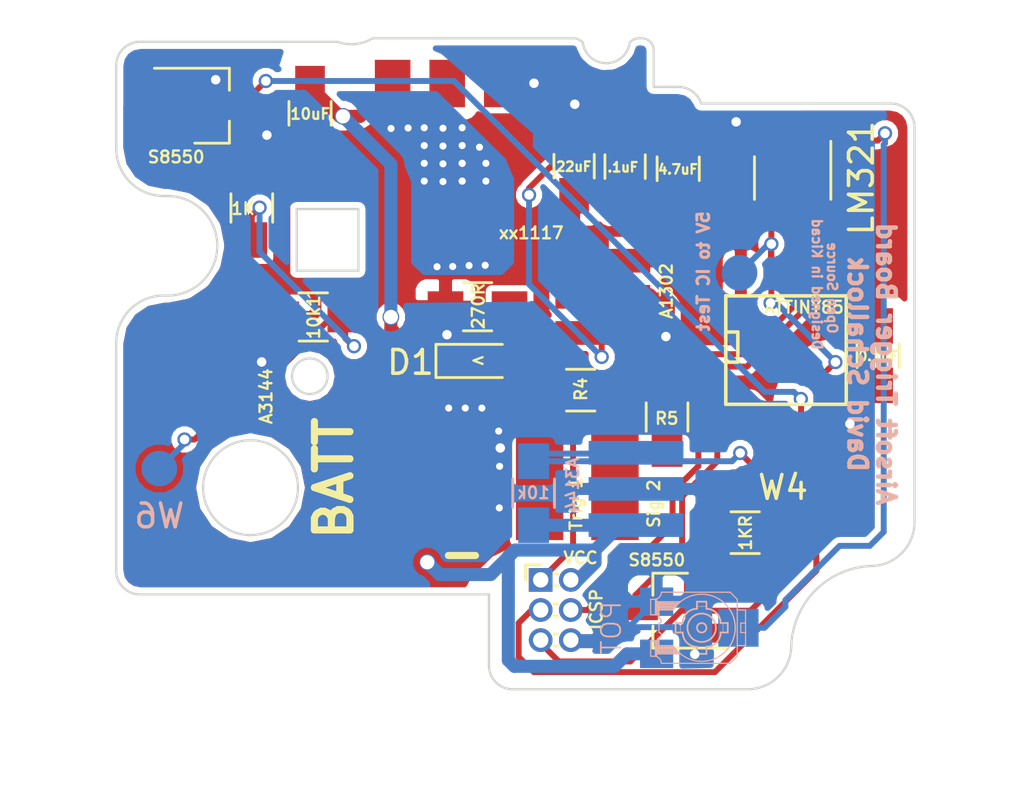
<source format=kicad_pcb>
(kicad_pcb (version 4) (host pcbnew 4.0.5)

  (general
    (links 85)
    (no_connects 0)
    (area 136.830709 82.456999 170.595002 111.507001)
    (thickness 1.6)
    (drawings 248)
    (tracks 356)
    (zones 0)
    (modules 56)
    (nets 19)
  )

  (page A4)
  (layers
    (0 F.Cu signal)
    (31 B.Cu signal)
    (32 B.Adhes user)
    (33 F.Adhes user)
    (34 B.Paste user)
    (35 F.Paste user)
    (36 B.SilkS user)
    (37 F.SilkS user)
    (38 B.Mask user)
    (39 F.Mask user)
    (40 Dwgs.User user)
    (41 Cmts.User user)
    (42 Eco1.User user hide)
    (43 Eco2.User user)
    (44 Edge.Cuts user)
    (45 Margin user)
    (46 B.CrtYd user)
    (47 F.CrtYd user)
    (48 B.Fab user)
    (49 F.Fab user)
  )

  (setup
    (last_trace_width 0.25)
    (trace_clearance 0.1524)
    (zone_clearance 0.25)
    (zone_45_only yes)
    (trace_min 0.2)
    (segment_width 0.2)
    (edge_width 0.15)
    (via_size 0.6)
    (via_drill 0.4)
    (via_min_size 0.4)
    (via_min_drill 0.3)
    (uvia_size 0.3)
    (uvia_drill 0.1)
    (uvias_allowed no)
    (uvia_min_size 0.2)
    (uvia_min_drill 0.1)
    (pcb_text_width 0.3)
    (pcb_text_size 1.5 1.5)
    (mod_edge_width 0.15)
    (mod_text_size 1 1)
    (mod_text_width 0.15)
    (pad_size 1 1)
    (pad_drill 0.65)
    (pad_to_mask_clearance 0.2)
    (aux_axis_origin 0 0)
    (visible_elements 7FFEF6FF)
    (pcbplotparams
      (layerselection 0x011f0_80000001)
      (usegerberextensions true)
      (excludeedgelayer true)
      (linewidth 0.100000)
      (plotframeref false)
      (viasonmask false)
      (mode 1)
      (useauxorigin false)
      (hpglpennumber 1)
      (hpglpenspeed 20)
      (hpglpendiameter 15)
      (hpglpenoverlay 2)
      (psnegative false)
      (psa4output false)
      (plotreference true)
      (plotvalue true)
      (plotinvisibletext false)
      (padsonsilk false)
      (subtractmaskfromsilk false)
      (outputformat 1)
      (mirror false)
      (drillshape 0)
      (scaleselection 1)
      (outputdirectory "ETrig Board/"))
  )

  (net 0 "")
  (net 1 VCC_ICSP)
  (net 2 Cutoff)
  (net 3 "Net-(10k2-Pad2)")
  (net 4 +BATT)
  (net 5 GND_ICSP)
  (net 6 "Net-(IC1-Pad1)")
  (net 7 OutTrig2)
  (net 8 MISO_ICSP)
  (net 9 InTrig)
  (net 10 "Net-(IC2-Pad3)")
  (net 11 "Net-(RV1-Pad2)")
  (net 12 "Net-(10k1-Pad2)")
  (net 13 "Net-(D1-Pad2)")
  (net 14 "Net-(IC1-Pad2)")
  (net 15 "Net-(Q1-Pad2)")
  (net 16 "Net-(Q2-Pad2)")
  (net 17 "Net-(IC1-Pad5)")
  (net 18 OutTrig)

  (net_class Default "This is the default net class."
    (clearance 0.1524)
    (trace_width 0.25)
    (via_dia 0.6)
    (via_drill 0.4)
    (uvia_dia 0.3)
    (uvia_drill 0.1)
    (add_net Cutoff)
    (add_net InTrig)
    (add_net MISO_ICSP)
    (add_net "Net-(10k1-Pad2)")
    (add_net "Net-(10k2-Pad2)")
    (add_net "Net-(D1-Pad2)")
    (add_net "Net-(IC1-Pad1)")
    (add_net "Net-(IC1-Pad2)")
    (add_net "Net-(IC1-Pad5)")
    (add_net "Net-(IC2-Pad3)")
    (add_net "Net-(Q1-Pad2)")
    (add_net "Net-(Q2-Pad2)")
    (add_net "Net-(RV1-Pad2)")
    (add_net OutTrig)
    (add_net OutTrig2)
  )

  (net_class GND ""
    (clearance 0.1524)
    (trace_width 0.75)
    (via_dia 0.6)
    (via_drill 0.4)
    (uvia_dia 0.3)
    (uvia_drill 0.1)
    (add_net GND_ICSP)
  )

  (net_class Power ""
    (clearance 0.2)
    (trace_width 0.55)
    (via_dia 0.7)
    (via_drill 0.6)
    (uvia_dia 0.3)
    (uvia_drill 0.1)
    (add_net +BATT)
    (add_net VCC_ICSP)
  )

  (module Via (layer F.Cu) (tedit 5919F1A5) (tstamp 5919EF46)
    (at 153.0096 100.5713)
    (zone_connect 2)
    (fp_text reference REF** (at 0 1.651) (layer F.SilkS) hide
      (effects (font (size 0.127 0.127) (thickness 0.03175)))
    )
    (fp_text value Via (at 0 -2.413) (layer F.Fab) hide
      (effects (font (size 0.127 0.127) (thickness 0.03175)))
    )
    (pad 1 thru_hole circle (at 0 0) (size 0.6 0.6) (drill 0.3) (layers *.Cu)
      (net 5 GND_ICSP) (zone_connect 2))
  )

  (module Via (layer F.Cu) (tedit 5919F19D) (tstamp 5918105D)
    (at 150.9 99.6)
    (zone_connect 2)
    (fp_text reference REF** (at 0 1.651) (layer F.SilkS) hide
      (effects (font (size 0.127 0.127) (thickness 0.03175)))
    )
    (fp_text value Via (at 0 -2.413) (layer F.Fab) hide
      (effects (font (size 0.127 0.127) (thickness 0.03175)))
    )
    (pad 1 thru_hole circle (at 0 0) (size 0.6 0.6) (drill 0.3) (layers *.Cu)
      (net 5 GND_ICSP) (zone_connect 2))
  )

  (module Via (layer F.Cu) (tedit 5919F19D) (tstamp 591B5AEE)
    (at 152.3 99.6)
    (zone_connect 2)
    (fp_text reference REF** (at 0 1.651) (layer F.SilkS) hide
      (effects (font (size 0.127 0.127) (thickness 0.03175)))
    )
    (fp_text value Via (at 0 -2.413) (layer F.Fab) hide
      (effects (font (size 0.127 0.127) (thickness 0.03175)))
    )
    (pad 1 thru_hole circle (at 0 0) (size 0.6 0.6) (drill 0.3) (layers *.Cu)
      (net 5 GND_ICSP) (zone_connect 2))
  )

  (module Via (layer F.Cu) (tedit 5919F1A5) (tstamp 591B5AFA)
    (at 153.0477 102.0572)
    (zone_connect 2)
    (fp_text reference REF** (at 0 1.651) (layer F.SilkS) hide
      (effects (font (size 0.127 0.127) (thickness 0.03175)))
    )
    (fp_text value Via (at 0 -2.413) (layer F.Fab) hide
      (effects (font (size 0.127 0.127) (thickness 0.03175)))
    )
    (pad 1 thru_hole circle (at 0 0) (size 0.6 0.6) (drill 0.3) (layers *.Cu)
      (net 5 GND_ICSP) (zone_connect 2))
  )

  (module Via (layer F.Cu) (tedit 5919F1A5) (tstamp 591B5AFE)
    (at 153.035 103.8098)
    (zone_connect 2)
    (fp_text reference REF** (at 0 1.651) (layer F.SilkS) hide
      (effects (font (size 0.127 0.127) (thickness 0.03175)))
    )
    (fp_text value Via (at 0 -2.413) (layer F.Fab) hide
      (effects (font (size 0.127 0.127) (thickness 0.03175)))
    )
    (pad 1 thru_hole circle (at 0 0) (size 0.6 0.6) (drill 0.3) (layers *.Cu)
      (net 5 GND_ICSP) (zone_connect 2))
  )

  (module Via (layer F.Cu) (tedit 5919F19D) (tstamp 591B5AF2)
    (at 151.6 99.6)
    (zone_connect 2)
    (fp_text reference REF** (at 0 1.651) (layer F.SilkS) hide
      (effects (font (size 0.127 0.127) (thickness 0.03175)))
    )
    (fp_text value Via (at 0 -2.413) (layer F.Fab) hide
      (effects (font (size 0.127 0.127) (thickness 0.03175)))
    )
    (pad 1 thru_hole circle (at 0 0) (size 0.6 0.6) (drill 0.3) (layers *.Cu)
      (net 5 GND_ICSP) (zone_connect 2))
  )

  (module TO_SOT_Packages_SMD:SOT-223 (layer F.Cu) (tedit 591AC19E) (tstamp 59180709)
    (at 150.8379 89.0647 270)
    (descr "module CMS SOT223 4 pins")
    (tags "CMS SOT")
    (path /591540E3)
    (attr smd)
    (fp_text reference xx1117 (at 3.15 -3.5433 360) (layer F.SilkS)
      (effects (font (size 0.5 0.5) (thickness 0.1)))
    )
    (fp_text value AP1117 (at 0 4.5 270) (layer F.Fab)
      (effects (font (size 1 1) (thickness 0.15)))
    )
    (fp_text user %R (at 0 0 270) (layer F.Fab)
      (effects (font (size 0.8 0.8) (thickness 0.12)))
    )
    (fp_line (start -1.85 -2.3) (end -0.8 -3.35) (layer F.Fab) (width 0.1))
    (fp_line (start 4.4 -3.6) (end -4.4 -3.6) (layer F.CrtYd) (width 0.05))
    (fp_line (start 4.4 3.6) (end 4.4 -3.6) (layer F.CrtYd) (width 0.05))
    (fp_line (start -4.4 3.6) (end 4.4 3.6) (layer F.CrtYd) (width 0.05))
    (fp_line (start -4.4 -3.6) (end -4.4 3.6) (layer F.CrtYd) (width 0.05))
    (fp_line (start -1.85 -2.3) (end -1.85 3.35) (layer F.Fab) (width 0.1))
    (fp_line (start -0.8 -3.35) (end 1.85 -3.35) (layer F.Fab) (width 0.1))
    (fp_line (start -1.85 3.35) (end 1.85 3.35) (layer F.Fab) (width 0.1))
    (fp_line (start 1.85 -3.35) (end 1.85 3.35) (layer F.Fab) (width 0.1))
    (pad 4 smd rect (at 3.15 0 270) (size 2 3.8) (layers F.Cu F.Paste F.Mask)
      (net 1 VCC_ICSP) (zone_connect 2))
    (pad 2 smd rect (at -3.15 0 270) (size 2 1.5) (layers F.Cu F.Paste F.Mask)
      (net 1 VCC_ICSP))
    (pad 3 smd rect (at -3.15 2.3 270) (size 2 1.5) (layers F.Cu F.Paste F.Mask)
      (net 4 +BATT))
    (pad 1 smd rect (at -3.15 -2.3 270) (size 2 1.5) (layers F.Cu F.Paste F.Mask)
      (net 5 GND_ICSP))
    (model ${KISYS3DMOD}/TO_SOT_Packages_SMD.3dshapes/SOT-223.wrl
      (at (xyz 0 0 0))
      (scale (xyz 0.5 0.5 0.5))
      (rotate (xyz 0 0 90))
    )
  )

  (module Capacitors_SMD:C_0805_HandSoldering (layer F.Cu) (tedit 591AA0B2) (tstamp 591806C5)
    (at 169.01 97.39 270)
    (descr "Capacitor SMD 0805, hand soldering")
    (tags "capacitor 0805")
    (path /591540D4)
    (attr smd)
    (fp_text reference 0.1uF (at 0.019 0.0111 360) (layer F.SilkS)
      (effects (font (size 0.4 0.4) (thickness 0.1)))
    )
    (fp_text value .1uF (at 0 1.75 270) (layer F.Fab)
      (effects (font (size 1 1) (thickness 0.15)))
    )
    (fp_text user %R (at 0 -1.75 270) (layer F.Fab) hide
      (effects (font (size 1 1) (thickness 0.15)))
    )
    (fp_line (start -1 0.62) (end -1 -0.62) (layer F.Fab) (width 0.1))
    (fp_line (start 1 0.62) (end -1 0.62) (layer F.Fab) (width 0.1))
    (fp_line (start 1 -0.62) (end 1 0.62) (layer F.Fab) (width 0.1))
    (fp_line (start -1 -0.62) (end 1 -0.62) (layer F.Fab) (width 0.1))
    (fp_line (start 0.5 -0.889) (end -0.5 -0.889) (layer F.SilkS) (width 0.12))
    (fp_line (start -0.5 0.889) (end 0.5 0.889) (layer F.SilkS) (width 0.12))
    (fp_line (start -2.25 -0.88) (end 2.25 -0.88) (layer F.CrtYd) (width 0.05))
    (fp_line (start -2.25 -0.88) (end -2.25 0.87) (layer F.CrtYd) (width 0.05))
    (fp_line (start 2.25 0.87) (end 2.25 -0.88) (layer F.CrtYd) (width 0.05))
    (fp_line (start 2.25 0.87) (end -2.25 0.87) (layer F.CrtYd) (width 0.05))
    (pad 1 smd rect (at -1.25 0 270) (size 1.5 1.25) (layers F.Cu F.Paste F.Mask)
      (net 1 VCC_ICSP))
    (pad 2 smd rect (at 1.25 0 270) (size 1.5 1.25) (layers F.Cu F.Paste F.Mask)
      (net 5 GND_ICSP))
    (model Capacitors_SMD.3dshapes/C_0805.wrl
      (at (xyz 0 0 0))
      (scale (xyz 1 1 1))
      (rotate (xyz 0 0 0))
    )
  )

  (module Capacitors_SMD:C_0805_HandSoldering (layer F.Cu) (tedit 591AA06B) (tstamp 591806BF)
    (at 160.5788 89.5096 90)
    (descr "Capacitor SMD 0805, hand soldering")
    (tags "capacitor 0805")
    (path /591540D3)
    (attr smd)
    (fp_text reference 4.7uF (at -0.0254 -0.0127 180) (layer F.SilkS)
      (effects (font (size 0.4 0.4) (thickness 0.1)))
    )
    (fp_text value C4.7uF (at 0 1.75 90) (layer F.Fab)
      (effects (font (size 1 1) (thickness 0.15)))
    )
    (fp_text user %R (at 0 -1.75 90) (layer F.Fab)
      (effects (font (size 1 1) (thickness 0.15)))
    )
    (fp_line (start -1 0.62) (end -1 -0.62) (layer F.Fab) (width 0.1))
    (fp_line (start 1 0.62) (end -1 0.62) (layer F.Fab) (width 0.1))
    (fp_line (start 1 -0.62) (end 1 0.62) (layer F.Fab) (width 0.1))
    (fp_line (start -1 -0.62) (end 1 -0.62) (layer F.Fab) (width 0.1))
    (fp_line (start 0.5 -0.889) (end -0.5 -0.889) (layer F.SilkS) (width 0.12))
    (fp_line (start -0.5 0.889) (end 0.5 0.889) (layer F.SilkS) (width 0.12))
    (fp_line (start -2.25 -0.88) (end 2.25 -0.88) (layer F.CrtYd) (width 0.05))
    (fp_line (start -2.25 -0.88) (end -2.25 0.87) (layer F.CrtYd) (width 0.05))
    (fp_line (start 2.25 0.87) (end 2.25 -0.88) (layer F.CrtYd) (width 0.05))
    (fp_line (start 2.25 0.87) (end -2.25 0.87) (layer F.CrtYd) (width 0.05))
    (pad 1 smd rect (at -1.25 0 90) (size 1.5 1.25) (layers F.Cu F.Paste F.Mask)
      (net 1 VCC_ICSP))
    (pad 2 smd rect (at 1.25 0 90) (size 1.5 1.25) (layers F.Cu F.Paste F.Mask)
      (net 5 GND_ICSP))
    (model Capacitors_SMD.3dshapes/C_0805.wrl
      (at (xyz 0 0 0))
      (scale (xyz 1 1 1))
      (rotate (xyz 0 0 0))
    )
  )

  (module Capacitors_SMD:C_0805_HandSoldering (layer F.Cu) (tedit 591A9863) (tstamp 591806AD)
    (at 145.05432 87.17058 270)
    (descr "Capacitor SMD 0805, hand soldering")
    (tags "capacitor 0805")
    (path /591540C6)
    (attr smd)
    (fp_text reference 10uF (at 0.02762 -0.00508 360) (layer F.SilkS)
      (effects (font (size 0.45 0.45) (thickness 0.1)))
    )
    (fp_text value 10uF (at 0 1.75 270) (layer F.Fab)
      (effects (font (size 1 1) (thickness 0.15)))
    )
    (fp_text user %R (at 0 -1.75 270) (layer F.Fab)
      (effects (font (size 1 1) (thickness 0.15)))
    )
    (fp_line (start -1 0.62) (end -1 -0.62) (layer F.Fab) (width 0.1))
    (fp_line (start 1 0.62) (end -1 0.62) (layer F.Fab) (width 0.1))
    (fp_line (start 1 -0.62) (end 1 0.62) (layer F.Fab) (width 0.1))
    (fp_line (start -1 -0.62) (end 1 -0.62) (layer F.Fab) (width 0.1))
    (fp_line (start 0.5 -0.889) (end -0.5 -0.889) (layer F.SilkS) (width 0.12))
    (fp_line (start -0.5 0.889) (end 0.5 0.889) (layer F.SilkS) (width 0.12))
    (fp_line (start -2.25 -0.88) (end 2.25 -0.88) (layer F.CrtYd) (width 0.05))
    (fp_line (start -2.25 -0.88) (end -2.25 0.87) (layer F.CrtYd) (width 0.05))
    (fp_line (start 2.25 0.87) (end 2.25 -0.88) (layer F.CrtYd) (width 0.05))
    (fp_line (start 2.25 0.87) (end -2.25 0.87) (layer F.CrtYd) (width 0.05))
    (pad 1 smd rect (at -1.25 0 270) (size 1.5 1.25) (layers F.Cu F.Paste F.Mask)
      (net 4 +BATT))
    (pad 2 smd rect (at 1.25 0 270) (size 1.5 1.25) (layers F.Cu F.Paste F.Mask)
      (net 5 GND_ICSP))
    (model Capacitors_SMD.3dshapes/C_0805.wrl
      (at (xyz 0 0 0))
      (scale (xyz 1 1 1))
      (rotate (xyz 0 0 0))
    )
  )

  (module "Via 2" (layer F.Cu) (tedit 591A788E) (tstamp 591ECEB2)
    (at 152.47 90.03)
    (clearance 0.00001)
    (zone_connect 2)
    (fp_text reference REF** (at 0.04 4.59) (layer F.SilkS) hide
      (effects (font (size 0.127 0.127) (thickness 0.03175)))
    )
    (fp_text value "Via 2" (at -0.127 -5.969) (layer F.Fab) hide
      (effects (font (size 0.127 0.127) (thickness 0.03175)))
    )
    (pad 1 thru_hole circle (at 0 0) (size 0.6 0.6) (drill 0.3) (layers *.Cu)
      (net 1 VCC_ICSP) (zone_connect 2))
  )

  (module "Via 2" (layer F.Cu) (tedit 591A788E) (tstamp 591ECEAE)
    (at 151.47 90.03)
    (clearance 0.00001)
    (zone_connect 2)
    (fp_text reference REF** (at 0.127 4.699) (layer F.SilkS) hide
      (effects (font (size 0.127 0.127) (thickness 0.03175)))
    )
    (fp_text value "Via 2" (at -0.127 -5.969) (layer F.Fab) hide
      (effects (font (size 0.127 0.127) (thickness 0.03175)))
    )
    (pad 1 thru_hole circle (at 0 0) (size 0.6 0.6) (drill 0.3) (layers *.Cu)
      (net 1 VCC_ICSP) (zone_connect 2))
  )

  (module "Via 2" (layer F.Cu) (tedit 591A788E) (tstamp 591ECEAA)
    (at 152.47 89.28)
    (clearance 0.00001)
    (zone_connect 2)
    (fp_text reference REF** (at 0.127 4.699) (layer F.SilkS) hide
      (effects (font (size 0.127 0.127) (thickness 0.03175)))
    )
    (fp_text value "Via 2" (at -0.127 -5.969) (layer F.Fab) hide
      (effects (font (size 0.127 0.127) (thickness 0.03175)))
    )
    (pad 1 thru_hole circle (at 0 0) (size 0.6 0.6) (drill 0.3) (layers *.Cu)
      (net 1 VCC_ICSP) (zone_connect 2))
  )

  (module "Via 2" (layer F.Cu) (tedit 591A788E) (tstamp 591ECEA6)
    (at 151.47 89.28)
    (clearance 0.00001)
    (zone_connect 2)
    (fp_text reference REF** (at 0.127 4.699) (layer F.SilkS) hide
      (effects (font (size 0.127 0.127) (thickness 0.03175)))
    )
    (fp_text value "Via 2" (at -0.127 -5.969) (layer F.Fab) hide
      (effects (font (size 0.127 0.127) (thickness 0.03175)))
    )
    (pad 1 thru_hole circle (at 0 0) (size 0.6 0.6) (drill 0.3) (layers *.Cu)
      (net 1 VCC_ICSP) (zone_connect 2))
  )

  (module "Via 2" (layer F.Cu) (tedit 591A788E) (tstamp 591ECEA2)
    (at 152.2 88.6)
    (clearance 0.00001)
    (zone_connect 2)
    (fp_text reference REF** (at 0.127 4.699) (layer F.SilkS) hide
      (effects (font (size 0.127 0.127) (thickness 0.03175)))
    )
    (fp_text value "Via 2" (at -0.127 -5.969) (layer F.Fab) hide
      (effects (font (size 0.127 0.127) (thickness 0.03175)))
    )
    (pad 1 thru_hole circle (at 0 0) (size 0.6 0.6) (drill 0.3) (layers *.Cu)
      (net 1 VCC_ICSP) (zone_connect 2))
  )

  (module "Via 2" (layer F.Cu) (tedit 591A788E) (tstamp 591ECE7A)
    (at 151.47 90.03)
    (clearance 0.00001)
    (zone_connect 2)
    (fp_text reference REF** (at 0.127 4.699) (layer F.SilkS) hide
      (effects (font (size 0.127 0.127) (thickness 0.03175)))
    )
    (fp_text value "Via 2" (at -0.127 -5.969) (layer F.Fab) hide
      (effects (font (size 0.127 0.127) (thickness 0.03175)))
    )
    (pad 1 thru_hole circle (at 0 0) (size 0.6 0.6) (drill 0.3) (layers *.Cu)
      (net 1 VCC_ICSP) (zone_connect 2))
  )

  (module "Via 2" (layer F.Cu) (tedit 591A788E) (tstamp 591ECE76)
    (at 151.47 89.28)
    (clearance 0.00001)
    (zone_connect 2)
    (fp_text reference REF** (at 0.127 4.699) (layer F.SilkS) hide
      (effects (font (size 0.127 0.127) (thickness 0.03175)))
    )
    (fp_text value "Via 2" (at -0.127 -5.969) (layer F.Fab) hide
      (effects (font (size 0.127 0.127) (thickness 0.03175)))
    )
    (pad 1 thru_hole circle (at 0 0) (size 0.6 0.6) (drill 0.3) (layers *.Cu)
      (net 1 VCC_ICSP) (zone_connect 2))
  )

  (module "Via 2" (layer F.Cu) (tedit 591A788E) (tstamp 591ECE72)
    (at 151.47 88.53)
    (clearance 0.00001)
    (zone_connect 2)
    (fp_text reference REF** (at 0.127 4.699) (layer F.SilkS) hide
      (effects (font (size 0.127 0.127) (thickness 0.03175)))
    )
    (fp_text value "Via 2" (at -0.127 -5.969) (layer F.Fab) hide
      (effects (font (size 0.127 0.127) (thickness 0.03175)))
    )
    (pad 1 thru_hole circle (at 0 0) (size 0.6 0.6) (drill 0.3) (layers *.Cu)
      (net 1 VCC_ICSP) (zone_connect 2))
  )

  (module "Via 2" (layer F.Cu) (tedit 591A788E) (tstamp 591ECE69)
    (at 150.66 90.05)
    (clearance 0.00001)
    (zone_connect 2)
    (fp_text reference REF** (at 0.127 4.699) (layer F.SilkS) hide
      (effects (font (size 0.127 0.127) (thickness 0.03175)))
    )
    (fp_text value "Via 2" (at -0.127 -5.969) (layer F.Fab) hide
      (effects (font (size 0.127 0.127) (thickness 0.03175)))
    )
    (pad 1 thru_hole circle (at 0 0) (size 0.6 0.6) (drill 0.3) (layers *.Cu)
      (net 1 VCC_ICSP) (zone_connect 2))
  )

  (module "Via 2" (layer F.Cu) (tedit 591A788E) (tstamp 591ECE65)
    (at 150.66 89.3)
    (clearance 0.00001)
    (zone_connect 2)
    (fp_text reference REF** (at 0.127 4.699) (layer F.SilkS) hide
      (effects (font (size 0.127 0.127) (thickness 0.03175)))
    )
    (fp_text value "Via 2" (at -0.127 -5.969) (layer F.Fab) hide
      (effects (font (size 0.127 0.127) (thickness 0.03175)))
    )
    (pad 1 thru_hole circle (at 0 0) (size 0.6 0.6) (drill 0.3) (layers *.Cu)
      (net 1 VCC_ICSP) (zone_connect 2))
  )

  (module "Via 2" (layer F.Cu) (tedit 591A788E) (tstamp 591ECE61)
    (at 150.66 88.55)
    (clearance 0.00001)
    (zone_connect 2)
    (fp_text reference REF** (at 0.127 4.699) (layer F.SilkS) hide
      (effects (font (size 0.127 0.127) (thickness 0.03175)))
    )
    (fp_text value "Via 2" (at -0.127 -5.969) (layer F.Fab) hide
      (effects (font (size 0.127 0.127) (thickness 0.03175)))
    )
    (pad 1 thru_hole circle (at 0 0) (size 0.6 0.6) (drill 0.3) (layers *.Cu)
      (net 1 VCC_ICSP) (zone_connect 2))
  )

  (module "Via 2" (layer F.Cu) (tedit 591A788E) (tstamp 591ECE58)
    (at 149.87 90.03)
    (clearance 0.00001)
    (zone_connect 2)
    (fp_text reference REF** (at 0.127 4.699) (layer F.SilkS) hide
      (effects (font (size 0.127 0.127) (thickness 0.03175)))
    )
    (fp_text value "Via 2" (at -0.127 -5.969) (layer F.Fab) hide
      (effects (font (size 0.127 0.127) (thickness 0.03175)))
    )
    (pad 1 thru_hole circle (at 0 0) (size 0.6 0.6) (drill 0.3) (layers *.Cu)
      (net 1 VCC_ICSP) (zone_connect 2))
  )

  (module "Via 2" (layer F.Cu) (tedit 591A788E) (tstamp 591ECE54)
    (at 149.87 89.28)
    (clearance 0.00001)
    (zone_connect 2)
    (fp_text reference REF** (at 0.127 4.699) (layer F.SilkS) hide
      (effects (font (size 0.127 0.127) (thickness 0.03175)))
    )
    (fp_text value "Via 2" (at -0.127 -5.969) (layer F.Fab) hide
      (effects (font (size 0.127 0.127) (thickness 0.03175)))
    )
    (pad 1 thru_hole circle (at 0 0) (size 0.6 0.6) (drill 0.3) (layers *.Cu)
      (net 1 VCC_ICSP) (zone_connect 2))
  )

  (module "Via 2" (layer F.Cu) (tedit 591A788E) (tstamp 591ECE50)
    (at 149.87 88.53)
    (clearance 0.00001)
    (zone_connect 2)
    (fp_text reference REF** (at 0.127 4.699) (layer F.SilkS) hide
      (effects (font (size 0.127 0.127) (thickness 0.03175)))
    )
    (fp_text value "Via 2" (at -0.127 -5.969) (layer F.Fab) hide
      (effects (font (size 0.127 0.127) (thickness 0.03175)))
    )
    (pad 1 thru_hole circle (at 0 0) (size 0.6 0.6) (drill 0.3) (layers *.Cu)
      (net 1 VCC_ICSP) (zone_connect 2))
  )

  (module "Via 2" (layer F.Cu) (tedit 591A788E) (tstamp 591ECD9B)
    (at 149.87 87.78)
    (clearance 0.00001)
    (zone_connect 2)
    (fp_text reference REF** (at 0.127 4.699) (layer F.SilkS) hide
      (effects (font (size 0.127 0.127) (thickness 0.03175)))
    )
    (fp_text value "Via 2" (at -0.127 -5.969) (layer F.Fab) hide
      (effects (font (size 0.127 0.127) (thickness 0.03175)))
    )
    (pad 1 thru_hole circle (at 0 0) (size 0.6 0.6) (drill 0.3) (layers *.Cu)
      (net 1 VCC_ICSP) (zone_connect 2))
  )

  (module "Via 2" (layer F.Cu) (tedit 591A788E) (tstamp 591ECD97)
    (at 150.41 93.64)
    (clearance 0.00001)
    (zone_connect 2)
    (fp_text reference REF** (at 0.127 4.699) (layer F.SilkS) hide
      (effects (font (size 0.127 0.127) (thickness 0.03175)))
    )
    (fp_text value "Via 2" (at -0.127 -5.969) (layer F.Fab) hide
      (effects (font (size 0.127 0.127) (thickness 0.03175)))
    )
    (pad 1 thru_hole circle (at 0 0) (size 0.6 0.6) (drill 0.3) (layers *.Cu)
      (net 1 VCC_ICSP) (zone_connect 2))
  )

  (module "Via 2" (layer F.Cu) (tedit 591A788E) (tstamp 591ECD93)
    (at 151.07 93.63)
    (clearance 0.00001)
    (zone_connect 2)
    (fp_text reference REF** (at 0.127 4.699) (layer F.SilkS) hide
      (effects (font (size 0.127 0.127) (thickness 0.03175)))
    )
    (fp_text value "Via 2" (at -0.127 -5.969) (layer F.Fab) hide
      (effects (font (size 0.127 0.127) (thickness 0.03175)))
    )
    (pad 1 thru_hole circle (at 0 0) (size 0.6 0.6) (drill 0.3) (layers *.Cu)
      (net 1 VCC_ICSP) (zone_connect 2))
  )

  (module "Via 2" (layer F.Cu) (tedit 591A788E) (tstamp 591ECD8F)
    (at 149.19 87.79)
    (clearance 0.00001)
    (zone_connect 2)
    (fp_text reference REF** (at 0.127 4.699) (layer F.SilkS) hide
      (effects (font (size 0.127 0.127) (thickness 0.03175)))
    )
    (fp_text value "Via 2" (at -0.127 -5.969) (layer F.Fab) hide
      (effects (font (size 0.127 0.127) (thickness 0.03175)))
    )
    (pad 1 thru_hole circle (at 0 0) (size 0.6 0.6) (drill 0.3) (layers *.Cu)
      (net 1 VCC_ICSP) (zone_connect 2))
  )

  (module "Via 2" (layer F.Cu) (tedit 591A788E) (tstamp 591ECD8B)
    (at 151.47 87.78)
    (clearance 0.00001)
    (zone_connect 2)
    (fp_text reference REF** (at 0.127 4.699) (layer F.SilkS) hide
      (effects (font (size 0.127 0.127) (thickness 0.03175)))
    )
    (fp_text value "Via 2" (at -0.127 -5.969) (layer F.Fab) hide
      (effects (font (size 0.127 0.127) (thickness 0.03175)))
    )
    (pad 1 thru_hole circle (at 0 0) (size 0.6 0.6) (drill 0.3) (layers *.Cu)
      (net 1 VCC_ICSP) (zone_connect 2))
  )

  (module "Via 2" (layer F.Cu) (tedit 591A788E) (tstamp 591ECD87)
    (at 152.44 93.58)
    (clearance 0.00001)
    (zone_connect 2)
    (fp_text reference REF** (at 0.127 4.699) (layer F.SilkS) hide
      (effects (font (size 0.127 0.127) (thickness 0.03175)))
    )
    (fp_text value "Via 2" (at -0.127 -5.969) (layer F.Fab) hide
      (effects (font (size 0.127 0.127) (thickness 0.03175)))
    )
    (pad 1 thru_hole circle (at 0 0) (size 0.6 0.6) (drill 0.3) (layers *.Cu)
      (net 1 VCC_ICSP) (zone_connect 2))
  )

  (module "Via 2" (layer F.Cu) (tedit 591A788E) (tstamp 591ECD83)
    (at 150.66 87.8)
    (clearance 0.00001)
    (zone_connect 2)
    (fp_text reference REF** (at 0.127 4.699) (layer F.SilkS) hide
      (effects (font (size 0.127 0.127) (thickness 0.03175)))
    )
    (fp_text value "Via 2" (at -0.127 -5.969) (layer F.Fab) hide
      (effects (font (size 0.127 0.127) (thickness 0.03175)))
    )
    (pad 1 thru_hole circle (at 0 0) (size 0.6 0.6) (drill 0.3) (layers *.Cu)
      (net 1 VCC_ICSP) (zone_connect 2))
  )

  (module "Via 2" (layer F.Cu) (tedit 591A788E) (tstamp 591ECD7F)
    (at 148.47 87.81)
    (clearance 0.00001)
    (zone_connect 2)
    (fp_text reference REF** (at 0.127 4.699) (layer F.SilkS) hide
      (effects (font (size 0.127 0.127) (thickness 0.03175)))
    )
    (fp_text value "Via 2" (at -0.127 -5.969) (layer F.Fab) hide
      (effects (font (size 0.127 0.127) (thickness 0.03175)))
    )
    (pad 1 thru_hole circle (at 0 0) (size 0.6 0.6) (drill 0.3) (layers *.Cu)
      (net 1 VCC_ICSP) (zone_connect 2))
  )

  (module "Via 2" (layer F.Cu) (tedit 591A788E) (tstamp 591ECCE9)
    (at 151.76 93.59)
    (clearance 0.00001)
    (zone_connect 2)
    (fp_text reference REF** (at 0.127 4.699) (layer F.SilkS) hide
      (effects (font (size 0.127 0.127) (thickness 0.03175)))
    )
    (fp_text value "Via 2" (at -0.127 -5.969) (layer F.Fab) hide
      (effects (font (size 0.127 0.127) (thickness 0.03175)))
    )
    (pad 1 thru_hole circle (at 0 0) (size 0.6 0.6) (drill 0.3) (layers *.Cu)
      (net 1 VCC_ICSP) (zone_connect 2))
  )

  (module Resistors_SMD:R_0805_HandSoldering (layer F.Cu) (tedit 591A681C) (tstamp 59194B71)
    (at 152.1168 95.3262)
    (descr "Resistor SMD 0805, hand soldering")
    (tags "resistor 0805")
    (path /59197547)
    (attr smd)
    (fp_text reference 270R (at 0.0332 -0.0262 90) (layer F.SilkS)
      (effects (font (size 0.5 0.5) (thickness 0.1)))
    )
    (fp_text value R (at 0 1.75) (layer F.Fab)
      (effects (font (size 1 1) (thickness 0.15)))
    )
    (fp_text user %R (at 0 0) (layer F.Fab)
      (effects (font (size 0.5 0.5) (thickness 0.075)))
    )
    (fp_line (start -1 0.62) (end -1 -0.62) (layer F.Fab) (width 0.1))
    (fp_line (start 1 0.62) (end -1 0.62) (layer F.Fab) (width 0.1))
    (fp_line (start 1 -0.62) (end 1 0.62) (layer F.Fab) (width 0.1))
    (fp_line (start -1 -0.62) (end 1 -0.62) (layer F.Fab) (width 0.1))
    (fp_line (start 0.6 1.016) (end -0.6 1.016) (layer F.SilkS) (width 0.12))
    (fp_line (start -0.6 -1.016) (end 0.6 -1.016) (layer F.SilkS) (width 0.12))
    (fp_line (start -2.35 -0.9) (end 2.35 -0.9) (layer F.CrtYd) (width 0.05))
    (fp_line (start -2.35 -0.9) (end -2.35 0.9) (layer F.CrtYd) (width 0.05))
    (fp_line (start 2.35 0.9) (end 2.35 -0.9) (layer F.CrtYd) (width 0.05))
    (fp_line (start 2.35 0.9) (end -2.35 0.9) (layer F.CrtYd) (width 0.05))
    (pad 1 smd rect (at -1.35 0) (size 1.5 1.3) (layers F.Cu F.Paste F.Mask)
      (net 1 VCC_ICSP))
    (pad 2 smd rect (at 1.35 0) (size 1.5 1.3) (layers F.Cu F.Paste F.Mask)
      (net 13 "Net-(D1-Pad2)"))
    (model ${KISYS3DMOD}/Resistors_SMD.3dshapes/R_0805.wrl
      (at (xyz 0 0 0))
      (scale (xyz 1 1 1))
      (rotate (xyz 0 0 0))
    )
  )

  (module Resistors_SMD:R_0805_HandSoldering (layer F.Cu) (tedit 591A1E19) (tstamp 591806A1)
    (at 145.1902 95.758)
    (descr "Resistor SMD 0805, hand soldering")
    (tags "resistor 0805")
    (path /591540CE)
    (attr smd)
    (fp_text reference 10k1 (at 0.0198 0.012 90) (layer F.SilkS)
      (effects (font (size 0.5 0.5) (thickness 0.1)))
    )
    (fp_text value R (at 0 1.75) (layer F.Fab)
      (effects (font (size 1 1) (thickness 0.15)))
    )
    (fp_text user %R (at -0.1562 -1.27) (layer F.Fab)
      (effects (font (size 0.5 0.5) (thickness 0.075)))
    )
    (fp_line (start -1 0.62) (end -1 -0.62) (layer F.Fab) (width 0.1))
    (fp_line (start 1 0.62) (end -1 0.62) (layer F.Fab) (width 0.1))
    (fp_line (start 1 -0.62) (end 1 0.62) (layer F.Fab) (width 0.1))
    (fp_line (start -1 -0.62) (end 1 -0.62) (layer F.Fab) (width 0.1))
    (fp_line (start 0.6 1.016) (end -0.6 1.016) (layer F.SilkS) (width 0.12))
    (fp_line (start -0.6 -1.016) (end 0.6 -1.016) (layer F.SilkS) (width 0.12))
    (fp_line (start -2.35 -0.9) (end 2.35 -0.9) (layer F.CrtYd) (width 0.05))
    (fp_line (start -2.35 -0.9) (end -2.35 0.9) (layer F.CrtYd) (width 0.05))
    (fp_line (start 2.35 0.9) (end 2.35 -0.9) (layer F.CrtYd) (width 0.05))
    (fp_line (start 2.35 0.9) (end -2.35 0.9) (layer F.CrtYd) (width 0.05))
    (pad 1 smd rect (at -1.35 0) (size 1.5 1.3) (layers F.Cu F.Paste F.Mask)
      (net 1 VCC_ICSP))
    (pad 2 smd rect (at 1.35 0) (size 1.5 1.3) (layers F.Cu F.Paste F.Mask)
      (net 12 "Net-(10k1-Pad2)"))
    (model ${KISYS3DMOD}/Resistors_SMD.3dshapes/R_0805.wrl
      (at (xyz 0 0 0))
      (scale (xyz 1 1 1))
      (rotate (xyz 0 0 0))
    )
  )

  (module Pin_Headers:Pin_Header_Angled_2x03_Pitch1.27mm (layer F.Cu) (tedit 591D5134) (tstamp 591806F2)
    (at 154.77998 106.8451)
    (descr "Through hole angled pin header, 2x03, 1.27mm pitch, 3.81mm pin length, double rows")
    (tags "Through hole angled pin header THT 2x03 1.27mm double row")
    (path /591540DC)
    (fp_text reference ICSP (at 2.34442 1.2446 90) (layer F.SilkS)
      (effects (font (size 0.5 0.5) (thickness 0.1)))
    )
    (fp_text value CONN_02X03 (at -3.11404 7.4549) (layer F.Fab)
      (effects (font (size 1 1) (thickness 0.15)))
    )
    (fp_line (start 0 -0.2) (end 0 0.2) (layer F.Fab) (width 0.1))
    (fp_line (start 0 1.07) (end 0 1.47) (layer F.Fab) (width 0.1))
    (fp_line (start 0 2.34) (end 0 2.74) (layer F.Fab) (width 0.1))
    (fp_line (start 0.56 -0.26) (end 0.71 -0.26) (layer F.SilkS) (width 0.12))
    (fp_line (start 0.56 0.26) (end 0.71 0.26) (layer F.SilkS) (width 0.12))
    (fp_line (start 0.56 1.01) (end 0.71 1.01) (layer F.SilkS) (width 0.12))
    (fp_line (start 0.56 1.53) (end 0.71 1.53) (layer F.SilkS) (width 0.12))
    (fp_line (start 0.56 2.28) (end 0.71 2.28) (layer F.SilkS) (width 0.12))
    (fp_line (start 0.56 2.8) (end 0.71 2.8) (layer F.SilkS) (width 0.12))
    (fp_line (start -0.635 0) (end -0.635 -0.635) (layer F.SilkS) (width 0.12))
    (fp_line (start -0.635 -0.635) (end 0 -0.635) (layer F.SilkS) (width 0.12))
    (fp_line (start -1.15 -1.15) (end -1.15 3.7) (layer F.CrtYd) (width 0.05))
    (fp_line (start -1.15 3.7) (end 9.4 3.7) (layer F.CrtYd) (width 0.05))
    (fp_line (start 9.4 3.7) (end 9.4 -1.15) (layer F.CrtYd) (width 0.05))
    (fp_line (start 9.4 -1.15) (end -1.15 -1.15) (layer F.CrtYd) (width 0.05))
    (fp_text user ICSP (at -3.14198 6.1849 90) (layer F.Fab) hide
      (effects (font (size 1 1) (thickness 0.125)))
    )
    (pad 1 thru_hole rect (at 0 0) (size 1 1) (drill 0.65) (layers *.Cu *.Mask)
      (net 8 MISO_ICSP))
    (pad 2 thru_hole oval (at 1.27 0) (size 1 1) (drill 0.65) (layers *.Cu *.Mask)
      (net 1 VCC_ICSP))
    (pad 3 thru_hole oval (at 0 1.27) (size 1 1) (drill 0.65) (layers *.Cu *.Mask)
      (net 9 InTrig))
    (pad 4 thru_hole oval (at 1.27 1.27) (size 1 1) (drill 0.65) (layers *.Cu *.Mask)
      (net 17 "Net-(IC1-Pad5)"))
    (pad 5 thru_hole oval (at 0 2.54) (size 1 1) (drill 0.65) (layers *.Cu *.Mask)
      (net 6 "Net-(IC1-Pad1)"))
    (pad 6 thru_hole oval (at 1.27 2.54) (size 1 1) (drill 0.65) (layers *.Cu *.Mask)
      (net 5 GND_ICSP))
    (model ${KISYS3DMOD}/Pin_Headers.3dshapes/Pin_Header_Angled_2x03_Pitch1.27mm.wrl
      (at (xyz 0.025 -0.05 0))
      (scale (xyz 1 1 1))
      (rotate (xyz 0 0 90))
    )
  )

  (module Resistors_SMD:R_0805_HandSoldering (layer B.Cu) (tedit 591A6699) (tstamp 591806A7)
    (at 154.4828 103.1913 90)
    (descr "Resistor SMD 0805, hand soldering")
    (tags "resistor 0805")
    (path /59185867)
    (attr smd)
    (fp_text reference 10k (at 0.0178 -0.011 180) (layer B.SilkS)
      (effects (font (size 0.5 0.5) (thickness 0.1)) (justify mirror))
    )
    (fp_text value R (at 0 -1.75 90) (layer B.Fab)
      (effects (font (size 1 1) (thickness 0.15)) (justify mirror))
    )
    (fp_text user %R (at 0.1378 -1.951 90) (layer B.Fab)
      (effects (font (size 0.5 0.5) (thickness 0.075)) (justify mirror))
    )
    (fp_line (start -1 -0.62) (end -1 0.62) (layer B.Fab) (width 0.1))
    (fp_line (start 1 -0.62) (end -1 -0.62) (layer B.Fab) (width 0.1))
    (fp_line (start 1 0.62) (end 1 -0.62) (layer B.Fab) (width 0.1))
    (fp_line (start -1 0.62) (end 1 0.62) (layer B.Fab) (width 0.1))
    (fp_line (start 0.6 -0.88) (end -0.6 -0.88) (layer B.SilkS) (width 0.12))
    (fp_line (start -0.6 0.88) (end 0.6 0.88) (layer B.SilkS) (width 0.12))
    (fp_line (start -2.35 0.9) (end 2.35 0.9) (layer B.CrtYd) (width 0.05))
    (fp_line (start -2.35 0.9) (end -2.35 -0.9) (layer B.CrtYd) (width 0.05))
    (fp_line (start 2.35 -0.9) (end 2.35 0.9) (layer B.CrtYd) (width 0.05))
    (fp_line (start 2.35 -0.9) (end -2.35 -0.9) (layer B.CrtYd) (width 0.05))
    (pad 1 smd rect (at -1.35 0 90) (size 1.5 1.3) (layers B.Cu B.Paste B.Mask)
      (net 1 VCC_ICSP))
    (pad 2 smd rect (at 1.35 0 90) (size 1.5 1.3) (layers B.Cu B.Paste B.Mask)
      (net 3 "Net-(10k2-Pad2)"))
    (model ${KISYS3DMOD}/Resistors_SMD.3dshapes/R_0805.wrl
      (at (xyz 0 0 0))
      (scale (xyz 1 1 1))
      (rotate (xyz 0 0 0))
    )
  )

  (module Capacitors_SMD:C_0805_HandSoldering (layer F.Cu) (tedit 591AA048) (tstamp 591806B3)
    (at 156.19 89.4 90)
    (descr "Capacitor SMD 0805, hand soldering")
    (tags "capacitor 0805")
    (path /591540DB)
    (attr smd)
    (fp_text reference 22uF (at -0.0207 -0.0181 180) (layer F.SilkS)
      (effects (font (size 0.4 0.4) (thickness 0.1)))
    )
    (fp_text value 22uF (at 0 1.75 90) (layer F.Fab)
      (effects (font (size 1 1) (thickness 0.15)))
    )
    (fp_text user %R (at 0 -1.75 90) (layer F.Fab)
      (effects (font (size 1 1) (thickness 0.15)))
    )
    (fp_line (start -1 0.62) (end -1 -0.62) (layer F.Fab) (width 0.1))
    (fp_line (start 1 0.62) (end -1 0.62) (layer F.Fab) (width 0.1))
    (fp_line (start 1 -0.62) (end 1 0.62) (layer F.Fab) (width 0.1))
    (fp_line (start -1 -0.62) (end 1 -0.62) (layer F.Fab) (width 0.1))
    (fp_line (start 0.5 -0.85) (end -0.5 -0.85) (layer F.SilkS) (width 0.12))
    (fp_line (start -0.5 0.85) (end 0.5 0.85) (layer F.SilkS) (width 0.12))
    (fp_line (start -2.25 -0.88) (end 2.25 -0.88) (layer F.CrtYd) (width 0.05))
    (fp_line (start -2.25 -0.88) (end -2.25 0.87) (layer F.CrtYd) (width 0.05))
    (fp_line (start 2.25 0.87) (end 2.25 -0.88) (layer F.CrtYd) (width 0.05))
    (fp_line (start 2.25 0.87) (end -2.25 0.87) (layer F.CrtYd) (width 0.05))
    (pad 1 smd rect (at -1.25 0 90) (size 1.5 1.25) (layers F.Cu F.Paste F.Mask)
      (net 1 VCC_ICSP))
    (pad 2 smd rect (at 1.25 0 90) (size 1.5 1.25) (layers F.Cu F.Paste F.Mask)
      (net 5 GND_ICSP))
    (model Capacitors_SMD.3dshapes/C_0805.wrl
      (at (xyz 0 0 0))
      (scale (xyz 1 1 1))
      (rotate (xyz 0 0 0))
    )
  )

  (module Capacitors_SMD:C_0805_HandSoldering (layer F.Cu) (tedit 591AA052) (tstamp 591806B9)
    (at 158.34 89.42 90)
    (descr "Capacitor SMD 0805, hand soldering")
    (tags "capacitor 0805")
    (path /591540C5)
    (attr smd)
    (fp_text reference .1uF (at -0.0261 -0.098 180) (layer F.SilkS)
      (effects (font (size 0.4 0.4) (thickness 0.1)))
    )
    (fp_text value .1uF (at 0 1.75 90) (layer F.Fab)
      (effects (font (size 1 1) (thickness 0.15)))
    )
    (fp_text user %R (at 0 -1.75 90) (layer F.Fab)
      (effects (font (size 1 1) (thickness 0.15)))
    )
    (fp_line (start -1 0.62) (end -1 -0.62) (layer F.Fab) (width 0.1))
    (fp_line (start 1 0.62) (end -1 0.62) (layer F.Fab) (width 0.1))
    (fp_line (start 1 -0.62) (end 1 0.62) (layer F.Fab) (width 0.1))
    (fp_line (start -1 -0.62) (end 1 -0.62) (layer F.Fab) (width 0.1))
    (fp_line (start 0.5 -0.85) (end -0.5 -0.85) (layer F.SilkS) (width 0.12))
    (fp_line (start -0.5 0.85) (end 0.5 0.85) (layer F.SilkS) (width 0.12))
    (fp_line (start -2.25 -0.88) (end 2.25 -0.88) (layer F.CrtYd) (width 0.05))
    (fp_line (start -2.25 -0.88) (end -2.25 0.87) (layer F.CrtYd) (width 0.05))
    (fp_line (start 2.25 0.87) (end 2.25 -0.88) (layer F.CrtYd) (width 0.05))
    (fp_line (start 2.25 0.87) (end -2.25 0.87) (layer F.CrtYd) (width 0.05))
    (pad 1 smd rect (at -1.25 0 90) (size 1.5 1.25) (layers F.Cu F.Paste F.Mask)
      (net 1 VCC_ICSP))
    (pad 2 smd rect (at 1.25 0 90) (size 1.5 1.25) (layers F.Cu F.Paste F.Mask)
      (net 5 GND_ICSP))
    (model Capacitors_SMD.3dshapes/C_0805.wrl
      (at (xyz 0 0 0))
      (scale (xyz 1 1 1))
      (rotate (xyz 0 0 0))
    )
  )

  (module MyParts:Hall_SMD_FP (layer F.Cu) (tedit 591A95BD) (tstamp 591806E8)
    (at 157.4 92.624)
    (path /591540CB)
    (fp_text reference A1302 (at 2.68 2.036 90) (layer F.SilkS)
      (effects (font (size 0.5 0.5) (thickness 0.1)))
    )
    (fp_text value A1302KUA-T (at 0 5.969) (layer F.Fab)
      (effects (font (size 1 1) (thickness 0.15)))
    )
    (pad 1 smd rect (at 0 0.762) (size 4 1) (layers F.Cu F.Paste F.Mask)
      (net 1 VCC_ICSP))
    (pad 2 smd rect (at 0 2.286) (size 4 1) (layers F.Cu F.Paste F.Mask)
      (net 5 GND_ICSP))
    (pad 3 smd rect (at 0 3.81) (size 4 1) (layers F.Cu F.Paste F.Mask)
      (net 10 "Net-(IC2-Pad3)"))
  )

  (module MyParts:SMD_IO_pads (layer F.Cu) (tedit 591A68C8) (tstamp 591806FA)
    (at 152.1968 102.6668 270)
    (path /591540E0)
    (fp_text reference P1 (at 0 6.35 270) (layer F.SilkS) hide
      (effects (font (size 1 1) (thickness 0.15)))
    )
    (fp_text value CONN_01X04 (at 0 -7.62 270) (layer F.Fab)
      (effects (font (size 1 1) (thickness 0.15)))
    )
    (pad 1 smd rect (at 0 -5.715 270) (size 5 2) (layers F.Cu F.Paste F.Mask)
      (net 7 OutTrig2))
    (pad 2 smd rect (at 0 -2.54 270) (size 5 2) (layers F.Cu F.Paste F.Mask)
      (net 18 OutTrig))
    (pad 3 smd rect (at 0 0.635 270) (size 5 2) (layers F.Cu F.Paste F.Mask)
      (net 5 GND_ICSP))
    (pad 4 smd rect (at 0 3.81 270) (size 5 2) (layers F.Cu F.Paste F.Mask)
      (net 4 +BATT))
  )

  (module "SMD Trim Pot:AB2_POT_TRIM" (layer B.Cu) (tedit 591A64F5) (tstamp 59180701)
    (at 161.5688 108.8644 90)
    (path /591540C4)
    (fp_text reference RV1 (at 0 3.81 90) (layer B.SilkS) hide
      (effects (font (size 0.8128 0.8128) (thickness 0.0762)) (justify mirror))
    )
    (fp_text value POT (at 0 -3.81 90) (layer B.SilkS)
      (effects (font (size 0.8128 0.8128) (thickness 0.0762)) (justify mirror))
    )
    (fp_line (start 0.85 -1.15) (end 0.9 -1.15) (layer B.SilkS) (width 0.05))
    (fp_line (start -0.85 -1.15) (end -0.9 -1.15) (layer B.SilkS) (width 0.05))
    (fp_line (start -0.85 -1.8) (end -0.85 -1.15) (layer B.SilkS) (width 0.05))
    (fp_line (start -0.85 -1.15) (end -0.8 -1.2) (layer B.SilkS) (width 0.05))
    (fp_line (start 1.1 -1.9) (end 0.55 -1.9) (layer B.SilkS) (width 0.05))
    (fp_line (start 0.55 -1.9) (end 0.55 -1.85) (layer B.SilkS) (width 0.05))
    (fp_line (start 0.55 -1.85) (end 0.8 -1.85) (layer B.SilkS) (width 0.05))
    (fp_line (start 0.8 -1.85) (end 0.8 -1.2) (layer B.SilkS) (width 0.05))
    (fp_line (start 0.8 -1.2) (end 0.85 -1.15) (layer B.SilkS) (width 0.05))
    (fp_line (start 0.85 -1.15) (end 0.85 -1.85) (layer B.SilkS) (width 0.05))
    (fp_line (start 0.85 -1.85) (end 0.8 -1.85) (layer B.SilkS) (width 0.05))
    (fp_line (start 0.8 -1.85) (end 0.9 -1.85) (layer B.SilkS) (width 0.05))
    (fp_line (start 0.9 -1.85) (end 0.9 -1.1) (layer B.SilkS) (width 0.05))
    (fp_line (start 0.9 -1.1) (end 0.95 -1.05) (layer B.SilkS) (width 0.05))
    (fp_line (start 0.95 -1.05) (end 0.95 -1.85) (layer B.SilkS) (width 0.05))
    (fp_line (start 0.95 -1.85) (end 0.9 -1.85) (layer B.SilkS) (width 0.05))
    (fp_line (start 0.9 -1.85) (end 1 -1.85) (layer B.SilkS) (width 0.05))
    (fp_line (start 1 -1.85) (end 1 -1) (layer B.SilkS) (width 0.05))
    (fp_line (start 1 -1) (end 1.05 -0.95) (layer B.SilkS) (width 0.05))
    (fp_line (start 1.05 -0.95) (end 1.05 -1.85) (layer B.SilkS) (width 0.05))
    (fp_line (start 1.05 -1.85) (end 1.05 -1.9) (layer B.SilkS) (width 0.05))
    (fp_line (start 1.05 -1.9) (end 1 -1.9) (layer B.SilkS) (width 0.05))
    (fp_line (start 1 -1.9) (end 1 -1.85) (layer B.SilkS) (width 0.05))
    (fp_line (start -1.1 -1.9) (end -0.55 -1.9) (layer B.SilkS) (width 0.05))
    (fp_line (start -0.55 -1.9) (end -0.55 -1.85) (layer B.SilkS) (width 0.05))
    (fp_line (start -0.55 -1.85) (end -0.8 -1.85) (layer B.SilkS) (width 0.05))
    (fp_line (start -0.8 -1.85) (end -0.8 -1.2) (layer B.SilkS) (width 0.05))
    (fp_line (start -0.85 -1.85) (end -0.8 -1.85) (layer B.SilkS) (width 0.05))
    (fp_line (start -0.8 -1.85) (end -0.9 -1.85) (layer B.SilkS) (width 0.05))
    (fp_line (start -0.9 -1.85) (end -0.9 -1.1) (layer B.SilkS) (width 0.05))
    (fp_line (start -0.9 -1.1) (end -0.95 -1.05) (layer B.SilkS) (width 0.05))
    (fp_line (start -0.95 -1.05) (end -0.95 -1.85) (layer B.SilkS) (width 0.05))
    (fp_line (start -0.95 -1.85) (end -0.9 -1.85) (layer B.SilkS) (width 0.05))
    (fp_line (start -0.9 -1.85) (end -1 -1.85) (layer B.SilkS) (width 0.05))
    (fp_line (start -1 -1.85) (end -1 -1) (layer B.SilkS) (width 0.05))
    (fp_line (start -1 -1) (end -1.05 -0.95) (layer B.SilkS) (width 0.05))
    (fp_line (start -1.05 -0.95) (end -1.05 -1.9) (layer B.SilkS) (width 0.05))
    (fp_line (start -1.05 -1.9) (end -1 -1.9) (layer B.SilkS) (width 0.05))
    (fp_line (start -1 -1.9) (end -1 -1.85) (layer B.SilkS) (width 0.05))
    (fp_line (start 1.2 -1.9) (end 1.1 -1.9) (layer B.SilkS) (width 0.05))
    (fp_line (start 1.1 -1.9) (end 1.1 -1.8) (layer B.SilkS) (width 0.05))
    (fp_line (start -1.2 -1.9) (end -1.1 -1.9) (layer B.SilkS) (width 0.05))
    (fp_line (start -1.1 -1.9) (end -1.1 -1.8) (layer B.SilkS) (width 0.05))
    (fp_line (start 1.2 -2.15) (end 0.55 -2.15) (layer B.SilkS) (width 0.05))
    (fp_line (start 0.55 -2.15) (end 0.55 -1.8) (layer B.SilkS) (width 0.05))
    (fp_line (start -1.2 -2.15) (end -0.55 -2.15) (layer B.SilkS) (width 0.05))
    (fp_line (start -0.55 -2.15) (end -0.55 -1.8) (layer B.SilkS) (width 0.05))
    (fp_line (start 1.2 -2) (end 1.2 -2.15) (layer B.SilkS) (width 0.05))
    (fp_line (start -1.2 -2) (end -1.2 -2.15) (layer B.SilkS) (width 0.05))
    (fp_line (start 1.2 -1.95) (end 0.55 -1.95) (layer B.SilkS) (width 0.05))
    (fp_line (start -1.2 -1.95) (end -0.55 -1.95) (layer B.SilkS) (width 0.05))
    (fp_line (start -0.2 -1.8) (end 0.2 -1.8) (layer B.SilkS) (width 0.05))
    (fp_arc (start 0.3 -1.8) (end 0.2 -1.8) (angle -90) (layer B.SilkS) (width 0.05))
    (fp_arc (start 0.3 -1.8) (end 0.3 -1.7) (angle -90) (layer B.SilkS) (width 0.05))
    (fp_arc (start -0.3 -1.8) (end -0.3 -1.7) (angle -90) (layer B.SilkS) (width 0.05))
    (fp_arc (start -0.3 -1.8) (end -0.4 -1.8) (angle -90) (layer B.SilkS) (width 0.05))
    (fp_line (start 0.75 -1.8) (end 0.4 -1.8) (layer B.SilkS) (width 0.05))
    (fp_line (start -0.75 -1.8) (end -0.4 -1.8) (layer B.SilkS) (width 0.05))
    (fp_arc (start 1.5 -2) (end 1.2 -2) (angle -90) (layer B.SilkS) (width 0.05))
    (fp_arc (start -1.5 -2) (end -1.5 -1.7) (angle -90) (layer B.SilkS) (width 0.05))
    (fp_line (start 0.75 -1.2) (end 0.75 -1.8) (layer B.SilkS) (width 0.05))
    (fp_line (start 0.75 -1.8) (end 1.1 -1.8) (layer B.SilkS) (width 0.05))
    (fp_line (start 1.1 -1.8) (end 1.1 -0.9) (layer B.SilkS) (width 0.05))
    (fp_line (start -0.75 -1.2) (end -0.75 -1.8) (layer B.SilkS) (width 0.05))
    (fp_line (start -0.75 -1.8) (end -1.1 -1.8) (layer B.SilkS) (width 0.05))
    (fp_line (start -1.1 -1.8) (end -1.1 -0.9) (layer B.SilkS) (width 0.05))
    (fp_line (start -1.5 1.2) (end -1.5 -1.7) (layer B.SilkS) (width 0.05))
    (fp_line (start 1.5 1.2) (end 1.5 -1.7) (layer B.SilkS) (width 0.05))
    (fp_line (start -0.2 1.85) (end -0.2 1.65) (layer B.SilkS) (width 0.05))
    (fp_line (start -0.2 1.65) (end 0.2 1.65) (layer B.SilkS) (width 0.05))
    (fp_line (start 0.2 1.65) (end 0.2 1.85) (layer B.SilkS) (width 0.05))
    (fp_line (start -0.75 1.5) (end -0.75 1.85) (layer B.SilkS) (width 0.05))
    (fp_line (start -0.75 1.85) (end 0.75 1.85) (layer B.SilkS) (width 0.05))
    (fp_line (start 0.75 1.85) (end 0.75 1.5) (layer B.SilkS) (width 0.05))
    (fp_line (start -1.2 1.5) (end -1.5 1.2) (layer B.SilkS) (width 0.05))
    (fp_line (start 1.2 1.5) (end 1.5 1.2) (layer B.SilkS) (width 0.05))
    (fp_line (start -1.2 1.5) (end 1.2 1.5) (layer B.SilkS) (width 0.05))
    (fp_arc (start 0 0) (end -0.75 1.2) (angle -90) (layer B.SilkS) (width 0.05))
    (fp_arc (start 0 0) (end -1.2 0.75) (angle -90) (layer B.SilkS) (width 0.05))
    (fp_arc (start 0 0) (end 1.2 0.75) (angle -90) (layer B.SilkS) (width 0.05))
    (fp_arc (start 0 0) (end -0.75 -1.2) (angle -90) (layer B.SilkS) (width 0.05))
    (fp_line (start -0.9 0.2) (end -0.9 -0.2) (layer B.SilkS) (width 0.025))
    (fp_line (start 0.2 -0.9) (end -0.2 -0.9) (layer B.SilkS) (width 0.025))
    (fp_line (start 0.9 0.2) (end 0.9 -0.2) (layer B.SilkS) (width 0.025))
    (fp_line (start -0.2 0.9) (end 0.2 0.9) (layer B.SilkS) (width 0.025))
    (fp_line (start -0.8 -0.2) (end -1.1 -0.2) (layer B.SilkS) (width 0.075))
    (fp_line (start -1.1 -0.2) (end -1.1 0.2) (layer B.SilkS) (width 0.075))
    (fp_line (start -1.1 0.2) (end -0.8 0.2) (layer B.SilkS) (width 0.075))
    (fp_line (start 0.2 -0.8) (end 0.2 -1.1) (layer B.SilkS) (width 0.075))
    (fp_line (start 0.2 -1.1) (end -0.2 -1.1) (layer B.SilkS) (width 0.075))
    (fp_line (start -0.2 -1.1) (end -0.2 -0.8) (layer B.SilkS) (width 0.075))
    (fp_line (start 0.8 0.2) (end 1.1 0.2) (layer B.SilkS) (width 0.075))
    (fp_line (start 1.1 0.2) (end 1.1 -0.2) (layer B.SilkS) (width 0.075))
    (fp_line (start 1.1 -0.2) (end 0.8 -0.2) (layer B.SilkS) (width 0.075))
    (fp_line (start -0.2 0.8) (end -0.2 1.1) (layer B.SilkS) (width 0.075))
    (fp_line (start -0.2 1.1) (end 0.2 1.1) (layer B.SilkS) (width 0.075))
    (fp_line (start 0.2 1.1) (end 0.2 0.8) (layer B.SilkS) (width 0.075))
    (fp_arc (start 0.2 -0.2) (end 0.8 -0.2) (angle -90) (layer B.SilkS) (width 0.075))
    (fp_arc (start -0.2 -0.2) (end -0.2 -0.8) (angle -90) (layer B.SilkS) (width 0.075))
    (fp_arc (start -0.2 0.2) (end -0.8 0.2) (angle -90) (layer B.SilkS) (width 0.075))
    (fp_arc (start 0.2 0.2) (end 0.2 0.8) (angle -90) (layer B.SilkS) (width 0.075))
    (fp_circle (center 0 0) (end 0 0.6) (layer B.SilkS) (width 0.075))
    (fp_circle (center 0 0) (end 0 0.2) (layer B.SilkS) (width 0.075))
    (pad 2 smd rect (at 0 1.55 90) (size 1.6 1.7) (layers B.Cu B.Paste B.Mask)
      (net 11 "Net-(RV1-Pad2)"))
    (pad 1 smd rect (at -1.1 -1.9 90) (size 1.2 1.4) (layers B.Cu B.Paste B.Mask)
      (net 1 VCC_ICSP))
    (pad 3 smd rect (at 1.1 -1.9 90) (size 1.2 1.4) (layers B.Cu B.Paste B.Mask)
      (net 5 GND_ICSP))
    (model ab2_passive/AB2_POT_TRIM.x3d
      (at (xyz 0 0 0))
      (scale (xyz 0.3937 0.3937 0.3937))
      (rotate (xyz 0 0 0))
    )
  )

  (module MyParts:Hall_SMD_FP (layer B.Cu) (tedit 591A9537) (tstamp 59180710)
    (at 158.8008 105.2957)
    (path /59185861)
    (fp_text reference A3144 (at -2.6734 -2.44 90) (layer B.SilkS)
      (effects (font (size 0.5 0.5) (thickness 0.1)) (justify mirror))
    )
    (fp_text value A1101ELHL (at 0 -5.969) (layer B.Fab)
      (effects (font (size 1 1) (thickness 0.15)) (justify mirror))
    )
    (pad 1 smd rect (at 0 -0.762) (size 4 1) (layers B.Cu B.Paste B.Mask)
      (net 1 VCC_ICSP))
    (pad 2 smd rect (at 0 -2.286) (size 4 1) (layers B.Cu B.Paste B.Mask)
      (net 5 GND_ICSP))
    (pad 3 smd rect (at 0 -3.81) (size 4 1) (layers B.Cu B.Paste B.Mask)
      (net 3 "Net-(10k2-Pad2)"))
  )

  (module MyParts:Hall_SMD_FP (layer F.Cu) (tedit 591A94F7) (tstamp 59180717)
    (at 140.4112 96.012)
    (path /591540CD)
    (fp_text reference A3144 (at 2.7888 3.088 90) (layer F.SilkS)
      (effects (font (size 0.5 0.5) (thickness 0.1)))
    )
    (fp_text value A1101ELHL (at 0 5.969) (layer F.Fab)
      (effects (font (size 1 1) (thickness 0.15)))
    )
    (pad 1 smd rect (at 0 0.762) (size 4 1) (layers F.Cu F.Paste F.Mask)
      (net 1 VCC_ICSP))
    (pad 2 smd rect (at 0 2.286) (size 4 1) (layers F.Cu F.Paste F.Mask)
      (net 5 GND_ICSP))
    (pad 3 smd rect (at 0 3.81) (size 4 1) (layers F.Cu F.Paste F.Mask)
      (net 12 "Net-(10k1-Pad2)"))
  )

  (module TO_SOT_Packages_SMD:SOT-23-5_HandSoldering (layer F.Cu) (tedit 591AC074) (tstamp 59180720)
    (at 165.40476 89.9 270)
    (descr "5-pin SOT23 package")
    (tags "SOT-23-5 hand-soldering")
    (path /59156F24)
    (attr smd)
    (fp_text reference LM321 (at 0 -2.9 270) (layer F.SilkS)
      (effects (font (size 1 1) (thickness 0.15)))
    )
    (fp_text value LM321C (at 0 2.9 270) (layer F.Fab)
      (effects (font (size 1 1) (thickness 0.15)))
    )
    (fp_text user %R (at 0 0 270) (layer F.Fab)
      (effects (font (size 0.5 0.5) (thickness 0.075)))
    )
    (fp_line (start -0.9 1.61) (end 0.9 1.61) (layer F.SilkS) (width 0.12))
    (fp_line (start 0.9 -1.61) (end -1.55 -1.61) (layer F.SilkS) (width 0.12))
    (fp_line (start -0.9 -0.9) (end -0.25 -1.55) (layer F.Fab) (width 0.1))
    (fp_line (start 0.9 -1.55) (end -0.25 -1.55) (layer F.Fab) (width 0.1))
    (fp_line (start -0.9 -0.9) (end -0.9 1.55) (layer F.Fab) (width 0.1))
    (fp_line (start 0.9 1.55) (end -0.9 1.55) (layer F.Fab) (width 0.1))
    (fp_line (start 0.9 -1.55) (end 0.9 1.55) (layer F.Fab) (width 0.1))
    (fp_line (start -2.38 -1.8) (end 2.38 -1.8) (layer F.CrtYd) (width 0.05))
    (fp_line (start -2.38 -1.8) (end -2.38 1.8) (layer F.CrtYd) (width 0.05))
    (fp_line (start 2.38 1.8) (end 2.38 -1.8) (layer F.CrtYd) (width 0.05))
    (fp_line (start 2.38 1.8) (end -2.38 1.8) (layer F.CrtYd) (width 0.05))
    (pad 1 smd rect (at -1.35 -0.95 270) (size 1.56 0.65) (layers F.Cu F.Paste F.Mask)
      (net 11 "Net-(RV1-Pad2)"))
    (pad 2 smd rect (at -1.35 0 270) (size 1.56 0.65) (layers F.Cu F.Paste F.Mask)
      (net 5 GND_ICSP))
    (pad 3 smd rect (at -1.35 0.95 270) (size 1.56 0.65) (layers F.Cu F.Paste F.Mask)
      (net 10 "Net-(IC2-Pad3)"))
    (pad 4 smd rect (at 1.35 0.95 270) (size 1.56 0.65) (layers F.Cu F.Paste F.Mask)
      (net 9 InTrig))
    (pad 5 smd rect (at 1.35 -0.95 270) (size 1.56 0.65) (layers F.Cu F.Paste F.Mask)
      (net 1 VCC_ICSP))
    (model ${KISYS3DMOD}/TO_SOT_Packages_SMD.3dshapes\SOT-23-5.wrl
      (at (xyz 0 0 0))
      (scale (xyz 1 1 1))
      (rotate (xyz 0 0 0))
    )
  )

  (module SMD_Packages:SOIC-8-N (layer F.Cu) (tedit 591D512D) (tstamp 591806E1)
    (at 165.1254 97.155)
    (descr "Module Narrow CMS SOJ 8 pins large")
    (tags "CMS SOJ")
    (path /591540DA)
    (attr smd)
    (fp_text reference IC1 (at 0 -1.27) (layer F.SilkS) hide
      (effects (font (size 1 1) (thickness 0.15)))
    )
    (fp_text value ATTINY85-S (at 0 1.27) (layer F.Fab)
      (effects (font (size 1 1) (thickness 0.15)))
    )
    (fp_line (start -2.54 -2.286) (end 2.54 -2.286) (layer F.SilkS) (width 0.15))
    (fp_line (start 2.54 -2.286) (end 2.54 2.286) (layer F.SilkS) (width 0.15))
    (fp_line (start 2.54 2.286) (end -2.54 2.286) (layer F.SilkS) (width 0.15))
    (fp_line (start -2.54 2.286) (end -2.54 -2.286) (layer F.SilkS) (width 0.15))
    (fp_line (start -2.54 -0.762) (end -2.032 -0.762) (layer F.SilkS) (width 0.15))
    (fp_line (start -2.032 -0.762) (end -2.032 0.508) (layer F.SilkS) (width 0.15))
    (fp_line (start -2.032 0.508) (end -2.54 0.508) (layer F.SilkS) (width 0.15))
    (pad 8 smd rect (at -1.905 -3.175) (size 0.508 1.143) (layers F.Cu F.Paste F.Mask)
      (net 1 VCC_ICSP))
    (pad 7 smd rect (at -0.635 -3.175) (size 0.508 1.143) (layers F.Cu F.Paste F.Mask)
      (net 9 InTrig))
    (pad 6 smd rect (at 0.635 -3.175) (size 0.508 1.143) (layers F.Cu F.Paste F.Mask)
      (net 8 MISO_ICSP))
    (pad 5 smd rect (at 1.905 -3.175) (size 0.508 1.143) (layers F.Cu F.Paste F.Mask)
      (net 17 "Net-(IC1-Pad5)"))
    (pad 4 smd rect (at 1.905 3.175) (size 0.508 1.143) (layers F.Cu F.Paste F.Mask)
      (net 5 GND_ICSP))
    (pad 3 smd rect (at 0.635 3.175) (size 0.508 1.143) (layers F.Cu F.Paste F.Mask)
      (net 2 Cutoff))
    (pad 2 smd rect (at -0.635 3.175) (size 0.508 1.143) (layers F.Cu F.Paste F.Mask)
      (net 14 "Net-(IC1-Pad2)"))
    (pad 1 smd rect (at -1.905 3.175) (size 0.508 1.143) (layers F.Cu F.Paste F.Mask)
      (net 6 "Net-(IC1-Pad1)"))
    (model SMD_Packages.3dshapes/SOIC-8-N.wrl
      (at (xyz 0 0 0))
      (scale (xyz 0.5 0.38 0.5))
      (rotate (xyz 0 0 0))
    )
  )

  (module LEDs:LED_0805 (layer F.Cu) (tedit 57FE93EC) (tstamp 59194B57)
    (at 152.1636 97.6122)
    (descr "LED 0805 smd package")
    (tags "LED led 0805 SMD smd SMT smt smdled SMDLED smtled SMTLED")
    (path /59197738)
    (attr smd)
    (fp_text reference D1 (at -2.8751 0.0635) (layer F.SilkS)
      (effects (font (size 1 1) (thickness 0.15)))
    )
    (fp_text value LED (at 0 1.55) (layer F.Fab)
      (effects (font (size 1 1) (thickness 0.15)))
    )
    (fp_line (start -1.8 -0.7) (end -1.8 0.7) (layer F.SilkS) (width 0.12))
    (fp_line (start -0.4 -0.4) (end -0.4 0.4) (layer F.Fab) (width 0.1))
    (fp_line (start -0.4 0) (end 0.2 -0.4) (layer F.Fab) (width 0.1))
    (fp_line (start 0.2 0.4) (end -0.4 0) (layer F.Fab) (width 0.1))
    (fp_line (start 0.2 -0.4) (end 0.2 0.4) (layer F.Fab) (width 0.1))
    (fp_line (start 1 0.6) (end -1 0.6) (layer F.Fab) (width 0.1))
    (fp_line (start 1 -0.6) (end 1 0.6) (layer F.Fab) (width 0.1))
    (fp_line (start -1 -0.6) (end 1 -0.6) (layer F.Fab) (width 0.1))
    (fp_line (start -1 0.6) (end -1 -0.6) (layer F.Fab) (width 0.1))
    (fp_line (start -1.8 0.7) (end 1 0.7) (layer F.SilkS) (width 0.12))
    (fp_line (start -1.8 -0.7) (end 1 -0.7) (layer F.SilkS) (width 0.12))
    (fp_line (start 1.95 -0.85) (end 1.95 0.85) (layer F.CrtYd) (width 0.05))
    (fp_line (start 1.95 0.85) (end -1.95 0.85) (layer F.CrtYd) (width 0.05))
    (fp_line (start -1.95 0.85) (end -1.95 -0.85) (layer F.CrtYd) (width 0.05))
    (fp_line (start -1.95 -0.85) (end 1.95 -0.85) (layer F.CrtYd) (width 0.05))
    (pad 2 smd rect (at 1.1 0 180) (size 1.2 1.2) (layers F.Cu F.Paste F.Mask)
      (net 13 "Net-(D1-Pad2)"))
    (pad 1 smd rect (at -1.1 0 180) (size 1.2 1.2) (layers F.Cu F.Paste F.Mask)
      (net 5 GND_ICSP))
    (model LEDs.3dshapes/LED_0805.wrl
      (at (xyz 0 0 0))
      (scale (xyz 1 1 1))
      (rotate (xyz 0 0 180))
    )
  )

  (module TO_SOT_Packages_SMD:SOT-23_Handsoldering (layer F.Cu) (tedit 591AC056) (tstamp 59194B5E)
    (at 160.2726 108.14304 180)
    (descr "SOT-23, Handsoldering")
    (tags SOT-23)
    (path /59193A2B)
    (attr smd)
    (fp_text reference S8550 (at 0.5955 2.13614 180) (layer F.SilkS)
      (effects (font (size 0.5 0.5) (thickness 0.1)))
    )
    (fp_text value S8550 (at 0 2.5 180) (layer F.Fab)
      (effects (font (size 1 1) (thickness 0.15)))
    )
    (fp_text user %R (at 0 0 180) (layer F.Fab)
      (effects (font (size 0.5 0.5) (thickness 0.075)))
    )
    (fp_line (start 0.76 1.58) (end 0.76 0.65) (layer F.SilkS) (width 0.12))
    (fp_line (start 0.76 -1.58) (end 0.76 -0.65) (layer F.SilkS) (width 0.12))
    (fp_line (start -2.7 -1.75) (end 2.7 -1.75) (layer F.CrtYd) (width 0.05))
    (fp_line (start 2.7 -1.75) (end 2.7 1.75) (layer F.CrtYd) (width 0.05))
    (fp_line (start 2.7 1.75) (end -2.7 1.75) (layer F.CrtYd) (width 0.05))
    (fp_line (start -2.7 1.75) (end -2.7 -1.75) (layer F.CrtYd) (width 0.05))
    (fp_line (start 0.76 -1.58) (end -2.4 -1.58) (layer F.SilkS) (width 0.12))
    (fp_line (start -0.7 -0.95) (end -0.7 1.5) (layer F.Fab) (width 0.1))
    (fp_line (start -0.15 -1.52) (end 0.7 -1.52) (layer F.Fab) (width 0.1))
    (fp_line (start -0.7 -0.95) (end -0.15 -1.52) (layer F.Fab) (width 0.1))
    (fp_line (start 0.7 -1.52) (end 0.7 1.52) (layer F.Fab) (width 0.1))
    (fp_line (start -0.7 1.52) (end 0.7 1.52) (layer F.Fab) (width 0.1))
    (fp_line (start 0.76 1.58) (end -0.7 1.58) (layer F.SilkS) (width 0.12))
    (pad 1 smd rect (at -1.5 -0.95 180) (size 1.9 0.8) (layers F.Cu F.Paste F.Mask)
      (net 5 GND_ICSP))
    (pad 2 smd rect (at -1.5 0.95 180) (size 1.9 0.8) (layers F.Cu F.Paste F.Mask)
      (net 15 "Net-(Q1-Pad2)"))
    (pad 3 smd rect (at 1.5 0 180) (size 1.9 0.8) (layers F.Cu F.Paste F.Mask)
      (net 14 "Net-(IC1-Pad2)"))
    (model ${KISYS3DMOD}/TO_SOT_Packages_SMD.3dshapes\SOT-23.wrl
      (at (xyz 0 0 0))
      (scale (xyz 1 1 1))
      (rotate (xyz 0 0 90))
    )
  )

  (module TO_SOT_Packages_SMD:SOT-23_Handsoldering (layer F.Cu) (tedit 591AC036) (tstamp 59194B65)
    (at 140.8938 86.85022)
    (descr "SOT-23, Handsoldering")
    (tags SOT-23)
    (path /59195193)
    (attr smd)
    (fp_text reference S8550 (at -1.4859 2.16408) (layer F.SilkS)
      (effects (font (size 0.5 0.5) (thickness 0.1)))
    )
    (fp_text value S8550 (at 0 2.5) (layer F.Fab)
      (effects (font (size 1 1) (thickness 0.15)))
    )
    (fp_text user %R (at 0 0) (layer F.Fab)
      (effects (font (size 0.5 0.5) (thickness 0.075)))
    )
    (fp_line (start 0.76 1.58) (end 0.76 0.65) (layer F.SilkS) (width 0.12))
    (fp_line (start 0.76 -1.58) (end 0.76 -0.65) (layer F.SilkS) (width 0.12))
    (fp_line (start -2.7 -1.75) (end 2.7 -1.75) (layer F.CrtYd) (width 0.05))
    (fp_line (start 2.7 -1.75) (end 2.7 1.75) (layer F.CrtYd) (width 0.05))
    (fp_line (start 2.7 1.75) (end -2.7 1.75) (layer F.CrtYd) (width 0.05))
    (fp_line (start -2.7 1.75) (end -2.7 -1.75) (layer F.CrtYd) (width 0.05))
    (fp_line (start 0.76 -1.58) (end -2.4 -1.58) (layer F.SilkS) (width 0.12))
    (fp_line (start -0.7 -0.95) (end -0.7 1.5) (layer F.Fab) (width 0.1))
    (fp_line (start -0.15 -1.52) (end 0.7 -1.52) (layer F.Fab) (width 0.1))
    (fp_line (start -0.7 -0.95) (end -0.15 -1.52) (layer F.Fab) (width 0.1))
    (fp_line (start 0.7 -1.52) (end 0.7 1.52) (layer F.Fab) (width 0.1))
    (fp_line (start -0.7 1.52) (end 0.7 1.52) (layer F.Fab) (width 0.1))
    (fp_line (start 0.76 1.58) (end -0.7 1.58) (layer F.SilkS) (width 0.12))
    (pad 1 smd rect (at -1.5 -0.95) (size 1.9 0.8) (layers F.Cu F.Paste F.Mask)
      (net 5 GND_ICSP))
    (pad 2 smd rect (at -1.5 0.95) (size 1.9 0.8) (layers F.Cu F.Paste F.Mask)
      (net 16 "Net-(Q2-Pad2)"))
    (pad 3 smd rect (at 1.5 0) (size 1.9 0.8) (layers F.Cu F.Paste F.Mask)
      (net 2 Cutoff))
    (model ${KISYS3DMOD}/TO_SOT_Packages_SMD.3dshapes\SOT-23.wrl
      (at (xyz 0 0 0))
      (scale (xyz 1 1 1))
      (rotate (xyz 0 0 90))
    )
  )

  (module Resistors_SMD:R_0805_HandSoldering (layer F.Cu) (tedit 591A6780) (tstamp 59194B6B)
    (at 163.40202 104.85374)
    (descr "Resistor SMD 0805, hand soldering")
    (tags "resistor 0805")
    (path /59193FB6)
    (attr smd)
    (fp_text reference 1KR (at 0.01798 0.00626 90) (layer F.SilkS)
      (effects (font (size 0.5 0.5) (thickness 0.1)))
    )
    (fp_text value R (at 0 1.75) (layer F.Fab)
      (effects (font (size 1 1) (thickness 0.15)))
    )
    (fp_text user %R (at 0 0) (layer F.Fab)
      (effects (font (size 0.5 0.5) (thickness 0.075)))
    )
    (fp_line (start -1 0.62) (end -1 -0.62) (layer F.Fab) (width 0.1))
    (fp_line (start 1 0.62) (end -1 0.62) (layer F.Fab) (width 0.1))
    (fp_line (start 1 -0.62) (end 1 0.62) (layer F.Fab) (width 0.1))
    (fp_line (start -1 -0.62) (end 1 -0.62) (layer F.Fab) (width 0.1))
    (fp_line (start 0.6 0.88) (end -0.6 0.88) (layer F.SilkS) (width 0.12))
    (fp_line (start -0.6 -0.88) (end 0.6 -0.88) (layer F.SilkS) (width 0.12))
    (fp_line (start -2.35 -0.9) (end 2.35 -0.9) (layer F.CrtYd) (width 0.05))
    (fp_line (start -2.35 -0.9) (end -2.35 0.9) (layer F.CrtYd) (width 0.05))
    (fp_line (start 2.35 0.9) (end 2.35 -0.9) (layer F.CrtYd) (width 0.05))
    (fp_line (start 2.35 0.9) (end -2.35 0.9) (layer F.CrtYd) (width 0.05))
    (pad 1 smd rect (at -1.35 0) (size 1.5 1.3) (layers F.Cu F.Paste F.Mask)
      (net 15 "Net-(Q1-Pad2)"))
    (pad 2 smd rect (at 1.35 0) (size 1.5 1.3) (layers F.Cu F.Paste F.Mask)
      (net 3 "Net-(10k2-Pad2)"))
    (model ${KISYS3DMOD}/Resistors_SMD.3dshapes/R_0805.wrl
      (at (xyz 0 0 0))
      (scale (xyz 1 1 1))
      (rotate (xyz 0 0 0))
    )
  )

  (module Resistors_SMD:R_0805_HandSoldering (layer F.Cu) (tedit 591A94D3) (tstamp 59194B77)
    (at 142.59814 91.16314 270)
    (descr "Resistor SMD 0805, hand soldering")
    (tags "resistor 0805")
    (path /591951FD)
    (attr smd)
    (fp_text reference 1K (at 0.02686 0.36814 360) (layer F.SilkS)
      (effects (font (size 0.5 0.5) (thickness 0.1)))
    )
    (fp_text value R (at 0 1.75 270) (layer F.Fab)
      (effects (font (size 1 1) (thickness 0.15)))
    )
    (fp_text user %R (at 0.03686 1.28814 270) (layer F.Fab)
      (effects (font (size 0.5 0.5) (thickness 0.075)))
    )
    (fp_line (start -1 0.62) (end -1 -0.62) (layer F.Fab) (width 0.1))
    (fp_line (start 1 0.62) (end -1 0.62) (layer F.Fab) (width 0.1))
    (fp_line (start 1 -0.62) (end 1 0.62) (layer F.Fab) (width 0.1))
    (fp_line (start -1 -0.62) (end 1 -0.62) (layer F.Fab) (width 0.1))
    (fp_line (start 0.6 0.88) (end -0.6 0.88) (layer F.SilkS) (width 0.12))
    (fp_line (start -0.6 -0.88) (end 0.6 -0.88) (layer F.SilkS) (width 0.12))
    (fp_line (start -2.35 -0.9) (end 2.35 -0.9) (layer F.CrtYd) (width 0.05))
    (fp_line (start -2.35 -0.9) (end -2.35 0.9) (layer F.CrtYd) (width 0.05))
    (fp_line (start 2.35 0.9) (end 2.35 -0.9) (layer F.CrtYd) (width 0.05))
    (fp_line (start 2.35 0.9) (end -2.35 0.9) (layer F.CrtYd) (width 0.05))
    (pad 1 smd rect (at -1.35 0 270) (size 1.5 1.3) (layers F.Cu F.Paste F.Mask)
      (net 16 "Net-(Q2-Pad2)"))
    (pad 2 smd rect (at 1.35 0 270) (size 1.5 1.3) (layers F.Cu F.Paste F.Mask)
      (net 12 "Net-(10k1-Pad2)"))
    (model ${KISYS3DMOD}/Resistors_SMD.3dshapes/R_0805.wrl
      (at (xyz 0 0 0))
      (scale (xyz 1 1 1))
      (rotate (xyz 0 0 0))
    )
  )

  (module Measurement_Points:Measurement_Point_Round-SMD-Pad_Small (layer B.Cu) (tedit 591A2171) (tstamp 59194B81)
    (at 163.16706 93.89872 90)
    (descr "Mesurement Point, Round, SMD Pad, DM 1.5mm,")
    (tags "Mesurement Point Round SMD Pad 1.5mm")
    (path /5919BDA4)
    (attr virtual)
    (fp_text reference "5V to IC Test" (at 0.06872 -1.52706 90) (layer B.SilkS)
      (effects (font (size 0.5 0.5) (thickness 0.125)) (justify mirror))
    )
    (fp_text value TEST_1P (at 0 -2 90) (layer B.Fab)
      (effects (font (size 1 1) (thickness 0.15)) (justify mirror))
    )
    (fp_circle (center 0 0) (end 1 0) (layer B.CrtYd) (width 0.05))
    (pad 1 smd circle (at 0 0 90) (size 1.5 1.5) (layers B.Cu B.Mask)
      (net 9 InTrig))
  )

  (module Measurement_Points:Measurement_Point_Round-SMD-Pad_Small (layer F.Cu) (tedit 56C35ED0) (tstamp 59194B8B)
    (at 162.9537 102.9335)
    (descr "Mesurement Point, Round, SMD Pad, DM 1.5mm,")
    (tags "Mesurement Point Round SMD Pad 1.5mm")
    (path /5919B1EF)
    (attr virtual)
    (fp_text reference W4 (at 2.0447 0.0127) (layer F.SilkS)
      (effects (font (size 1 1) (thickness 0.15)))
    )
    (fp_text value TEST_1P (at 0 2) (layer F.Fab)
      (effects (font (size 1 1) (thickness 0.15)))
    )
    (fp_circle (center 0 0) (end 1 0) (layer F.CrtYd) (width 0.05))
    (pad 1 smd circle (at 0 0) (size 1.5 1.5) (layers F.Cu F.Mask)
      (net 15 "Net-(Q1-Pad2)"))
  )

  (module Measurement_Points:Measurement_Point_Round-SMD-Pad_Small (layer B.Cu) (tedit 56C35ED0) (tstamp 59194B95)
    (at 138.7 102.15)
    (descr "Mesurement Point, Round, SMD Pad, DM 1.5mm,")
    (tags "Mesurement Point Round SMD Pad 1.5mm")
    (path /59198F16)
    (attr virtual)
    (fp_text reference W6 (at 0 2) (layer B.SilkS)
      (effects (font (size 1 1) (thickness 0.15)) (justify mirror))
    )
    (fp_text value TEST_1P (at -0.3 -3.8) (layer B.Fab)
      (effects (font (size 1 1) (thickness 0.15)) (justify mirror))
    )
    (fp_circle (center 0 0) (end 1 0) (layer B.CrtYd) (width 0.05))
    (pad 1 smd circle (at 0 0) (size 1.5 1.5) (layers B.Cu B.Mask)
      (net 12 "Net-(10k1-Pad2)"))
  )

  (module Resistors_SMD:R_0805_HandSoldering (layer F.Cu) (tedit 591D53EC) (tstamp 591D4B3E)
    (at 156.4678 98.8441)
    (descr "Resistor SMD 0805, hand soldering")
    (tags "resistor 0805")
    (path /591D6E82)
    (attr smd)
    (fp_text reference R4 (at 0.0089 -0.0381 90) (layer F.SilkS)
      (effects (font (size 0.5 0.5) (thickness 0.1)))
    )
    (fp_text value R (at 0 1.75) (layer F.Fab)
      (effects (font (size 1 1) (thickness 0.15)))
    )
    (fp_text user %R (at 0 0) (layer F.Fab)
      (effects (font (size 0.5 0.5) (thickness 0.075)))
    )
    (fp_line (start -1 0.62) (end -1 -0.62) (layer F.Fab) (width 0.1))
    (fp_line (start 1 0.62) (end -1 0.62) (layer F.Fab) (width 0.1))
    (fp_line (start 1 -0.62) (end 1 0.62) (layer F.Fab) (width 0.1))
    (fp_line (start -1 -0.62) (end 1 -0.62) (layer F.Fab) (width 0.1))
    (fp_line (start 0.6 0.88) (end -0.6 0.88) (layer F.SilkS) (width 0.12))
    (fp_line (start -0.6 -0.88) (end 0.6 -0.88) (layer F.SilkS) (width 0.12))
    (fp_line (start -2.35 -0.9) (end 2.35 -0.9) (layer F.CrtYd) (width 0.05))
    (fp_line (start -2.35 -0.9) (end -2.35 0.9) (layer F.CrtYd) (width 0.05))
    (fp_line (start 2.35 0.9) (end 2.35 -0.9) (layer F.CrtYd) (width 0.05))
    (fp_line (start 2.35 0.9) (end -2.35 0.9) (layer F.CrtYd) (width 0.05))
    (pad 1 smd rect (at -1.35 0) (size 1.5 1.3) (layers F.Cu F.Paste F.Mask)
      (net 18 OutTrig))
    (pad 2 smd rect (at 1.35 0) (size 1.5 1.3) (layers F.Cu F.Paste F.Mask)
      (net 8 MISO_ICSP))
    (model ${KISYS3DMOD}/Resistors_SMD.3dshapes/R_0805.wrl
      (at (xyz 0 0 0))
      (scale (xyz 1 1 1))
      (rotate (xyz 0 0 0))
    )
  )

  (module Resistors_SMD:R_0805_HandSoldering (layer F.Cu) (tedit 591D53DA) (tstamp 591D4B44)
    (at 160.1089 99.9782 90)
    (descr "Resistor SMD 0805, hand soldering")
    (tags "resistor 0805")
    (path /591D6374)
    (attr smd)
    (fp_text reference R5 (at -0.0597 -0.0127 180) (layer F.SilkS)
      (effects (font (size 0.5 0.5) (thickness 0.1)))
    )
    (fp_text value R (at 0 1.75 90) (layer F.Fab)
      (effects (font (size 1 1) (thickness 0.15)))
    )
    (fp_text user %R (at 0 0 90) (layer F.Fab)
      (effects (font (size 0.5 0.5) (thickness 0.075)))
    )
    (fp_line (start -1 0.62) (end -1 -0.62) (layer F.Fab) (width 0.1))
    (fp_line (start 1 0.62) (end -1 0.62) (layer F.Fab) (width 0.1))
    (fp_line (start 1 -0.62) (end 1 0.62) (layer F.Fab) (width 0.1))
    (fp_line (start -1 -0.62) (end 1 -0.62) (layer F.Fab) (width 0.1))
    (fp_line (start 0.6 0.88) (end -0.6 0.88) (layer F.SilkS) (width 0.12))
    (fp_line (start -0.6 -0.88) (end 0.6 -0.88) (layer F.SilkS) (width 0.12))
    (fp_line (start -2.35 -0.9) (end 2.35 -0.9) (layer F.CrtYd) (width 0.05))
    (fp_line (start -2.35 -0.9) (end -2.35 0.9) (layer F.CrtYd) (width 0.05))
    (fp_line (start 2.35 0.9) (end 2.35 -0.9) (layer F.CrtYd) (width 0.05))
    (fp_line (start 2.35 0.9) (end -2.35 0.9) (layer F.CrtYd) (width 0.05))
    (pad 1 smd rect (at -1.35 0 90) (size 1.5 1.3) (layers F.Cu F.Paste F.Mask)
      (net 7 OutTrig2))
    (pad 2 smd rect (at 1.35 0 90) (size 1.5 1.3) (layers F.Cu F.Paste F.Mask)
      (net 17 "Net-(IC1-Pad5)"))
    (model ${KISYS3DMOD}/Resistors_SMD.3dshapes/R_0805.wrl
      (at (xyz 0 0 0))
      (scale (xyz 1 1 1))
      (rotate (xyz 0 0 0))
    )
  )

  (gr_text "Sig 2" (at 159.5501 103.632 90) (layer F.SilkS)
    (effects (font (size 0.5 0.5) (thickness 0.1)))
  )
  (gr_text "Trig 1" (at 156.2735 103.632 90) (layer F.SilkS)
    (effects (font (size 0.5 0.5) (thickness 0.1)))
  )
  (gr_text ATTINY85 (at 165.89 95.35) (layer F.SilkS)
    (effects (font (size 0.5 0.5) (thickness 0.1)))
  )
  (gr_text - (at 151.46 105.71) (layer F.SilkS)
    (effects (font (size 1.5 1.5) (thickness 0.3)))
  )
  (gr_text BATT (at 146.06 102.56 90) (layer F.SilkS)
    (effects (font (size 1.5 1.5) (thickness 0.3)))
  )
  (gr_text < (at 152.14 97.56) (layer F.SilkS)
    (effects (font (size 0.5 0.5) (thickness 0.1)))
  )
  (gr_text "Open Source \nDesigned in Kicad" (at 166.75 94.38 270) (layer B.SilkS)
    (effects (font (size 0.4 0.4) (thickness 0.1)) (justify mirror))
  )
  (gr_text "Airsoft Trigger Board\nDavid Schallock" (at 168.74 97.74 270) (layer B.SilkS)
    (effects (font (size 0.75 0.75) (thickness 0.1875)) (justify mirror))
  )
  (gr_text VCC (at 156.464 105.918) (layer F.SilkS)
    (effects (font (size 0.5 0.5) (thickness 0.1)))
  )
  (gr_arc (start 139.045 92.757) (end 139.044999 94.857) (angle -180.0000457) (layer Edge.Cuts) (width 0.1))
  (gr_line (start 170.545 87.757) (end 170.545 104.41494) (layer Edge.Cuts) (width 0.1))
  (gr_arc (start 168.701 104.41494) (end 168.750689 106.258271) (angle -88.45591485) (layer Edge.Cuts) (width 0.1))
  (gr_line (start 144.495 91.207) (end 144.495 93.807) (layer Edge.Cuts) (width 0.1))
  (gr_arc (start 138.88071 96.857) (end 138.88071 94.857) (angle -90) (layer Edge.Cuts) (width 0.1))
  (gr_line (start 144.495 93.807) (end 147.095 93.807) (layer Edge.Cuts) (width 0.1))
  (gr_arc (start 138.88071 88.657) (end 136.88071 88.657) (angle -90) (layer Edge.Cuts) (width 0.1))
  (gr_arc (start 137.88071 106.457) (end 136.88071 106.457) (angle -90) (layer Edge.Cuts) (width 0.1))
  (gr_circle (center 142.545 102.957) (end 140.545 102.957) (layer Edge.Cuts) (width 0.1))
  (gr_line (start 147.095 91.207) (end 144.495 91.207) (layer Edge.Cuts) (width 0.1))
  (gr_line (start 163.502941 111.457) (end 153.598988 111.457) (layer Edge.Cuts) (width 0.1))
  (gr_arc (start 159.045 84.507) (end 159.545 84.507) (angle -90) (layer Edge.Cuts) (width 0.1))
  (gr_arc (start 168.845 109.757) (end 168.750689 106.258271) (angle -86.91182971) (layer Edge.Cuts) (width 0.1))
  (gr_line (start 136.88071 106.457) (end 136.88071 96.857) (layer Edge.Cuts) (width 0.1))
  (gr_line (start 161.545 86.757) (end 169.545 86.757) (layer Edge.Cuts) (width 0.1))
  (gr_arc (start 137.88071 85.156074) (end 137.88071 84.156074) (angle -90) (layer Edge.Cuts) (width 0.1))
  (gr_line (start 138.88071 94.857) (end 139.044999 94.857) (layer Edge.Cuts) (width 0.1))
  (gr_arc (start 153.598988 110.457) (end 152.598988 110.457) (angle -90) (layer Edge.Cuts) (width 0.1))
  (gr_line (start 139.045 90.657) (end 138.88071 90.657) (layer Edge.Cuts) (width 0.1))
  (gr_line (start 158.923405 84.007) (end 159.045 84.007) (layer Edge.Cuts) (width 0.1))
  (gr_arc (start 146.795 82.507) (end 146.20929 84.156074) (angle -50.55649122) (layer Edge.Cuts) (width 0.1))
  (gr_line (start 137.88071 84.156074) (end 146.20929 84.156074) (layer Edge.Cuts) (width 0.1))
  (gr_line (start 152.598988 110.457) (end 152.598988 107.457) (layer Edge.Cuts) (width 0.1))
  (gr_arc (start 157.545 84.057) (end 156.554007 84.190911) (angle -164.6087079) (layer Edge.Cuts) (width 0.1))
  (gr_circle (center 145.045 98.257) (end 144.295 98.257) (layer Edge.Cuts) (width 0.1))
  (gr_arc (start 163.502941 109.613) (end 163.502941 111.457) (angle -88.45591485) (layer Edge.Cuts) (width 0.1))
  (gr_line (start 147.095 93.807) (end 147.095 91.207) (layer Edge.Cuts) (width 0.1))
  (gr_arc (start 160.591061 87.057) (end 161.545 86.757) (angle -72.54239688) (layer Edge.Cuts) (width 0.1))
  (gr_arc (start 158.923405 84.507) (end 158.923405 84.007) (angle -50.78898728) (layer Edge.Cuts) (width 0.1))
  (gr_line (start 147.696388 84.007) (end 156.166595 84.007) (layer Edge.Cuts) (width 0.1))
  (gr_line (start 152.598988 107.457) (end 137.88071 107.457) (layer Edge.Cuts) (width 0.1))
  (gr_line (start 159.545 86.057) (end 160.591061 86.057) (layer Edge.Cuts) (width 0.1))
  (gr_line (start 159.545 84.507) (end 159.545 86.057) (layer Edge.Cuts) (width 0.1))
  (gr_line (start 136.88071 88.657) (end 136.88071 85.156074) (layer Edge.Cuts) (width 0.1))
  (gr_arc (start 156.166595 84.507) (end 156.554007 84.190911) (angle -50.78898728) (layer Edge.Cuts) (width 0.1))
  (gr_arc (start 169.545 87.757) (end 170.545 87.757) (angle -90) (layer Edge.Cuts) (width 0.1))
  (gr_arc (start 93.908646 104.735365) (end 94.050068 104.876787) (angle -90) (layer Eco1.User) (width 0.1))
  (gr_line (start 86.413314 98.654247) (end 93.201539 105.442472) (layer Eco1.User) (width 0.1))
  (gr_line (start 95.262505 114.93827) (end 95.741121 116.433942) (layer Eco1.User) (width 0.1))
  (gr_line (start 98.729 119.677315) (end 97.179 119.677315) (layer Eco1.User) (width 0.1))
  (gr_line (start 96.941121 116.433942) (end 96.423494 114.81636) (layer Eco1.User) (width 0.1))
  (gr_line (start 118.198281 123.82203) (end 121.276462 115.364797) (layer Eco1.User) (width 0.1))
  (gr_arc (start 96.233009 114.877315) (end 96.423494 114.81636) (angle -72.25532837) (layer Eco1.User) (width 0.1))
  (gr_arc (start 98.729 122.177315) (end 98.729 124.677315) (angle -180) (layer Eco1.User) (width 0.1))
  (gr_line (start 97.479 124.677315) (end 98.729 124.677315) (layer Eco1.User) (width 0.1))
  (gr_arc (start 108.989256 131.879928) (end 109.223992 131.438454) (angle -90) (layer Eco1.User) (width 0.1))
  (gr_arc (start 90.979 117.957821) (end 95.979 117.957821) (angle -17.74467163) (layer Eco1.User) (width 0.1))
  (gr_arc (start 84.979 112.776282) (end 92.979 112.776282) (angle -45) (layer Eco1.User) (width 0.1))
  (gr_line (start 108.547782 131.645192) (end 107.139368 134.294035) (layer Eco1.User) (width 0.1))
  (gr_arc (start 97.479 123.177315) (end 95.979 123.177315) (angle -90) (layer Eco1.User) (width 0.1))
  (gr_arc (start 121.088524 115.296393) (end 121.276462 115.364797) (angle -90) (layer Eco1.User) (width 0.1))
  (gr_arc (start 87.120421 97.94714) (end 87.261843 97.805719) (angle -90) (layer Eco1.User) (width 0.1))
  (gr_arc (start 95.45299 114.877315) (end 95.45299 114.677315) (angle -107.7446716) (layer Eco1.User) (width 0.1))
  (gr_arc (start 117.36085 124.368572) (end 117.07065 123.411606) (angle -286.2602047) (layer Eco1.User) (width 0.1))
  (gr_line (start 96.233009 114.677315) (end 95.45299 114.677315) (layer Eco1.User) (width 0.1))
  (gr_line (start 97.179 119.677315) (end 97.179 117.957821) (layer Eco1.User) (width 0.1))
  (gr_line (start 90.635854 107.119427) (end 72.405776 88.88935) (layer Eco1.User) (width 0.1))
  (gr_line (start 92.979 126.764834) (end 92.979 112.776282) (layer Eco1.User) (width 0.1))
  (gr_line (start 86.979 97.805719) (end 86.413314 98.371404) (layer Eco1.User) (width 0.1))
  (gr_arc (start 92.179 117.957821) (end 97.179 117.957821) (angle -17.74467163) (layer Eco1.User) (width 0.1))
  (gr_line (start 93.484382 105.442472) (end 94.050068 104.876787) (layer Eco1.User) (width 0.1))
  (gr_line (start 107.139368 134.294035) (end 92.979 126.764834) (layer Eco1.User) (width 0.1))
  (gr_line (start 95.979 117.957821) (end 95.979 123.177315) (layer Eco1.User) (width 0.1))
  (gr_line (start 112.755782 133.31634) (end 109.223992 131.438454) (layer Eco1.User) (width 0.1))
  (gr_line (start 94.050068 104.593944) (end 87.261843 97.805719) (layer Eco1.User) (width 0.1))
  (gr_arc (start 93.342961 105.301051) (end 93.201539 105.442472) (angle -90) (layer Eco1.User) (width 0.1))
  (gr_arc (start 86.554736 98.512826) (end 86.413314 98.371404) (angle -90) (layer Eco1.User) (width 0.1))
  (gr_line (start 147.179 93.991) (end 147.179 91.091) (layer Eco1.User) (width 0.1))
  (gr_line (start 210.479 75.526456) (end 140.479 75.526456) (layer Eco1.User) (width 0.1))
  (gr_line (start 140.479 75.526456) (end 140.479 78.191) (layer Eco1.User) (width 0.1))
  (gr_arc (start 97.979 110.219932) (end 101.195089 120.739285) (angle -45) (layer Eco1.User) (width 0.1))
  (gr_line (start 144.279 93.991) (end 147.179 93.991) (layer Eco1.User) (width 0.1))
  (gr_line (start 101.195089 120.739285) (end 100.025602 116.914066) (layer Eco1.User) (width 0.1))
  (gr_line (start 144.279 91.091) (end 144.279 93.991) (layer Eco1.User) (width 0.1))
  (gr_line (start 103.679 100.391) (end 103.679 98.391) (layer Eco1.User) (width 0.1))
  (gr_line (start 147.179 91.091) (end 144.279 91.091) (layer Eco1.User) (width 0.1))
  (gr_line (start 120.148831 114.954372) (end 117.07065 123.411606) (layer Eco1.User) (width 0.1))
  (gr_arc (start 120.33677 115.022776) (end 120.405174 114.834838) (angle -90) (layer Eco1.User) (width 0.1))
  (gr_arc (start 140.579 78.191) (end 140.479 78.191) (angle -90) (layer Eco1.User) (width 0.1))
  (gr_line (start 104.159633 113.506233) (end 107.691423 115.38412) (layer Eco1.User) (width 0.1))
  (gr_line (start 121.156928 115.108454) (end 120.405174 114.834838) (layer Eco1.User) (width 0.1))
  (gr_arc (start 129.679 108.291) (end 129.679 108.091) (angle -90) (layer Eco1.User) (width 0.1))
  (gr_arc (start 133.479 109.091) (end 133.479 109.291) (angle -90) (layer Eco1.User) (width 0.1))
  (gr_line (start 129.479 108.291) (end 129.479 109.091) (layer Eco1.User) (width 0.1))
  (gr_arc (start 97.979 110.219932) (end 100.025602 116.914066) (angle -45) (layer Eco1.User) (width 0.1))
  (gr_arc (start 133.479 108.291) (end 133.679 108.291) (angle -90) (layer Eco1.User) (width 0.1))
  (gr_line (start 130.599204 108.091) (end 129.679 108.091) (layer Eco1.User) (width 0.1))
  (gr_arc (start 131.579 108.291) (end 132.558796 108.091) (angle -156.9260819) (layer Eco1.User) (width 0.1))
  (gr_line (start 133.479 108.091) (end 132.558796 108.091) (layer Eco1.User) (width 0.1))
  (gr_line (start 96.679 98.391) (end 96.679 100.391) (layer Eco1.User) (width 0.1))
  (gr_line (start 103.679 98.391) (end 96.679 98.391) (layer Eco1.User) (width 0.1))
  (gr_arc (start 210.379 78.191) (end 210.379 78.291) (angle -90) (layer Eco1.User) (width 0.1))
  (gr_line (start 133.679 109.091) (end 133.679 108.291) (layer Eco1.User) (width 0.1))
  (gr_line (start 140.579 78.291) (end 210.379 78.291) (layer Eco1.User) (width 0.1))
  (gr_line (start 129.679 109.291) (end 133.479 109.291) (layer Eco1.User) (width 0.1))
  (gr_line (start 96.679 100.391) (end 103.679 100.391) (layer Eco1.User) (width 0.1))
  (gr_arc (start 129.679 109.091) (end 129.479 109.091) (angle -90) (layer Eco1.User) (width 0.1))
  (gr_line (start 210.479 78.191) (end 210.479 75.526456) (layer Eco1.User) (width 0.1))
  (gr_line (start 72.229 81.823486) (end 68.479 81.823486) (layer Eco1.User) (width 0.1))
  (gr_line (start 139.479 73.291) (end 139.479 73.915144) (layer Eco1.User) (width 0.1))
  (gr_line (start 70.479 76.473459) (end 70.479 73.291) (layer Eco1.User) (width 0.1))
  (gr_line (start 68.479 76.473459) (end 70.479 76.473459) (layer Eco1.User) (width 0.1))
  (gr_line (start 68.479 81.823486) (end 68.479 76.473459) (layer Eco1.User) (width 0.1))
  (gr_line (start 72.405776 88.88935) (end 74.35032 86.944806) (layer Eco1.User) (width 0.1))
  (gr_line (start 140.479 73.915144) (end 140.479 75.447571) (layer Eco1.User) (width 0.1))
  (gr_line (start 222.479 80.791) (end 205.479 80.791) (layer Eco1.User) (width 0.1))
  (gr_line (start 212.479 73.915144) (end 222.479 73.915144) (layer Eco1.User) (width 0.1))
  (gr_line (start 139.479 73.915144) (end 140.479 73.915144) (layer Eco1.User) (width 0.1))
  (gr_line (start 140.479 75.447571) (end 212.479 75.447571) (layer Eco1.User) (width 0.1))
  (gr_line (start 70.479 73.291) (end 139.479 73.291) (layer Eco1.User) (width 0.1))
  (gr_arc (start 72.229 84.823486) (end 74.35032 86.944806) (angle -135) (layer Eco1.User) (width 0.1))
  (gr_line (start 222.479 73.915144) (end 222.479 80.791) (layer Eco1.User) (width 0.1))
  (gr_line (start 212.479 75.447571) (end 212.479 73.915144) (layer Eco1.User) (width 0.1))
  (gr_line (start 172.479 86.091) (end 172.479 82.291) (layer Eco1.User) (width 0.1))
  (gr_line (start 172.479 93.791) (end 172.479 100.491) (layer Eco1.User) (width 0.1))
  (gr_line (start 168.479 84.791) (end 164.751592 84.791) (layer Eco1.User) (width 0.1))
  (gr_line (start 168.479 86.091) (end 172.479 86.091) (layer Eco1.User) (width 0.1))
  (gr_line (start 164.213076 84.791) (end 161.479 84.791) (layer Eco1.User) (width 0.1))
  (gr_line (start 173.979 82.291) (end 173.979 86.791) (layer Eco1.User) (width 0.1))
  (gr_line (start 159.479 86.091) (end 159.479 82.291) (layer Eco1.User) (width 0.1))
  (gr_line (start 170.679 93.791) (end 172.479 93.791) (layer Eco1.User) (width 0.1))
  (gr_line (start 172.479 82.291) (end 173.979 82.291) (layer Eco1.User) (width 0.1))
  (gr_arc (start 146.729 82.541) (end 144.996949 82.291) (angle -196.4264214) (layer Eco1.User) (width 0.1))
  (gr_line (start 148.461051 82.291) (end 155.479 82.291) (layer Eco1.User) (width 0.1))
  (gr_line (start 140.908188 82.291) (end 144.996949 82.291) (layer Eco1.User) (width 0.1))
  (gr_line (start 170.479 100.491) (end 170.479 106.491) (layer Eco1.User) (width 0.1))
  (gr_line (start 172.279 100.291) (end 170.679 100.291) (layer Eco1.User) (width 0.1))
  (gr_line (start 161.479 84.791) (end 161.479 86.791) (layer Eco1.User) (width 0.1))
  (gr_line (start 168.479 82.291) (end 168.479 84.791) (layer Eco1.User) (width 0.1))
  (gr_line (start 155.479 86.091) (end 159.479 86.091) (layer Eco1.User) (width 0.1))
  (gr_line (start 168.479 86.791) (end 168.479 86.091) (layer Eco1.User) (width 0.1))
  (gr_arc (start 164.482334 84.091) (end 164.751592 84.791) (angle -317.9210604) (layer Eco1.User) (width 0.1))
  (gr_line (start 165.479 98.291) (end 149.479 98.291) (layer Eco1.User) (width 0.1))
  (gr_line (start 165.479 109.791) (end 165.479 98.291) (layer Eco1.User) (width 0.1))
  (gr_line (start 170.479 106.491) (end 168.779 106.491) (layer Eco1.User) (width 0.1))
  (gr_line (start 170.479 86.791) (end 170.479 93.591) (layer Eco1.User) (width 0.1))
  (gr_line (start 173.979 86.791) (end 170.479 86.791) (layer Eco1.User) (width 0.1))
  (gr_line (start 159.479 82.291) (end 168.479 82.291) (layer Eco1.User) (width 0.1))
  (gr_line (start 155.479 82.291) (end 155.479 86.091) (layer Eco1.User) (width 0.1))
  (gr_arc (start 168.779 109.791) (end 168.779 106.491) (angle -90) (layer Eco1.User) (width 0.1))
  (gr_arc (start 170.679 93.591) (end 170.479 93.591) (angle -90) (layer Eco1.User) (width 0.1))
  (gr_line (start 161.479 86.791) (end 168.479 86.791) (layer Eco1.User) (width 0.1))
  (gr_arc (start 170.679 100.491) (end 170.679 100.291) (angle -90) (layer Eco1.User) (width 0.1))
  (gr_arc (start 172.279 100.491) (end 172.479 100.491) (angle -90) (layer Eco1.User) (width 0.1))
  (gr_arc (start 140.908188 82.191) (end 140.808188 82.191) (angle -90) (layer Eco1.User) (width 0.1))
  (gr_line (start 180.808188 82.191) (end 180.808188 80.891) (layer Eco1.User) (width 0.1))
  (gr_line (start 140.808188 80.891) (end 140.808188 82.191) (layer Eco1.User) (width 0.1))
  (gr_line (start 187.91775 86.791) (end 177.479 86.791) (layer Eco1.User) (width 0.1))
  (gr_arc (start 140.908188 80.891) (end 140.908188 80.791) (angle -90) (layer Eco1.User) (width 0.1))
  (gr_line (start 180.708188 80.791) (end 140.908188 80.791) (layer Eco1.User) (width 0.1))
  (gr_arc (start 180.708188 82.191) (end 180.708188 82.291) (angle -90) (layer Eco1.User) (width 0.1))
  (gr_arc (start 189.479 85.541) (end 191.040249 86.791) (angle -257.3643749) (layer Eco1.User) (width 0.1))
  (gr_arc (start 180.708188 80.891) (end 180.808188 80.891) (angle -90) (layer Eco1.User) (width 0.1))
  (gr_line (start 177.479 82.291) (end 180.708188 82.291) (layer Eco1.User) (width 0.1))
  (gr_line (start 177.479 86.791) (end 177.479 82.291) (layer Eco1.User) (width 0.1))
  (gr_line (start 205.479 84.791) (end 207.82491 84.791) (layer Eco1.User) (width 0.1))
  (gr_line (start 207.82491 84.791) (end 207.251419 86.791) (layer Eco1.User) (width 0.1))
  (gr_arc (start 205.479 82.791) (end 205.479 80.791) (angle -180) (layer Eco1.User) (width 0.1))
  (gr_line (start 207.251419 86.791) (end 191.040249 86.791) (layer Eco1.User) (width 0.1))
  (gr_circle (center 89.979 87.37069) (end 86.979 87.37069) (layer Eco1.User) (width 0.1))
  (gr_line (start 144.979 84.091) (end 138.979 84.191) (layer Eco1.User) (width 0.1))
  (gr_circle (center 97.979 110.219932) (end 95.479 110.219932) (layer Eco1.User) (width 0.1))
  (gr_line (start 98.479 84.891) (end 98.479 86.691) (layer Eco1.User) (width 0.1))
  (gr_line (start 98.479 86.691) (end 109.479 86.691) (layer Eco1.User) (width 0.1))
  (gr_circle (center 144.979 98.291) (end 144.229 98.291) (layer Eco1.User) (width 0.1))
  (gr_circle (center 127.479 107.291) (end 125.979 107.291) (layer Eco1.User) (width 0.1))
  (gr_circle (center 109.479 94.199233) (end 104.479 94.199233) (layer Eco1.User) (width 0.1))
  (gr_circle (center 112.979 113.615051) (end 107.979 113.615051) (layer Eco1.User) (width 0.1))
  (gr_circle (center 129.979 89.791) (end 124.979 89.791) (layer Eco1.User) (width 0.1))
  (gr_line (start 138.979 88.791) (end 144.979 88.791) (layer Eco1.User) (width 0.1))
  (gr_circle (center 142.479 102.991) (end 140.979 102.991) (layer Eco1.User) (width 0.1))
  (gr_line (start 138.979 84.191) (end 138.979 88.791) (layer Eco1.User) (width 0.1))
  (gr_line (start 109.479 86.691) (end 109.479 84.891) (layer Eco1.User) (width 0.1))
  (gr_line (start 109.479 84.891) (end 98.479 84.891) (layer Eco1.User) (width 0.1))
  (gr_line (start 144.979 88.791) (end 144.979 84.091) (layer Eco1.User) (width 0.1))
  (gr_line (start 139.190795 94.779754) (end 138.767205 94.779754) (layer Eco1.User) (width 0.1))
  (gr_arc (start 138.979 92.791) (end 139.190795 94.779754) (angle -347.8422336) (layer Eco1.User) (width 0.1))
  (gr_arc (start 132.771827 121.791) (end 132.771827 111.791) (angle -70) (layer Eco1.User) (width 0.1))
  (gr_line (start 145.479 107.491) (end 144.679 107.491) (layer Eco1.User) (width 0.1))
  (gr_line (start 145.479 105.791) (end 145.479 107.491) (layer Eco1.User) (width 0.1))
  (gr_line (start 115.886513 138.944975) (end 111.554106 136.641393) (layer Eco1.User) (width 0.1))
  (gr_line (start 117.939956 133.303186) (end 115.886513 138.944975) (layer Eco1.User) (width 0.1))
  (gr_line (start 144.679 107.491) (end 144.679 111.791) (layer Eco1.User) (width 0.1))
  (gr_line (start 111.554106 136.641393) (end 112.96252 133.99255) (layer Eco1.User) (width 0.1))
  (gr_line (start 144.679 111.791) (end 132.771827 111.791) (layer Eco1.User) (width 0.1))
  (gr_arc (start 115.765869 131.235979) (end 118.760091 131.049883) (angle -312.8870714) (layer Eco1.User) (width 0.1))
  (gr_line (start 149.479 98.291) (end 149.479 105.791) (layer Eco1.User) (width 0.1))
  (gr_arc (start 112.521046 133.757814) (end 112.96252 133.99255) (angle -90) (layer Eco1.User) (width 0.1))
  (gr_line (start 123.3749 118.370799) (end 118.760091 131.049883) (layer Eco1.User) (width 0.1))
  (gr_line (start 149.479 105.791) (end 145.479 105.791) (layer Eco1.User) (width 0.1))
  (gr_line (start 146.21949 84.190074) (end 137.64091 84.190074) (layer Eco1.User) (width 0.1))
  (gr_arc (start 146.8052 82.541) (end 147.706588 84.041) (angle 50.55649122) (layer Eco1.User) (width 0.1))
  (gr_line (start 147.2552 91.091) (end 147.2552 93.991) (layer Eco1.User) (width 0.1))
  (gr_line (start 147.2552 93.991) (end 144.3552 93.991) (layer Eco1.User) (width 0.1))
  (gr_line (start 170.5552 104.44894) (end 170.5552 87.791) (layer Eco1.User) (width 0.1))
  (gr_arc (start 153.609188 110.491) (end 153.609188 111.491) (angle 90) (layer Eco1.User) (width 0.1))
  (gr_circle (center 139.0552 92.791) (end 141.1552 92.791) (layer Eco1.User) (width 0.1))
  (gr_arc (start 163.513141 109.647) (end 165.356471 109.696689) (angle 88.45591485) (layer Eco1.User) (width 0.1))
  (gr_line (start 160.601261 86.091) (end 159.5552 86.091) (layer Eco1.User) (width 0.1))
  (gr_line (start 165.5552 107.491) (end 152.609188 107.491) (layer Eco1.User) (width 0.1))
  (gr_arc (start 160.601261 87.091) (end 160.601261 86.091) (angle 72.54239688) (layer Eco1.User) (width 0.1))
  (gr_line (start 169.5552 86.791) (end 161.5552 86.791) (layer Eco1.User) (width 0.1))
  (gr_line (start 144.3552 91.091) (end 147.2552 91.091) (layer Eco1.User) (width 0.1))
  (gr_arc (start 169.5552 87.791) (end 169.5552 86.791) (angle 90) (layer Eco1.User) (width 0.1))
  (gr_arc (start 168.8552 109.791) (end 165.356471 109.696689) (angle 86.91182971) (layer Eco1.User) (width 0.1))
  (gr_line (start 153.609188 111.491) (end 163.513141 111.491) (layer Eco1.User) (width 0.1))
  (gr_line (start 144.3552 93.991) (end 144.3552 91.091) (layer Eco1.User) (width 0.1))
  (gr_circle (center 145.0552 98.291) (end 145.8052 98.291) (layer Eco1.User) (width 0.1))
  (gr_arc (start 168.7112 104.44894) (end 170.5552 104.44894) (angle 88.45591485) (layer Eco1.User) (width 0.1))
  (gr_line (start 152.609188 107.491) (end 152.609188 110.491) (layer Eco1.User) (width 0.1))
  (gr_line (start 159.5552 86.091) (end 159.5552 84.541) (layer Eco1.User) (width 0.1))
  (gr_arc (start 142.70191 96.718754) (end 142.70191 95.279754) (angle 90) (layer Eco1.User) (width 0.1))
  (gr_line (start 137.64091 95.279754) (end 142.70191 95.279754) (layer Eco1.User) (width 0.1))
  (gr_arc (start 137.64091 94.529754) (end 137.64091 95.279754) (angle 90) (layer Eco1.User) (width 0.1))
  (gr_line (start 144.14091 96.718754) (end 144.14091 106.491) (layer Eco1.User) (width 0.1))
  (gr_line (start 145.5552 107.491) (end 145.5552 105.791) (layer Eco1.User) (width 0.1))
  (gr_line (start 145.14091 107.491) (end 145.5552 107.491) (layer Eco1.User) (width 0.1))
  (gr_line (start 136.89091 84.940074) (end 136.89091 94.529754) (layer Eco1.User) (width 0.1))
  (gr_arc (start 137.64091 84.940074) (end 136.89091 84.940074) (angle 90) (layer Eco1.User) (width 0.1))
  (gr_line (start 145.5552 105.791) (end 149.5552 105.791) (layer Eco1.User) (width 0.1))
  (gr_arc (start 145.14091 106.491) (end 145.14091 107.491) (angle 90) (layer Eco1.User) (width 0.1))
  (gr_line (start 165.5552 98.291) (end 165.5552 107.491) (layer Eco1.User) (width 0.1))
  (gr_line (start 149.5552 98.291) (end 165.5552 98.291) (layer Eco1.User) (width 0.1))
  (gr_line (start 149.5552 105.791) (end 149.5552 98.291) (layer Eco1.User) (width 0.1))
  (gr_line (start 161.5592 86.0534) (end 161.5592 86.7534) (layer Eco1.User) (width 0.1))
  (gr_line (start 161.5592 86.7534) (end 170.5592 86.7534) (layer Eco1.User) (width 0.1))
  (gr_line (start 159.5592 82.2534) (end 159.5592 86.0534) (layer Eco1.User) (width 0.1))
  (gr_line (start 147.39491 94.742154) (end 147.39491 84.152474) (layer Eco1.User) (width 0.1))
  (gr_arc (start 146.8092 82.5034) (end 147.39491 84.152474) (angle -78.65943861) (layer Eco1.User) (width 0.1))
  (gr_line (start 148.541251 82.2534) (end 159.5592 82.2534) (layer Eco1.User) (width 0.1))
  (gr_line (start 170.5592 86.7534) (end 170.5592 106.4534) (layer Eco1.User) (width 0.1))
  (gr_line (start 166.492768 107.4534) (end 144.14491 107.4534) (layer Eco1.User) (width 0.1))
  (gr_line (start 159.5592 86.0534) (end 161.5592 86.0534) (layer Eco1.User) (width 0.1))
  (gr_line (start 144.14491 94.742154) (end 147.39491 94.742154) (layer Eco1.User) (width 0.1))
  (gr_line (start 144.14491 107.4534) (end 144.14491 94.742154) (layer Eco1.User) (width 0.1))
  (gr_circle (center 145.0592 98.2534) (end 144.3092 98.2534) (layer Eco1.User) (width 0.1))
  (gr_circle (center 157.5592 84.0534) (end 156.6092 84.0534) (layer Eco1.User) (width 0.1))
  (gr_line (start 170.5592 106.4534) (end 168.8592 106.4534) (layer Eco1.User) (width 0.1))
  (gr_arc (start 168.8592 109.7534) (end 168.8592 106.4534) (angle -45.81561485) (layer Eco1.User) (width 0.1))

  (segment (start 154.79 93.3958) (end 154.79 97.647235) (width 0.55) (layer F.Cu) (net 1))
  (segment (start 154.79 97.647235) (end 154.80827 97.665505) (width 0.55) (layer F.Cu) (net 1))
  (segment (start 167.07066 89.85) (end 165.49 89.85) (width 0.55) (layer F.Cu) (net 1))
  (segment (start 165.49 89.85) (end 165.32 90.02) (width 0.55) (layer F.Cu) (net 1))
  (segment (start 167.07066 89.85) (end 167.23326 89.6874) (width 0.55) (layer F.Cu) (net 1))
  (segment (start 165.32 91.09024) (end 165.32 90.02) (width 0.55) (layer F.Cu) (net 1))
  (segment (start 166.35476 91.25) (end 165.47976 91.25) (width 0.55) (layer F.Cu) (net 1))
  (segment (start 165.47976 91.25) (end 165.32 91.09024) (width 0.55) (layer F.Cu) (net 1))
  (segment (start 163.1 89.937535) (end 162.575865 89.937535) (width 0.55) (layer F.Cu) (net 1))
  (segment (start 167.5003 89.6874) (end 167.250165 89.937535) (width 0.55) (layer F.Cu) (net 1))
  (segment (start 161.7538 90.7596) (end 160.5788 90.7596) (width 0.55) (layer F.Cu) (net 1))
  (segment (start 162.575865 89.937535) (end 161.7538 90.7596) (width 0.55) (layer F.Cu) (net 1))
  (segment (start 143.903832 95.694368) (end 143.903832 90.135913) (width 0.635) (layer F.Cu) (net 1))
  (segment (start 143.8402 95.758) (end 143.903832 95.694368) (width 0.635) (layer F.Cu) (net 1))
  (segment (start 144.072945 89.9668) (end 149.6568 89.9668) (width 0.635) (layer F.Cu) (net 1))
  (segment (start 143.903832 90.135913) (end 144.072945 89.9668) (width 0.635) (layer F.Cu) (net 1))
  (segment (start 150.7668 95.3262) (end 149.5171 95.3262) (width 0.55) (layer F.Cu) (net 1))
  (segment (start 149.5171 95.3262) (end 149.492032 95.351268) (width 0.55) (layer F.Cu) (net 1))
  (segment (start 149.492032 95.351268) (end 149.492032 96.087868) (width 0.55) (layer F.Cu) (net 1))
  (segment (start 149.492032 96.087868) (end 149.86 95.7199) (width 0.55) (layer F.Cu) (net 1))
  (segment (start 159.7506 93.3958) (end 159.8958 93.3958) (width 0.55) (layer F.Cu) (net 1))
  (segment (start 159.6688 109.9644) (end 158.4188 109.9644) (width 0.55) (layer B.Cu) (net 1))
  (segment (start 158.4188 109.9644) (end 157.8932 110.49) (width 0.55) (layer B.Cu) (net 1))
  (segment (start 157.8932 110.49) (end 153.67 110.49) (width 0.55) (layer B.Cu) (net 1))
  (segment (start 153.67 110.49) (end 153.416 110.236) (width 0.55) (layer B.Cu) (net 1))
  (segment (start 153.416 110.236) (end 153.416 105.853066) (width 0.55) (layer B.Cu) (net 1))
  (segment (start 153.416 105.853066) (end 153.678025 105.591041) (width 0.55) (layer B.Cu) (net 1))
  (segment (start 157.0736 105.5878) (end 153.704922 105.5878) (width 0.55) (layer B.Cu) (net 1))
  (segment (start 153.704922 105.5878) (end 152.67264 106.620082) (width 0.55) (layer B.Cu) (net 1))
  (segment (start 152.67264 106.620082) (end 150.520082 106.620082) (width 0.55) (layer B.Cu) (net 1))
  (segment (start 150.4994 106.5994) (end 150 106.1) (width 0.55) (layer B.Cu) (net 1))
  (segment (start 150.520082 106.620082) (end 150.4994 106.5994) (width 0.55) (layer B.Cu) (net 1))
  (segment (start 154.4828 104.5413) (end 157.9067 104.5413) (width 0.55) (layer B.Cu) (net 1))
  (segment (start 157.9067 104.5413) (end 158.0134 104.648) (width 0.55) (layer B.Cu) (net 1))
  (segment (start 143.8594 94.5388) (end 147.8407 94.5388) (width 0.55) (layer F.Cu) (net 1))
  (segment (start 143.8402 95.758) (end 143.8402 94.558) (width 0.55) (layer F.Cu) (net 1))
  (segment (start 143.8402 94.558) (end 143.8594 94.5388) (width 0.55) (layer F.Cu) (net 1))
  (segment (start 167.5003 89.6874) (end 167.23326 89.6874) (width 0.55) (layer F.Cu) (net 1))
  (segment (start 167.23326 89.6874) (end 166.35476 90.5659) (width 0.55) (layer F.Cu) (net 1))
  (segment (start 166.35476 90.5659) (end 166.35476 91.0209) (width 0.55) (layer F.Cu) (net 1))
  (segment (start 169.01 96.14) (end 169.01 92.80114) (width 0.55) (layer F.Cu) (net 1))
  (segment (start 169.01 92.80114) (end 167.5003 91.29144) (width 0.55) (layer F.Cu) (net 1))
  (segment (start 167.5003 91.29144) (end 167.5003 89.6874) (width 0.55) (layer F.Cu) (net 1))
  (segment (start 160.5788 90.7596) (end 162.756058 90.7596) (width 0.55) (layer F.Cu) (net 1))
  (segment (start 152.972924 93.598402) (end 152.47795 93.598402) (width 0.55) (layer F.Cu) (net 1))
  (segment (start 154.79 93.3958) (end 154.587398 93.598402) (width 0.55) (layer F.Cu) (net 1))
  (segment (start 154.587398 93.598402) (end 152.972924 93.598402) (width 0.55) (layer F.Cu) (net 1))
  (segment (start 151.982976 93.598402) (end 152.47795 93.598402) (width 0.55) (layer F.Cu) (net 1))
  (segment (start 151.484602 93.598402) (end 151.982976 93.598402) (width 0.55) (layer F.Cu) (net 1))
  (segment (start 150.0632 92.177) (end 151.484602 93.598402) (width 0.55) (layer F.Cu) (net 1))
  (segment (start 149.65 93.34) (end 149.65 92.5902) (width 0.55) (layer F.Cu) (net 1))
  (segment (start 149.65 92.5902) (end 150.0632 92.177) (width 0.55) (layer F.Cu) (net 1))
  (segment (start 137.7 96.26) (end 137.7 97.55) (width 0.55) (layer F.Cu) (net 1))
  (segment (start 137.74 96.22) (end 137.7 96.26) (width 0.55) (layer F.Cu) (net 1))
  (segment (start 138.35 95.61) (end 137.74 96.22) (width 0.55) (layer F.Cu) (net 1))
  (segment (start 140.2972 95.61) (end 138.35 95.61) (width 0.55) (layer F.Cu) (net 1))
  (segment (start 140.4112 96.774) (end 140.4112 95.724) (width 0.55) (layer F.Cu) (net 1))
  (segment (start 140.4112 95.724) (end 140.2972 95.61) (width 0.55) (layer F.Cu) (net 1))
  (segment (start 157.2006 93.3958) (end 154.79 93.3958) (width 0.55) (layer F.Cu) (net 1))
  (segment (start 155.559198 93.3958) (end 154.79 93.3958) (width 0.55) (layer F.Cu) (net 1))
  (segment (start 157.4 93.386) (end 155.568998 93.386) (width 0.55) (layer F.Cu) (net 1))
  (segment (start 155.568998 93.386) (end 155.559198 93.3958) (width 0.55) (layer F.Cu) (net 1))
  (via (at 150 106.1) (size 0.7) (drill 0.6) (layers F.Cu B.Cu) (net 1))
  (segment (start 150 89.2) (end 150.1 89.3) (width 0.55) (layer F.Cu) (net 1))
  (segment (start 150 99.8) (end 150 106.1) (width 0.55) (layer F.Cu) (net 1))
  (segment (start 149.7 99.5) (end 150 99.8) (width 0.55) (layer F.Cu) (net 1))
  (segment (start 149.7 96.293) (end 149.7 99.5) (width 0.55) (layer F.Cu) (net 1))
  (segment (start 150.7668 95.3262) (end 150.6668 95.3262) (width 0.55) (layer F.Cu) (net 1))
  (segment (start 150.6668 95.3262) (end 149.7 96.293) (width 0.55) (layer F.Cu) (net 1))
  (segment (start 163.2204 93.98) (end 162.4164 93.98) (width 0.55) (layer F.Cu) (net 1))
  (segment (start 162.4164 93.98) (end 161.8322 93.3958) (width 0.55) (layer F.Cu) (net 1))
  (segment (start 161.8322 93.3958) (end 159.7506 93.3958) (width 0.55) (layer F.Cu) (net 1))
  (segment (start 159.7506 93.3958) (end 157.2006 93.3958) (width 0.55) (layer F.Cu) (net 1))
  (segment (start 157.0736 105.5878) (end 157.0736 106.1212) (width 0.55) (layer B.Cu) (net 1))
  (segment (start 157.0736 106.1212) (end 156.1338 107.061) (width 0.55) (layer B.Cu) (net 1))
  (segment (start 157.0736 105.5878) (end 158.0134 104.648) (width 0.55) (layer B.Cu) (net 1))
  (segment (start 150.7668 95.3262) (end 150.7668 92.8806) (width 0.55) (layer F.Cu) (net 1))
  (segment (start 150.7668 92.8806) (end 150.0632 92.177) (width 0.55) (layer F.Cu) (net 1))
  (segment (start 160.5788 90.7596) (end 158.3744 90.7596) (width 0.55) (layer F.Cu) (net 1))
  (segment (start 158.3744 90.7596) (end 158.369 90.7542) (width 0.55) (layer F.Cu) (net 1))
  (segment (start 156.21 90.6526) (end 158.2674 90.6526) (width 0.55) (layer F.Cu) (net 1))
  (segment (start 158.2674 90.6526) (end 158.369 90.7542) (width 0.55) (layer F.Cu) (net 1))
  (segment (start 150.0632 92.177) (end 154.8106 92.177) (width 0.55) (layer F.Cu) (net 1))
  (segment (start 154.8106 92.177) (end 156.21 90.7776) (width 0.55) (layer F.Cu) (net 1))
  (segment (start 156.21 90.7776) (end 156.21 90.6526) (width 0.55) (layer F.Cu) (net 1))
  (segment (start 140.6772 95.758) (end 140.6772 96.508) (width 0.635) (layer F.Cu) (net 1))
  (segment (start 140.6772 96.508) (end 140.4112 96.774) (width 0.635) (layer F.Cu) (net 1))
  (segment (start 143.8402 95.758) (end 140.6772 95.758) (width 0.635) (layer F.Cu) (net 1))
  (segment (start 143.18996 85.80882) (end 151.122524 85.80882) (width 0.25) (layer B.Cu) (net 2))
  (segment (start 164.230566 98.916862) (end 165.451584 98.916862) (width 0.25) (layer B.Cu) (net 2))
  (segment (start 151.122524 85.80882) (end 164.230566 98.916862) (width 0.25) (layer B.Cu) (net 2))
  (segment (start 165.451584 98.916862) (end 165.751583 99.216861) (width 0.25) (layer B.Cu) (net 2))
  (segment (start 165.7604 99.225678) (end 165.751583 99.216861) (width 0.25) (layer F.Cu) (net 2))
  (segment (start 165.7604 100.33) (end 165.7604 99.225678) (width 0.25) (layer F.Cu) (net 2))
  (via (at 165.751583 99.216861) (size 0.6) (drill 0.4) (layers F.Cu B.Cu) (net 2))
  (segment (start 142.3938 86.85022) (end 142.3938 86.60498) (width 0.25) (layer F.Cu) (net 2))
  (segment (start 142.3938 86.60498) (end 143.18996 85.80882) (width 0.25) (layer F.Cu) (net 2))
  (via (at 143.18996 85.80882) (size 0.6) (drill 0.4) (layers F.Cu B.Cu) (net 2))
  (segment (start 163.494594 101.7954) (end 163.194595 101.495401) (width 0.25) (layer F.Cu) (net 3))
  (segment (start 154.4828 101.8413) (end 162.848696 101.8413) (width 0.25) (layer B.Cu) (net 3))
  (segment (start 162.848696 101.8413) (end 162.894596 101.7954) (width 0.25) (layer B.Cu) (net 3))
  (segment (start 164.75202 104.85374) (end 164.75202 103.052826) (width 0.25) (layer F.Cu) (net 3))
  (segment (start 164.75202 103.052826) (end 163.494594 101.7954) (width 0.25) (layer F.Cu) (net 3))
  (segment (start 162.894596 101.7954) (end 163.194595 101.495401) (width 0.25) (layer B.Cu) (net 3))
  (via (at 163.194595 101.495401) (size 0.6) (drill 0.4) (layers F.Cu B.Cu) (net 3))
  (segment (start 154.4828 101.8413) (end 154.80226 101.52184) (width 0.25) (layer B.Cu) (net 3))
  (segment (start 154.80226 101.52184) (end 158.76466 101.52184) (width 0.25) (layer B.Cu) (net 3))
  (segment (start 158.76466 101.52184) (end 158.8008 101.4857) (width 0.25) (layer B.Cu) (net 3))
  (segment (start 147.166442 87.298858) (end 146.937451 87.298858) (width 0.55) (layer F.Cu) (net 4))
  (segment (start 148.5379 85.9274) (end 147.166442 87.298858) (width 0.55) (layer F.Cu) (net 4))
  (segment (start 146.937451 87.298858) (end 146.442477 87.298858) (width 0.55) (layer F.Cu) (net 4))
  (segment (start 146.307598 87.298858) (end 146.442477 87.298858) (width 0.55) (layer F.Cu) (net 4))
  (segment (start 145.05432 86.04558) (end 146.307598 87.298858) (width 0.55) (layer F.Cu) (net 4))
  (segment (start 148.463 89.319381) (end 146.792476 87.648857) (width 0.55) (layer B.Cu) (net 4))
  (segment (start 148.463 95.758) (end 148.463 89.319381) (width 0.55) (layer B.Cu) (net 4))
  (segment (start 145.05432 85.92058) (end 145.05432 86.04558) (width 0.55) (layer F.Cu) (net 4))
  (segment (start 146.792476 87.648857) (end 146.442477 87.298858) (width 0.55) (layer B.Cu) (net 4))
  (via (at 146.442477 87.298858) (size 0.7) (drill 0.6) (layers F.Cu B.Cu) (net 4))
  (segment (start 148.56254 96.352514) (end 148.463 96.252974) (width 0.55) (layer F.Cu) (net 4))
  (segment (start 148.3868 102.6668) (end 148.3868 99.6168) (width 0.55) (layer F.Cu) (net 4))
  (segment (start 148.56254 99.44106) (end 148.56254 96.352514) (width 0.55) (layer F.Cu) (net 4))
  (segment (start 148.463 96.252974) (end 148.463 95.758) (width 0.55) (layer F.Cu) (net 4))
  (segment (start 148.3868 99.6168) (end 148.56254 99.44106) (width 0.55) (layer F.Cu) (net 4))
  (via (at 148.463 95.758) (size 0.7) (drill 0.6) (layers F.Cu B.Cu) (net 4))
  (segment (start 158.34 88.17) (end 160.4892 88.17) (width 0.75) (layer F.Cu) (net 5))
  (segment (start 160.4892 88.17) (end 160.5788 88.2596) (width 0.75) (layer F.Cu) (net 5))
  (segment (start 156.19 88.15) (end 158.32 88.15) (width 0.75) (layer F.Cu) (net 5))
  (segment (start 158.32 88.15) (end 158.34 88.17) (width 0.75) (layer F.Cu) (net 5))
  (segment (start 156.21741 86.7874) (end 156.21741 88.12259) (width 0.75) (layer F.Cu) (net 5))
  (segment (start 156.21741 88.12259) (end 156.19 88.15) (width 0.75) (layer F.Cu) (net 5))
  (segment (start 140.4112 98.298) (end 142.370696 98.298) (width 0.75) (layer F.Cu) (net 5))
  (segment (start 142.370696 98.298) (end 143.013292 97.655404) (width 0.75) (layer F.Cu) (net 5))
  (via (at 167.81891 100.264384) (size 0.6) (drill 0.4) (layers F.Cu B.Cu) (net 5))
  (segment (start 153.035 102.9) (end 152.62 102.9) (width 0.75) (layer F.Cu) (net 5))
  (segment (start 152.62 102.9) (end 151.795 102.9) (width 0.75) (layer F.Cu) (net 5))
  (segment (start 153.0477 102.0572) (end 152.62 102.4849) (width 0.75) (layer F.Cu) (net 5))
  (segment (start 152.62 102.4849) (end 152.62 102.9) (width 0.75) (layer F.Cu) (net 5))
  (segment (start 153.035 102.9) (end 153.035 102.0699) (width 0.75) (layer F.Cu) (net 5))
  (segment (start 153.035 103.8098) (end 153.035 102.9) (width 0.75) (layer F.Cu) (net 5))
  (segment (start 151.795 102.9) (end 151.5618 102.6668) (width 0.75) (layer F.Cu) (net 5))
  (segment (start 153.035 102.0699) (end 153.0477 102.0572) (width 0.75) (layer F.Cu) (net 5))
  (segment (start 153.0096 100.5713) (end 153.0096 102.0191) (width 0.75) (layer F.Cu) (net 5))
  (segment (start 153.0096 102.0191) (end 153.0477 102.0572) (width 0.75) (layer F.Cu) (net 5))
  (segment (start 165.40476 88.3209) (end 165.40476 87.429503) (width 0.25) (layer F.Cu) (net 5))
  (segment (start 163.321668 87.230665) (end 163.021669 87.530664) (width 0.25) (layer F.Cu) (net 5))
  (segment (start 165.40476 87.429503) (end 165.205922 87.230665) (width 0.25) (layer F.Cu) (net 5))
  (segment (start 165.205922 87.230665) (end 163.321668 87.230665) (width 0.25) (layer F.Cu) (net 5))
  (segment (start 151.0636 97.6122) (end 151.0636 96.739572) (width 0.5) (layer F.Cu) (net 5))
  (segment (start 151.0636 96.739572) (end 150.875229 96.551201) (width 0.5) (layer F.Cu) (net 5))
  (segment (start 150.529441 96.805411) (end 150.82944 96.505412) (width 0.25) (layer B.Cu) (net 5))
  (segment (start 149.84 97.494852) (end 150.529441 96.805411) (width 0.25) (layer B.Cu) (net 5))
  (segment (start 149.84 98.82) (end 149.84 97.494852) (width 0.25) (layer B.Cu) (net 5))
  (via (at 150.82944 96.505412) (size 0.6) (drill 0.4) (layers F.Cu B.Cu) (net 5))
  (via (at 163.021669 87.530664) (size 0.6) (drill 0.4) (layers F.Cu B.Cu) (net 5))
  (segment (start 140.651688 85.755468) (end 141.075952 85.755468) (width 0.75) (layer F.Cu) (net 5))
  (segment (start 139.538552 85.755468) (end 140.651688 85.755468) (width 0.75) (layer F.Cu) (net 5))
  (segment (start 139.3938 85.90022) (end 139.538552 85.755468) (width 0.75) (layer F.Cu) (net 5))
  (via (at 141.075952 85.755468) (size 0.6) (drill 0.4) (layers F.Cu B.Cu) (net 5))
  (segment (start 160.060337 95.360337) (end 160.060337 96.583905) (width 0.75) (layer F.Cu) (net 5))
  (segment (start 159.8 95.1) (end 160.060337 95.360337) (width 0.75) (layer F.Cu) (net 5))
  (segment (start 159.515322 95.1) (end 159.8 95.1) (width 0.75) (layer F.Cu) (net 5))
  (segment (start 157.4 94.91) (end 159.325322 94.91) (width 0.75) (layer F.Cu) (net 5))
  (segment (start 159.325322 94.91) (end 159.515322 95.1) (width 0.75) (layer F.Cu) (net 5))
  (via (at 160.060337 96.583905) (size 0.6) (drill 0.4) (layers F.Cu B.Cu) (net 5))
  (segment (start 150.9 99.6) (end 150.9 102.005) (width 0.75) (layer F.Cu) (net 5))
  (segment (start 150.9 102.005) (end 151.5618 102.6668) (width 0.75) (layer F.Cu) (net 5))
  (segment (start 151.6 99.6) (end 151.6 102.6286) (width 0.75) (layer F.Cu) (net 5))
  (segment (start 151.6 102.6286) (end 151.5618 102.6668) (width 0.75) (layer F.Cu) (net 5))
  (segment (start 152.3 99.6) (end 152.3 101.9286) (width 0.75) (layer F.Cu) (net 5))
  (segment (start 152.3 101.9286) (end 151.5618 102.6668) (width 0.75) (layer F.Cu) (net 5))
  (segment (start 153.0096 100.5713) (end 153.0096 101.219) (width 0.75) (layer F.Cu) (net 5))
  (segment (start 153.0096 101.219) (end 151.5618 102.6668) (width 0.75) (layer F.Cu) (net 5))
  (segment (start 153.075836 101.283491) (end 152.945109 101.283491) (width 0.75) (layer F.Cu) (net 5))
  (segment (start 152.945109 101.283491) (end 151.5618 102.6668) (width 0.75) (layer F.Cu) (net 5))
  (segment (start 153.0477 102.0572) (end 152.1714 102.0572) (width 0.75) (layer F.Cu) (net 5))
  (segment (start 152.1714 102.0572) (end 151.5618 102.6668) (width 0.75) (layer F.Cu) (net 5))
  (segment (start 153.035 103.8098) (end 152.7048 103.8098) (width 0.75) (layer F.Cu) (net 5))
  (segment (start 152.7048 103.8098) (end 151.5618 102.6668) (width 0.75) (layer F.Cu) (net 5))
  (via (at 153.075836 101.283491) (size 0.6) (drill 0.4) (layers F.Cu B.Cu) (net 5))
  (segment (start 167.81891 100.264384) (end 167.096016 100.264384) (width 0.25) (layer F.Cu) (net 5))
  (segment (start 167.096016 100.264384) (end 167.0304 100.33) (width 0.25) (layer F.Cu) (net 5))
  (segment (start 167.81891 99.95609) (end 167.81891 100.264384) (width 0.25) (layer F.Cu) (net 5))
  (segment (start 169.01 98.64) (end 169.01 98.765) (width 0.25) (layer F.Cu) (net 5))
  (segment (start 169.01 98.765) (end 167.81891 99.95609) (width 0.25) (layer F.Cu) (net 5))
  (segment (start 143.234129 88.088822) (end 141.68 89.642951) (width 0.25) (layer B.Cu) (net 5))
  (segment (start 141.68 89.642951) (end 141.68 91.87) (width 0.25) (layer B.Cu) (net 5))
  (segment (start 141.68 91.87) (end 141.68 95.85) (width 0.25) (layer B.Cu) (net 5))
  (segment (start 154.073556 85.902419) (end 154.49782 85.902419) (width 0.25) (layer F.Cu) (net 5))
  (segment (start 152.721913 85.902419) (end 154.073556 85.902419) (width 0.25) (layer F.Cu) (net 5))
  (segment (start 152.654847 85.835353) (end 152.721913 85.902419) (width 0.25) (layer F.Cu) (net 5))
  (via (at 154.49782 85.902419) (size 0.6) (drill 0.4) (layers F.Cu B.Cu) (net 5))
  (segment (start 160.5788 88.2596) (end 156.341874 88.2596) (width 0.25) (layer F.Cu) (net 5))
  (segment (start 156.341874 88.2596) (end 156.21741 88.135136) (width 0.25) (layer F.Cu) (net 5))
  (segment (start 156.21741 88.135136) (end 156.21741 86.7874) (width 0.25) (layer F.Cu) (net 5))
  (via (at 156.21741 86.7874) (size 0.6) (drill 0.4) (layers F.Cu B.Cu) (net 5))
  (via (at 143.013292 97.655404) (size 0.6) (drill 0.4) (layers F.Cu B.Cu) (net 5))
  (segment (start 158.3309 106.9086) (end 158.7627 106.4768) (width 0.25) (layer B.Cu) (net 5))
  (segment (start 158.3309 106.9975) (end 158.3309 106.9086) (width 0.25) (layer B.Cu) (net 5))
  (segment (start 158.3309 107.3765) (end 158.3309 106.9975) (width 0.25) (layer B.Cu) (net 5))
  (segment (start 159.6688 107.7644) (end 158.7188 107.7644) (width 0.25) (layer B.Cu) (net 5))
  (segment (start 158.7188 107.7644) (end 158.3309 107.3765) (width 0.25) (layer B.Cu) (net 5))
  (segment (start 161.1952 107.188) (end 164.338 107.188) (width 0.25) (layer B.Cu) (net 5))
  (segment (start 160.6188 107.7644) (end 161.1952 107.188) (width 0.25) (layer B.Cu) (net 5))
  (segment (start 159.6688 107.7644) (end 160.6188 107.7644) (width 0.25) (layer B.Cu) (net 5))
  (segment (start 152.55 104.31) (end 149.55 104.31) (width 0.25) (layer B.Cu) (net 5))
  (segment (start 153.736 103.124) (end 152.55 104.31) (width 0.25) (layer B.Cu) (net 5))
  (segment (start 158.0134 103.124) (end 153.736 103.124) (width 0.25) (layer B.Cu) (net 5))
  (segment (start 152.654 104.14) (end 149.606 104.14) (width 0.25) (layer B.Cu) (net 5))
  (segment (start 152.908 103.886) (end 152.654 104.14) (width 0.25) (layer B.Cu) (net 5))
  (segment (start 152.908 103.475802) (end 152.908 103.886) (width 0.25) (layer B.Cu) (net 5))
  (segment (start 158.0134 103.124) (end 153.259802 103.124) (width 0.25) (layer B.Cu) (net 5))
  (segment (start 153.259802 103.124) (end 152.908 103.475802) (width 0.25) (layer B.Cu) (net 5))
  (segment (start 157.7322 109.601) (end 158.496 108.8372) (width 0.25) (layer B.Cu) (net 5))
  (segment (start 158.496 108.8372) (end 159.5688 107.7644) (width 0.25) (layer B.Cu) (net 5))
  (segment (start 161.276929 109.981147) (end 161.276929 109.556883) (width 0.25) (layer B.Cu) (net 5))
  (segment (start 161.276929 109.556883) (end 160.557246 108.8372) (width 0.25) (layer B.Cu) (net 5))
  (segment (start 160.557246 108.8372) (end 158.496 108.8372) (width 0.25) (layer B.Cu) (net 5))
  (segment (start 161.534493 109.981147) (end 161.276929 109.981147) (width 0.25) (layer F.Cu) (net 5))
  (segment (start 161.7726 109.74304) (end 161.534493 109.981147) (width 0.25) (layer F.Cu) (net 5))
  (segment (start 161.7726 109.09304) (end 161.7726 109.74304) (width 0.25) (layer F.Cu) (net 5))
  (via (at 161.276929 109.981147) (size 0.6) (drill 0.4) (layers F.Cu B.Cu) (net 5))
  (segment (start 159.5688 107.7644) (end 159.6688 107.7644) (width 0.25) (layer B.Cu) (net 5))
  (segment (start 156.1338 109.601) (end 157.7322 109.601) (width 0.25) (layer B.Cu) (net 5))
  (segment (start 145.05432 88.42058) (end 143.565887 88.42058) (width 0.25) (layer F.Cu) (net 5))
  (segment (start 143.565887 88.42058) (end 143.234129 88.088822) (width 0.25) (layer F.Cu) (net 5))
  (via (at 143.234129 88.088822) (size 0.6) (drill 0.4) (layers F.Cu B.Cu) (net 5))
  (segment (start 163.2204 100.33) (end 163.2204 100.559536) (width 0.25) (layer F.Cu) (net 6))
  (segment (start 163.2204 100.559536) (end 166.000862 103.339998) (width 0.25) (layer F.Cu) (net 6))
  (segment (start 155.547047 110.284247) (end 154.8638 109.601) (width 0.25) (layer F.Cu) (net 6))
  (segment (start 166.000862 103.339998) (end 166.000862 105.770575) (width 0.25) (layer F.Cu) (net 6))
  (segment (start 166.000862 105.770575) (end 163.626645 108.144792) (width 0.25) (layer F.Cu) (net 6))
  (segment (start 163.626645 108.144792) (end 160.70585 108.144792) (width 0.25) (layer F.Cu) (net 6))
  (segment (start 160.70585 108.144792) (end 158.566395 110.284247) (width 0.25) (layer F.Cu) (net 6))
  (segment (start 158.566395 110.284247) (end 155.547047 110.284247) (width 0.25) (layer F.Cu) (net 6))
  (segment (start 160.1597 101.4425) (end 159.1361 101.4425) (width 0.25) (layer F.Cu) (net 7))
  (segment (start 159.1361 101.4425) (end 157.9118 102.6668) (width 0.25) (layer F.Cu) (net 7))
  (segment (start 165.7604 93.98) (end 165.7604 94.998408) (width 0.25) (layer F.Cu) (net 8))
  (segment (start 165.7604 94.998408) (end 163.431287 97.327521) (width 0.25) (layer F.Cu) (net 8))
  (segment (start 163.431287 97.327521) (end 159.205644 97.327521) (width 0.25) (layer F.Cu) (net 8))
  (segment (start 159.205644 97.327521) (end 157.8178 98.715365) (width 0.25) (layer F.Cu) (net 8))
  (segment (start 157.8178 98.715365) (end 157.8178 98.8441) (width 0.25) (layer F.Cu) (net 8))
  (segment (start 154.77998 106.8451) (end 156.145201 105.479879) (width 0.25) (layer F.Cu) (net 8))
  (segment (start 156.145201 105.479879) (end 156.145201 100.416699) (width 0.25) (layer F.Cu) (net 8))
  (segment (start 156.145201 100.416699) (end 157.7178 98.8441) (width 0.25) (layer F.Cu) (net 8))
  (segment (start 157.7178 98.8441) (end 157.8178 98.8441) (width 0.25) (layer F.Cu) (net 8))
  (segment (start 165.7604 94.2975) (end 165.7604 93.98) (width 0.25) (layer F.Cu) (net 8))
  (segment (start 164.507163 95.132955) (end 164.472364 95.167754) (width 0.25) (layer F.Cu) (net 9))
  (segment (start 164.507163 92.683067) (end 164.507163 95.132955) (width 0.25) (layer F.Cu) (net 9))
  (segment (start 167.209382 97.660934) (end 164.716202 95.167754) (width 0.25) (layer B.Cu) (net 9))
  (segment (start 164.716202 95.167754) (end 164.472364 95.167754) (width 0.25) (layer B.Cu) (net 9))
  (via (at 164.472364 95.167754) (size 0.6) (drill 0.4) (layers F.Cu B.Cu) (net 9))
  (segment (start 164.4904 93.98) (end 164.4904 92.69983) (width 0.25) (layer F.Cu) (net 9))
  (segment (start 164.4904 92.69983) (end 164.507163 92.683067) (width 0.25) (layer F.Cu) (net 9))
  (segment (start 154.723575 108.190775) (end 154.323784 108.190775) (width 0.25) (layer F.Cu) (net 9))
  (segment (start 154.323784 108.190775) (end 153.851841 108.662718) (width 0.25) (layer F.Cu) (net 9))
  (segment (start 153.851841 108.662718) (end 153.851841 110.093503) (width 0.25) (layer F.Cu) (net 9))
  (segment (start 166.403952 106.456243) (end 166.403952 98.466364) (width 0.25) (layer F.Cu) (net 9))
  (segment (start 153.851841 110.093503) (end 154.492596 110.734258) (width 0.25) (layer F.Cu) (net 9))
  (segment (start 154.492596 110.734258) (end 162.125937 110.734258) (width 0.25) (layer F.Cu) (net 9))
  (segment (start 162.125937 110.734258) (end 166.403952 106.456243) (width 0.25) (layer F.Cu) (net 9))
  (segment (start 166.403952 98.466364) (end 166.909383 97.960933) (width 0.25) (layer F.Cu) (net 9))
  (segment (start 166.909383 97.960933) (end 167.209382 97.660934) (width 0.25) (layer F.Cu) (net 9))
  (via (at 167.209382 97.660934) (size 0.6) (drill 0.4) (layers F.Cu B.Cu) (net 9))
  (segment (start 164.507163 92.258803) (end 164.507163 92.683067) (width 0.25) (layer F.Cu) (net 9))
  (segment (start 164.507163 91.445363) (end 164.507163 92.258803) (width 0.25) (layer F.Cu) (net 9))
  (segment (start 163.16706 93.89872) (end 164.382713 92.683067) (width 0.25) (layer B.Cu) (net 9))
  (segment (start 164.4802 91.4184) (end 164.507163 91.445363) (width 0.25) (layer F.Cu) (net 9))
  (segment (start 164.382713 92.683067) (end 164.507163 92.683067) (width 0.25) (layer B.Cu) (net 9))
  (via (at 164.507163 92.683067) (size 0.6) (drill 0.4) (layers F.Cu B.Cu) (net 9))
  (segment (start 164.45476 88.3209) (end 162.8597 88.3209) (width 0.25) (layer F.Cu) (net 10))
  (segment (start 162.8597 88.3209) (end 161.746321 89.434279) (width 0.25) (layer F.Cu) (net 10))
  (segment (start 161.746321 89.434279) (end 155.183388 89.434279) (width 0.25) (layer F.Cu) (net 10))
  (segment (start 155.183388 89.434279) (end 154.28976 90.327907) (width 0.25) (layer F.Cu) (net 10))
  (segment (start 154.28976 90.327907) (end 154.28976 90.612838) (width 0.25) (layer F.Cu) (net 10))
  (segment (start 157.352141 97.443307) (end 157.352141 96.481859) (width 0.25) (layer F.Cu) (net 10))
  (segment (start 157.352141 96.481859) (end 157.4 96.434) (width 0.25) (layer F.Cu) (net 10))
  (segment (start 154.28976 94.380926) (end 157.052142 97.143308) (width 0.25) (layer B.Cu) (net 10))
  (segment (start 154.28976 90.612838) (end 154.28976 94.380926) (width 0.25) (layer B.Cu) (net 10))
  (segment (start 157.052142 97.143308) (end 157.352141 97.443307) (width 0.25) (layer B.Cu) (net 10))
  (via (at 157.352141 97.443307) (size 0.6) (drill 0.4) (layers F.Cu B.Cu) (net 10))
  (via (at 154.28976 90.612838) (size 0.6) (drill 0.4) (layers F.Cu B.Cu) (net 10))
  (segment (start 163.1188 108.8644) (end 164.2188 108.8644) (width 0.25) (layer B.Cu) (net 11))
  (segment (start 164.2188 108.8644) (end 165.1 107.9832) (width 0.25) (layer B.Cu) (net 11))
  (segment (start 165.1 107.9832) (end 165.1 107.696) (width 0.25) (layer B.Cu) (net 11))
  (segment (start 165.1 107.696) (end 167.386 105.41) (width 0.25) (layer B.Cu) (net 11))
  (segment (start 167.386 105.41) (end 168.656 105.41) (width 0.25) (layer B.Cu) (net 11))
  (segment (start 168.656 105.41) (end 169.245355 104.820645) (width 0.25) (layer B.Cu) (net 11))
  (segment (start 169.245355 104.820645) (end 169.245355 88.492321) (width 0.25) (layer B.Cu) (net 11))
  (segment (start 169.245355 88.492321) (end 169.299464 88.438212) (width 0.25) (layer B.Cu) (net 11))
  (segment (start 169.299464 88.438212) (end 169.299464 88.013948) (width 0.25) (layer B.Cu) (net 11))
  (segment (start 163.1188 108.8644) (end 163.934325 108.8644) (width 0.25) (layer B.Cu) (net 11))
  (segment (start 168.999465 88.313947) (end 169.299464 88.013948) (width 0.25) (layer F.Cu) (net 11))
  (segment (start 168.992512 88.3209) (end 168.999465 88.313947) (width 0.25) (layer F.Cu) (net 11))
  (segment (start 166.35476 88.3209) (end 168.992512 88.3209) (width 0.25) (layer F.Cu) (net 11))
  (via (at 169.299464 88.013948) (size 0.6) (drill 0.4) (layers F.Cu B.Cu) (net 11))
  (segment (start 146.873073 96.990873) (end 146.907362 96.990873) (width 0.25) (layer F.Cu) (net 12))
  (segment (start 146.5402 96.658) (end 146.873073 96.990873) (width 0.25) (layer F.Cu) (net 12))
  (segment (start 146.5402 95.758) (end 146.5402 96.658) (width 0.25) (layer F.Cu) (net 12))
  (segment (start 146.607363 96.690874) (end 146.907362 96.990873) (width 0.25) (layer B.Cu) (net 12))
  (segment (start 142.925899 93.00941) (end 146.607363 96.690874) (width 0.25) (layer B.Cu) (net 12))
  (segment (start 142.925899 91.147265) (end 142.925899 93.00941) (width 0.25) (layer B.Cu) (net 12))
  (via (at 146.907362 96.990873) (size 0.6) (drill 0.4) (layers F.Cu B.Cu) (net 12))
  (segment (start 140.185295 100.925245) (end 140.4112 100.69934) (width 0.25) (layer F.Cu) (net 12))
  (segment (start 140.4112 100.69934) (end 140.4112 99.822) (width 0.25) (layer F.Cu) (net 12))
  (segment (start 142.893882 99.06987) (end 142.51 99.453752) (width 0.25) (layer F.Cu) (net 12))
  (segment (start 140.4112 99.822) (end 142.141752 99.822) (width 0.25) (layer F.Cu) (net 12))
  (segment (start 142.51 99.453752) (end 142.314804 99.648948) (width 0.25) (layer F.Cu) (net 12))
  (segment (start 142.141752 99.822) (end 142.51 99.453752) (width 0.25) (layer F.Cu) (net 12))
  (segment (start 146.5402 95.758) (end 145.967287 95.758) (width 0.25) (layer F.Cu) (net 12))
  (segment (start 145.967287 95.758) (end 142.893882 98.831405) (width 0.25) (layer F.Cu) (net 12))
  (segment (start 142.893882 98.831405) (end 142.893882 99.06987) (width 0.25) (layer F.Cu) (net 12))
  (segment (start 140.185295 100.925245) (end 139.761031 100.925245) (width 0.25) (layer F.Cu) (net 12))
  (segment (start 142.59814 91.475024) (end 142.6259 91.447264) (width 0.25) (layer F.Cu) (net 12))
  (segment (start 142.59814 92.51314) (end 142.59814 91.475024) (width 0.25) (layer F.Cu) (net 12))
  (segment (start 142.6259 91.447264) (end 142.925899 91.147265) (width 0.25) (layer F.Cu) (net 12))
  (via (at 142.925899 91.147265) (size 0.6) (drill 0.4) (layers F.Cu B.Cu) (net 12))
  (segment (start 139.761031 101.088969) (end 139.761031 100.925245) (width 0.25) (layer B.Cu) (net 12))
  (segment (start 138.7 102.15) (end 139.761031 101.088969) (width 0.25) (layer B.Cu) (net 12))
  (via (at 139.761031 100.925245) (size 0.6) (drill 0.4) (layers F.Cu B.Cu) (net 12))
  (segment (start 153.4668 95.3262) (end 153.466386 95.326614) (width 0.25) (layer F.Cu) (net 13))
  (segment (start 153.466386 95.326614) (end 153.466386 97.409414) (width 0.25) (layer F.Cu) (net 13))
  (segment (start 153.466386 97.409414) (end 153.2636 97.6122) (width 0.25) (layer F.Cu) (net 13))
  (segment (start 164.4904 100.33) (end 164.4904 100.0125) (width 0.25) (layer F.Cu) (net 14))
  (segment (start 158.7726 107.49304) (end 158.7726 108.14304) (width 0.25) (layer F.Cu) (net 14))
  (segment (start 164.4904 100.0125) (end 163.665672 99.187772) (width 0.25) (layer F.Cu) (net 14))
  (segment (start 162.227171 101.847897) (end 160.7439 103.331168) (width 0.25) (layer F.Cu) (net 14))
  (segment (start 160.7439 103.331168) (end 160.7439 105.52174) (width 0.25) (layer F.Cu) (net 14))
  (segment (start 163.665672 99.187772) (end 162.665912 99.187772) (width 0.25) (layer F.Cu) (net 14))
  (segment (start 162.665912 99.187772) (end 162.227171 99.626513) (width 0.25) (layer F.Cu) (net 14))
  (segment (start 162.227171 99.626513) (end 162.227171 101.847897) (width 0.25) (layer F.Cu) (net 14))
  (segment (start 160.7439 105.52174) (end 158.7726 107.49304) (width 0.25) (layer F.Cu) (net 14))
  (segment (start 162.05202 104.85374) (end 162.05202 103.16208) (width 0.25) (layer F.Cu) (net 15))
  (segment (start 162.05202 103.16208) (end 162.4457 102.7684) (width 0.25) (layer F.Cu) (net 15))
  (segment (start 161.7726 105.175514) (end 162.032409 104.915705) (width 0.25) (layer F.Cu) (net 15))
  (segment (start 161.7726 107.19304) (end 161.7726 105.175514) (width 0.25) (layer F.Cu) (net 15))
  (segment (start 161.7726 107.19304) (end 161.7726 105.13316) (width 0.25) (layer F.Cu) (net 15))
  (segment (start 161.7726 105.13316) (end 162.05202 104.85374) (width 0.25) (layer F.Cu) (net 15))
  (segment (start 142.59814 89.81314) (end 140.75672 89.81314) (width 0.25) (layer F.Cu) (net 16))
  (segment (start 140.75672 89.81314) (end 139.3938 88.45022) (width 0.25) (layer F.Cu) (net 16))
  (segment (start 139.3938 88.45022) (end 139.3938 87.80022) (width 0.25) (layer F.Cu) (net 16))
  (segment (start 156.04998 108.1151) (end 156.757086 108.1151) (width 0.25) (layer F.Cu) (net 17))
  (segment (start 156.757086 108.1151) (end 160.341489 104.530697) (width 0.25) (layer F.Cu) (net 17))
  (segment (start 160.341489 104.530697) (end 160.341489 103.136947) (width 0.25) (layer F.Cu) (net 17))
  (segment (start 160.341489 103.136947) (end 161.4297 102.048736) (width 0.25) (layer F.Cu) (net 17))
  (segment (start 161.4297 102.048736) (end 161.4297 98.3725) (width 0.25) (layer F.Cu) (net 17))
  (segment (start 161.0597 98.7425) (end 161.4297 98.3725) (width 0.25) (layer F.Cu) (net 17))
  (segment (start 161.4297 98.3725) (end 161.949933 97.852267) (width 0.25) (layer F.Cu) (net 17))
  (segment (start 163.2839 97.852267) (end 163.475633 97.852267) (width 0.25) (layer F.Cu) (net 17))
  (segment (start 160.1597 98.7425) (end 161.0597 98.7425) (width 0.25) (layer F.Cu) (net 17))
  (segment (start 161.949933 97.852267) (end 163.2839 97.852267) (width 0.25) (layer F.Cu) (net 17))
  (segment (start 163.475633 97.852267) (end 167.0304 94.2975) (width 0.25) (layer F.Cu) (net 17))
  (segment (start 167.0304 94.2975) (end 167.0304 93.98) (width 0.25) (layer F.Cu) (net 17))
  (segment (start 154.7368 102.6668) (end 154.7368 99.2251) (width 0.25) (layer F.Cu) (net 18))
  (segment (start 154.7368 99.2251) (end 155.1178 98.8441) (width 0.25) (layer F.Cu) (net 18))
  (segment (start 154.7368 102.6668) (end 154.7368 101.1668) (width 0.25) (layer F.Cu) (net 18))
  (segment (start 154.8638 102.7938) (end 154.7368 102.6668) (width 0.25) (layer F.Cu) (net 18))

  (zone (net 1) (net_name VCC_ICSP) (layer F.Cu) (tstamp 0) (hatch edge 0.508)
    (connect_pads (clearance 0.25))
    (min_thickness 0.25)
    (fill yes (arc_segments 16) (thermal_gap 0.508) (thermal_bridge_width 0.508) (smoothing fillet) (radius 10.16))
    (polygon
      (pts
        (xy 165.2184 95.852) (xy 161.798 114.3) (xy 161.544 98.298) (xy 159.28 98.17) (xy 159.31 105.28)
        (xy 151.02 105) (xy 151.15 113.94) (xy 134.1374 116.1796) (xy 135.6868 82.677) (xy 154.2034 82.4357)
        (xy 154.2923 87.0458) (xy 155.4988 87.2617) (xy 155.448 82.4103) (xy 175.1838 82.6516) (xy 171.2468 97.5995)
      )
    )
    (filled_polygon
      (pts
        (xy 150.9669 85.7857) (xy 150.9869 85.7857) (xy 150.9869 86.0437) (xy 150.9669 86.0437) (xy 150.9669 87.38945)
        (xy 151.12515 87.5477) (xy 151.713812 87.5477) (xy 151.946466 87.451331) (xy 152.124532 87.273265) (xy 152.151862 87.207284)
        (xy 152.239146 87.266923) (xy 152.3879 87.297046) (xy 153.8879 87.297046) (xy 154.026866 87.270898) (xy 154.154499 87.188769)
        (xy 154.240123 87.063454) (xy 154.270246 86.9147) (xy 154.270246 86.829894) (xy 154.351535 86.96715) (xy 154.379281 86.999659)
        (xy 154.575797 87.162675) (xy 154.612874 87.183938) (xy 154.85282 87.27122) (xy 154.895395 87.27875) (xy 155.072938 87.27897)
        (xy 155.116006 87.271373) (xy 155.22666 87.230927) (xy 155.212777 87.251246) (xy 155.182654 87.4) (xy 155.182654 88.9)
        (xy 155.189104 88.934279) (xy 155.183388 88.934279) (xy 154.992046 88.972339) (xy 154.829835 89.080725) (xy 153.936207 89.974354)
        (xy 153.860638 90.087449) (xy 153.717857 90.229982) (xy 153.614877 90.477983) (xy 153.614643 90.746515) (xy 153.717189 90.994695)
        (xy 153.906904 91.184741) (xy 154.154905 91.287721) (xy 154.423437 91.287955) (xy 154.671617 91.185409) (xy 154.861663 90.995694)
        (xy 154.951642 90.779002) (xy 155.090248 90.779002) (xy 154.932 90.93725) (xy 154.932 91.525911) (xy 155.028368 91.758565)
        (xy 155.206434 91.936631) (xy 155.439088 92.033) (xy 155.90275 92.033) (xy 156.061 91.87475) (xy 156.061 90.779)
        (xy 156.319 90.779) (xy 156.319 91.87475) (xy 156.47725 92.033) (xy 156.940912 92.033) (xy 157.173566 91.936631)
        (xy 157.255 91.855197) (xy 157.356434 91.956631) (xy 157.589088 92.053) (xy 158.05275 92.053) (xy 158.211 91.89475)
        (xy 158.211 90.799) (xy 158.469 90.799) (xy 158.469 91.89475) (xy 158.62725 92.053) (xy 159.090912 92.053)
        (xy 159.323566 91.956631) (xy 159.415664 91.864533) (xy 159.417168 91.868165) (xy 159.595234 92.046231) (xy 159.827888 92.1426)
        (xy 160.29155 92.1426) (xy 160.4498 91.98435) (xy 160.4498 90.8886) (xy 160.7078 90.8886) (xy 160.7078 91.98435)
        (xy 160.86605 92.1426) (xy 161.329712 92.1426) (xy 161.562366 92.046231) (xy 161.740432 91.868165) (xy 161.8368 91.635511)
        (xy 161.8368 91.04685) (xy 161.67855 90.8886) (xy 160.7078 90.8886) (xy 160.4498 90.8886) (xy 159.52935 90.8886)
        (xy 159.43975 90.799) (xy 158.469 90.799) (xy 158.211 90.799) (xy 157.30975 90.799) (xy 157.28975 90.779)
        (xy 156.319 90.779) (xy 156.061 90.779) (xy 156.041 90.779) (xy 156.041 90.521) (xy 156.061 90.521)
        (xy 156.061 90.501) (xy 156.319 90.501) (xy 156.319 90.521) (xy 157.22025 90.521) (xy 157.24025 90.541)
        (xy 158.211 90.541) (xy 158.211 90.521) (xy 158.469 90.521) (xy 158.469 90.541) (xy 159.38945 90.541)
        (xy 159.47905 90.6306) (xy 160.4498 90.6306) (xy 160.4498 90.6106) (xy 160.7078 90.6106) (xy 160.7078 90.6306)
        (xy 161.67855 90.6306) (xy 161.8368 90.47235) (xy 161.8368 89.916282) (xy 161.937663 89.896219) (xy 162.099874 89.787832)
        (xy 163.066807 88.8209) (xy 163.747414 88.8209) (xy 163.747414 89.33) (xy 163.773562 89.468966) (xy 163.855691 89.596599)
        (xy 163.981006 89.682223) (xy 164.12976 89.712346) (xy 164.77976 89.712346) (xy 164.918726 89.686198) (xy 164.928046 89.680201)
        (xy 164.931006 89.682223) (xy 165.07976 89.712346) (xy 165.72976 89.712346) (xy 165.868726 89.686198) (xy 165.878046 89.680201)
        (xy 165.881006 89.682223) (xy 166.02976 89.712346) (xy 166.67976 89.712346) (xy 166.818726 89.686198) (xy 166.946359 89.604069)
        (xy 167.031983 89.478754) (xy 167.062106 89.33) (xy 167.062106 88.8209) (xy 168.992512 88.8209) (xy 169.183854 88.78284)
        (xy 169.324339 88.68897) (xy 169.433141 88.689065) (xy 169.681321 88.586519) (xy 169.871367 88.396804) (xy 169.974347 88.148803)
        (xy 169.974581 87.880271) (xy 169.872035 87.632091) (xy 169.68232 87.442045) (xy 169.434319 87.339065) (xy 169.165787 87.338831)
        (xy 168.917607 87.441377) (xy 168.727561 87.631092) (xy 168.648745 87.8209) (xy 167.062106 87.8209) (xy 167.062106 87.77)
        (xy 167.035958 87.631034) (xy 166.953829 87.503401) (xy 166.828514 87.417777) (xy 166.67976 87.387654) (xy 166.02976 87.387654)
        (xy 165.901246 87.411835) (xy 165.8667 87.238161) (xy 165.861691 87.230665) (xy 165.829174 87.182) (xy 169.50314 87.182)
        (xy 169.761857 87.233462) (xy 169.945698 87.3563) (xy 170.068538 87.540144) (xy 170.12 87.79886) (xy 170.12 94.979803)
        (xy 169.993566 94.853369) (xy 169.760912 94.757) (xy 169.29725 94.757) (xy 169.139 94.91525) (xy 169.139 96.011)
        (xy 169.159 96.011) (xy 169.159 96.269) (xy 169.139 96.269) (xy 169.139 96.289) (xy 168.881 96.289)
        (xy 168.881 96.269) (xy 167.91025 96.269) (xy 167.752 96.42725) (xy 167.752 96.544313) (xy 167.308442 96.492995)
        (xy 167.266951 96.495146) (xy 166.344679 96.700164) (xy 166.306185 96.715794) (xy 165.502051 97.211764) (xy 165.470805 97.239147)
        (xy 164.873643 97.971278) (xy 164.853099 98.00739) (xy 164.528879 98.894801) (xy 164.523383 98.914909) (xy 164.457149 99.272142)
        (xy 164.019225 98.834219) (xy 163.857014 98.725832) (xy 163.853334 98.7251) (xy 163.665672 98.687772) (xy 162.665912 98.687772)
        (xy 162.47825 98.7251) (xy 162.47457 98.725832) (xy 162.312358 98.834219) (xy 161.9297 99.216878) (xy 161.9297 98.579606)
        (xy 162.15704 98.352267) (xy 163.475633 98.352267) (xy 163.666975 98.314207) (xy 163.829186 98.20582) (xy 166.770917 95.264089)
        (xy 167.752 95.264089) (xy 167.752 95.85275) (xy 167.91025 96.011) (xy 168.881 96.011) (xy 168.881 94.91525)
        (xy 168.72275 94.757) (xy 168.259088 94.757) (xy 168.026434 94.853369) (xy 167.848368 95.031435) (xy 167.752 95.264089)
        (xy 166.770917 95.264089) (xy 167.101161 94.933846) (xy 167.2844 94.933846) (xy 167.423366 94.907698) (xy 167.550999 94.825569)
        (xy 167.636623 94.700254) (xy 167.666746 94.5515) (xy 167.666746 93.4085) (xy 167.640598 93.269534) (xy 167.558469 93.141901)
        (xy 167.433154 93.056277) (xy 167.2844 93.026154) (xy 166.7764 93.026154) (xy 166.637434 93.052302) (xy 166.509801 93.134431)
        (xy 166.424177 93.259746) (xy 166.395449 93.401609) (xy 166.370598 93.269534) (xy 166.288469 93.141901) (xy 166.163154 93.056277)
        (xy 166.0144 93.026154) (xy 165.5064 93.026154) (xy 165.367434 93.052302) (xy 165.239801 93.134431) (xy 165.154177 93.259746)
        (xy 165.125449 93.401609) (xy 165.100598 93.269534) (xy 165.018469 93.141901) (xy 165.009259 93.135608) (xy 165.079066 93.065923)
        (xy 165.182046 92.817922) (xy 165.18228 92.54939) (xy 165.079734 92.30121) (xy 165.06108 92.282524) (xy 165.131983 92.178754)
        (xy 165.162106 92.03) (xy 165.162106 91.53725) (xy 165.39676 91.53725) (xy 165.39676 92.155911) (xy 165.493128 92.388565)
        (xy 165.671194 92.566631) (xy 165.903848 92.663) (xy 166.06751 92.663) (xy 166.22576 92.50475) (xy 166.22576 91.379)
        (xy 166.48376 91.379) (xy 166.48376 92.50475) (xy 166.64201 92.663) (xy 166.805672 92.663) (xy 167.038326 92.566631)
        (xy 167.216392 92.388565) (xy 167.31276 92.155911) (xy 167.31276 91.53725) (xy 167.15451 91.379) (xy 166.48376 91.379)
        (xy 166.22576 91.379) (xy 165.55501 91.379) (xy 165.39676 91.53725) (xy 165.162106 91.53725) (xy 165.162106 90.47)
        (xy 165.138415 90.344089) (xy 165.39676 90.344089) (xy 165.39676 90.96275) (xy 165.55501 91.121) (xy 166.22576 91.121)
        (xy 166.22576 89.99525) (xy 166.48376 89.99525) (xy 166.48376 91.121) (xy 167.15451 91.121) (xy 167.31276 90.96275)
        (xy 167.31276 90.344089) (xy 167.216392 90.111435) (xy 167.038326 89.933369) (xy 166.805672 89.837) (xy 166.64201 89.837)
        (xy 166.48376 89.99525) (xy 166.22576 89.99525) (xy 166.06751 89.837) (xy 165.903848 89.837) (xy 165.671194 89.933369)
        (xy 165.493128 90.111435) (xy 165.39676 90.344089) (xy 165.138415 90.344089) (xy 165.135958 90.331034) (xy 165.053829 90.203401)
        (xy 164.928514 90.117777) (xy 164.77976 90.087654) (xy 164.12976 90.087654) (xy 163.990794 90.113802) (xy 163.863161 90.195931)
        (xy 163.777537 90.321246) (xy 163.747414 90.47) (xy 163.747414 92.03) (xy 163.773562 92.168966) (xy 163.855691 92.296599)
        (xy 163.918842 92.339748) (xy 163.83228 92.548212) (xy 163.832046 92.816744) (xy 163.870214 92.909117) (xy 163.832965 92.871868)
        (xy 163.600311 92.7755) (xy 163.50565 92.7755) (xy 163.3474 92.93375) (xy 163.3474 93.851) (xy 163.3694 93.851)
        (xy 163.3694 94.109) (xy 163.3474 94.109) (xy 163.3474 95.02625) (xy 163.50565 95.1845) (xy 163.600311 95.1845)
        (xy 163.79742 95.102855) (xy 163.797247 95.301431) (xy 163.899793 95.549611) (xy 164.089508 95.739657) (xy 164.246751 95.804951)
        (xy 163.224181 96.827521) (xy 160.761879 96.827521) (xy 160.810337 96.583905) (xy 160.810337 95.360337) (xy 160.753247 95.073324)
        (xy 160.590667 94.830007) (xy 160.33033 94.56967) (xy 160.087013 94.40709) (xy 159.826021 94.355176) (xy 159.913947 94.26725)
        (xy 162.3334 94.26725) (xy 162.3334 94.677412) (xy 162.429769 94.910066) (xy 162.607835 95.088132) (xy 162.840489 95.1845)
        (xy 162.93515 95.1845) (xy 163.0934 95.02625) (xy 163.0934 94.109) (xy 162.49165 94.109) (xy 162.3334 94.26725)
        (xy 159.913947 94.26725) (xy 159.936631 94.244566) (xy 160.033 94.011912) (xy 160.033 93.67325) (xy 159.87475 93.515)
        (xy 157.529 93.515) (xy 157.529 93.535) (xy 157.271 93.535) (xy 157.271 93.515) (xy 154.92525 93.515)
        (xy 154.767 93.67325) (xy 154.767 94.011912) (xy 154.863369 94.244566) (xy 155.019531 94.400728) (xy 155.017654 94.41)
        (xy 155.017654 95.41) (xy 155.043802 95.548966) (xy 155.12403 95.673645) (xy 155.047777 95.785246) (xy 155.017654 95.934)
        (xy 155.017654 96.934) (xy 155.043802 97.072966) (xy 155.125931 97.200599) (xy 155.251246 97.286223) (xy 155.4 97.316346)
        (xy 156.677251 97.316346) (xy 156.677024 97.576984) (xy 156.77957 97.825164) (xy 156.845692 97.891402) (xy 156.801201 97.920031)
        (xy 156.715577 98.045346) (xy 156.685454 98.1941) (xy 156.685454 99.169339) (xy 156.222076 99.632718) (xy 156.250146 99.4941)
        (xy 156.250146 98.1941) (xy 156.223998 98.055134) (xy 156.141869 97.927501) (xy 156.016554 97.841877) (xy 155.8678 97.811754)
        (xy 154.3678 97.811754) (xy 154.245946 97.834682) (xy 154.245946 97.0122) (xy 154.219798 96.873234) (xy 154.137669 96.745601)
        (xy 154.012354 96.659977) (xy 153.966386 96.650668) (xy 153.966386 96.358546) (xy 154.2168 96.358546) (xy 154.355766 96.332398)
        (xy 154.483399 96.250269) (xy 154.569023 96.124954) (xy 154.599146 95.9762) (xy 154.599146 94.6762) (xy 154.572998 94.537234)
        (xy 154.490869 94.409601) (xy 154.365554 94.323977) (xy 154.2168 94.293854) (xy 152.7168 94.293854) (xy 152.577834 94.320002)
        (xy 152.450201 94.402131) (xy 152.364577 94.527446) (xy 152.334454 94.6762) (xy 152.334454 95.9762) (xy 152.360602 96.115166)
        (xy 152.442731 96.242799) (xy 152.568046 96.328423) (xy 152.7168 96.358546) (xy 152.966386 96.358546) (xy 152.966386 96.629854)
        (xy 152.6636 96.629854) (xy 152.524634 96.656002) (xy 152.397001 96.738131) (xy 152.311377 96.863446) (xy 152.281254 97.0122)
        (xy 152.281254 98.2122) (xy 152.307402 98.351166) (xy 152.389531 98.478799) (xy 152.514846 98.564423) (xy 152.6636 98.594546)
        (xy 153.8636 98.594546) (xy 153.985454 98.571618) (xy 153.985454 99.4941) (xy 154.011602 99.633066) (xy 154.093731 99.760699)
        (xy 154.128498 99.784454) (xy 153.7368 99.784454) (xy 153.597834 99.810602) (xy 153.470201 99.892731) (xy 153.422518 99.962517)
        (xy 153.296613 99.87839) (xy 153.05 99.829336) (xy 153.05 99.6) (xy 152.99291 99.312987) (xy 152.83033 99.06967)
        (xy 152.587013 98.90709) (xy 152.3 98.85) (xy 152.012987 98.90709) (xy 151.95 98.949177) (xy 151.887013 98.90709)
        (xy 151.6 98.85) (xy 151.312987 98.90709) (xy 151.25 98.949177) (xy 151.187013 98.90709) (xy 150.9 98.85)
        (xy 150.612987 98.90709) (xy 150.36967 99.06967) (xy 150.20709 99.312987) (xy 150.15 99.6) (xy 150.15 102.005)
        (xy 150.179454 102.153076) (xy 150.179454 105.1668) (xy 150.205602 105.305766) (xy 150.287731 105.433399) (xy 150.413046 105.519023)
        (xy 150.5618 105.549146) (xy 152.5618 105.549146) (xy 152.700766 105.522998) (xy 152.828399 105.440869) (xy 152.914023 105.315554)
        (xy 152.944146 105.1668) (xy 152.944146 104.5598) (xy 153.035 104.5598) (xy 153.322013 104.50271) (xy 153.354454 104.481034)
        (xy 153.354454 105.1668) (xy 153.380602 105.305766) (xy 153.434994 105.390294) (xy 152.70066 105.746801) (xy 152.667717 105.770016)
        (xy 151.758202 106.662213) (xy 151.734358 106.694704) (xy 151.562518 107.032) (xy 137.92257 107.032) (xy 137.663854 106.980538)
        (xy 137.48001 106.857698) (xy 137.357172 106.673857) (xy 137.30571 106.41514) (xy 137.30571 97.06125) (xy 137.7782 97.06125)
        (xy 137.7782 97.399912) (xy 137.874569 97.632566) (xy 138.030731 97.788728) (xy 138.028854 97.798) (xy 138.028854 98.798)
        (xy 138.055002 98.936966) (xy 138.13523 99.061645) (xy 138.058977 99.173246) (xy 138.028854 99.322) (xy 138.028854 100.322)
        (xy 138.055002 100.460966) (xy 138.137131 100.588599) (xy 138.262446 100.674223) (xy 138.4112 100.704346) (xy 139.121877 100.704346)
        (xy 139.086148 100.79039) (xy 139.085914 101.058922) (xy 139.18846 101.307102) (xy 139.378175 101.497148) (xy 139.626176 101.600128)
        (xy 139.894708 101.600362) (xy 140.142888 101.497816) (xy 140.223123 101.417721) (xy 140.376637 101.387185) (xy 140.538848 101.278798)
        (xy 140.764753 101.052893) (xy 140.87314 100.890682) (xy 140.910204 100.704346) (xy 141.678558 100.704346) (xy 141.616993 100.716592)
        (xy 140.830266 101.242266) (xy 140.304592 102.028993) (xy 140.12 102.957) (xy 140.304592 103.885007) (xy 140.830266 104.671734)
        (xy 141.616993 105.197408) (xy 142.545 105.382) (xy 143.473007 105.197408) (xy 144.259734 104.671734) (xy 144.785408 103.885007)
        (xy 144.97 102.957) (xy 144.785408 102.028993) (xy 144.259734 101.242266) (xy 143.473007 100.716592) (xy 142.700448 100.562921)
        (xy 142.763423 100.470754) (xy 142.793546 100.322) (xy 142.793546 100.1668) (xy 147.004454 100.1668) (xy 147.004454 105.1668)
        (xy 147.030602 105.305766) (xy 147.112731 105.433399) (xy 147.238046 105.519023) (xy 147.3868 105.549146) (xy 149.3868 105.549146)
        (xy 149.525766 105.522998) (xy 149.653399 105.440869) (xy 149.739023 105.315554) (xy 149.769146 105.1668) (xy 149.769146 100.1668)
        (xy 149.742998 100.027834) (xy 149.660869 99.900201) (xy 149.535554 99.814577) (xy 149.3868 99.784454) (xy 149.099819 99.784454)
        (xy 149.163062 99.689805) (xy 149.21254 99.44106) (xy 149.21254 96.352514) (xy 149.163062 96.10377) (xy 149.147478 96.080447)
        (xy 149.126909 96.049664) (xy 149.187874 95.902844) (xy 149.188126 95.614421) (xy 149.187725 95.61345) (xy 149.3838 95.61345)
        (xy 149.3838 96.102112) (xy 149.480169 96.334766) (xy 149.658235 96.512832) (xy 149.890889 96.6092) (xy 150.154349 96.6092)
        (xy 150.154323 96.639089) (xy 150.195908 96.739731) (xy 150.111377 96.863446) (xy 150.081254 97.0122) (xy 150.081254 98.2122)
        (xy 150.107402 98.351166) (xy 150.189531 98.478799) (xy 150.314846 98.564423) (xy 150.4636 98.594546) (xy 151.6636 98.594546)
        (xy 151.802566 98.568398) (xy 151.930199 98.486269) (xy 152.015823 98.360954) (xy 152.045946 98.2122) (xy 152.045946 97.0122)
        (xy 152.019798 96.873234) (xy 151.937669 96.745601) (xy 151.812354 96.659977) (xy 151.666909 96.630524) (xy 151.661148 96.601563)
        (xy 151.875365 96.512832) (xy 152.053431 96.334766) (xy 152.1498 96.102112) (xy 152.1498 95.61345) (xy 151.99155 95.4552)
        (xy 150.8958 95.4552) (xy 150.8958 95.4752) (xy 150.6378 95.4752) (xy 150.6378 95.4552) (xy 149.54205 95.4552)
        (xy 149.3838 95.61345) (xy 149.187725 95.61345) (xy 149.077984 95.347857) (xy 148.874216 95.143733) (xy 148.607844 95.033126)
        (xy 148.319421 95.032874) (xy 148.052857 95.143016) (xy 147.848733 95.346784) (xy 147.738126 95.613156) (xy 147.737874 95.901579)
        (xy 147.813 96.083398) (xy 147.813 96.252974) (xy 147.84861 96.432) (xy 147.862478 96.501719) (xy 147.91254 96.576641)
        (xy 147.91254 99.179093) (xy 147.786278 99.368055) (xy 147.786278 99.368056) (xy 147.7368 99.6168) (xy 147.7368 99.784454)
        (xy 147.3868 99.784454) (xy 147.247834 99.810602) (xy 147.120201 99.892731) (xy 147.034577 100.018046) (xy 147.004454 100.1668)
        (xy 142.793546 100.1668) (xy 142.793546 99.877313) (xy 142.863553 99.807306) (xy 142.863555 99.807303) (xy 143.247435 99.423423)
        (xy 143.355822 99.261212) (xy 143.364389 99.218143) (xy 143.393882 99.06987) (xy 143.393882 99.038511) (xy 143.920668 98.511725)
        (xy 143.959442 98.706653) (xy 144.21415 99.08785) (xy 144.595347 99.342558) (xy 145.045 99.432) (xy 145.494653 99.342558)
        (xy 145.87585 99.08785) (xy 146.130558 98.706653) (xy 146.22 98.257) (xy 146.130558 97.807347) (xy 145.87585 97.42615)
        (xy 145.494653 97.171442) (xy 145.299725 97.132668) (xy 145.666996 96.765397) (xy 145.7902 96.790346) (xy 146.066525 96.790346)
        (xy 146.070859 96.812134) (xy 146.07826 96.849342) (xy 146.186647 97.011553) (xy 146.232304 97.05721) (xy 146.232245 97.12455)
        (xy 146.334791 97.37273) (xy 146.524506 97.562776) (xy 146.772507 97.665756) (xy 147.041039 97.66599) (xy 147.289219 97.563444)
        (xy 147.479265 97.373729) (xy 147.582245 97.125728) (xy 147.582479 96.857196) (xy 147.519923 96.705798) (xy 147.556799 96.682069)
        (xy 147.642423 96.556754) (xy 147.672546 96.408) (xy 147.672546 95.108) (xy 147.646398 94.969034) (xy 147.564269 94.841401)
        (xy 147.438954 94.755777) (xy 147.2902 94.725654) (xy 145.7902 94.725654) (xy 145.651234 94.751802) (xy 145.523601 94.833931)
        (xy 145.437977 94.959246) (xy 145.407854 95.108) (xy 145.407854 95.610327) (xy 145.098066 95.920116) (xy 145.06495 95.887)
        (xy 143.9692 95.887) (xy 143.9692 96.88275) (xy 144.052316 96.965866) (xy 143.683606 97.334575) (xy 143.543622 97.125074)
        (xy 143.417797 97.041) (xy 143.55295 97.041) (xy 143.7112 96.88275) (xy 143.7112 95.887) (xy 143.6912 95.887)
        (xy 143.6912 95.629) (xy 143.7112 95.629) (xy 143.7112 94.63325) (xy 143.9692 94.63325) (xy 143.9692 95.629)
        (xy 145.06495 95.629) (xy 145.2232 95.47075) (xy 145.2232 94.982088) (xy 145.126831 94.749434) (xy 144.948765 94.571368)
        (xy 144.897874 94.550288) (xy 149.3838 94.550288) (xy 149.3838 95.03895) (xy 149.54205 95.1972) (xy 150.6378 95.1972)
        (xy 150.6378 94.20145) (xy 150.8958 94.20145) (xy 150.8958 95.1972) (xy 151.99155 95.1972) (xy 152.1498 95.03895)
        (xy 152.1498 94.550288) (xy 152.053431 94.317634) (xy 151.875365 94.139568) (xy 151.642711 94.0432) (xy 151.05405 94.0432)
        (xy 150.8958 94.20145) (xy 150.6378 94.20145) (xy 150.47955 94.0432) (xy 149.890889 94.0432) (xy 149.658235 94.139568)
        (xy 149.480169 94.317634) (xy 149.3838 94.550288) (xy 144.897874 94.550288) (xy 144.716111 94.475) (xy 144.12745 94.475)
        (xy 143.9692 94.63325) (xy 143.7112 94.63325) (xy 143.55295 94.475) (xy 142.964289 94.475) (xy 142.731635 94.571368)
        (xy 142.553569 94.749434) (xy 142.4572 94.982088) (xy 142.4572 95.47075) (xy 142.615448 95.628998) (xy 142.4572 95.628998)
        (xy 142.4572 95.641) (xy 140.69845 95.641) (xy 140.5402 95.79925) (xy 140.5402 96.645) (xy 140.5602 96.645)
        (xy 140.5602 96.903) (xy 140.5402 96.903) (xy 140.5402 96.923) (xy 140.2822 96.923) (xy 140.2822 96.903)
        (xy 137.93645 96.903) (xy 137.7782 97.06125) (xy 137.30571 97.06125) (xy 137.30571 96.89886) (xy 137.433293 96.257459)
        (xy 137.506372 96.148088) (xy 137.7782 96.148088) (xy 137.7782 96.48675) (xy 137.93645 96.645) (xy 140.2822 96.645)
        (xy 140.2822 95.79925) (xy 140.12395 95.641) (xy 138.285289 95.641) (xy 138.052635 95.737368) (xy 137.874569 95.915434)
        (xy 137.7782 96.148088) (xy 137.506372 96.148088) (xy 137.772904 95.749194) (xy 138.28117 95.409582) (xy 138.92257 95.282)
        (xy 139.045001 95.282) (xy 139.086054 95.273834) (xy 139.127914 95.273834) (xy 139.931549 95.113981) (xy 139.93155 95.113981)
        (xy 140.084753 95.050522) (xy 140.766042 94.595299) (xy 140.8833 94.478041) (xy 141.338522 93.796751) (xy 141.401981 93.643547)
        (xy 141.561834 92.839913) (xy 141.561834 92.674085) (xy 141.401981 91.870451) (xy 141.338522 91.717247) (xy 141.338521 91.717246)
        (xy 140.883299 91.035958) (xy 140.766041 90.9187) (xy 140.084751 90.463478) (xy 139.931547 90.400019) (xy 139.127912 90.240166)
        (xy 139.086053 90.240166) (xy 139.045 90.232) (xy 138.92257 90.232) (xy 138.28117 90.104418) (xy 137.772904 89.764806)
        (xy 137.433293 89.256541) (xy 137.30571 88.61514) (xy 137.30571 86.867444) (xy 138.061454 85.793124) (xy 138.061454 86.30022)
        (xy 138.087602 86.439186) (xy 138.169731 86.566819) (xy 138.295046 86.652443) (xy 138.4438 86.682566) (xy 140.3438 86.682566)
        (xy 140.482766 86.656418) (xy 140.610399 86.574289) (xy 140.657422 86.505468) (xy 141.061454 86.505468) (xy 141.061454 87.25022)
        (xy 141.087602 87.389186) (xy 141.169731 87.516819) (xy 141.295046 87.602443) (xy 141.4438 87.632566) (xy 142.735754 87.632566)
        (xy 142.662226 87.705966) (xy 142.559246 87.953967) (xy 142.559012 88.222499) (xy 142.661558 88.470679) (xy 142.851273 88.660725)
        (xy 142.899604 88.680794) (xy 141.94814 88.680794) (xy 141.809174 88.706942) (xy 141.681541 88.789071) (xy 141.595917 88.914386)
        (xy 141.565794 89.06314) (xy 141.565794 89.31314) (xy 140.963826 89.31314) (xy 140.233252 88.582566) (xy 140.3438 88.582566)
        (xy 140.482766 88.556418) (xy 140.610399 88.474289) (xy 140.696023 88.348974) (xy 140.726146 88.20022) (xy 140.726146 87.40022)
        (xy 140.699998 87.261254) (xy 140.617869 87.133621) (xy 140.492554 87.047997) (xy 140.3438 87.017874) (xy 138.4438 87.017874)
        (xy 138.304834 87.044022) (xy 138.177201 87.126151) (xy 138.091577 87.251466) (xy 138.061454 87.40022) (xy 138.061454 88.20022)
        (xy 138.087602 88.339186) (xy 138.169731 88.466819) (xy 138.295046 88.552443) (xy 138.4438 88.582566) (xy 138.920125 88.582566)
        (xy 138.923011 88.597076) (xy 138.93186 88.641562) (xy 139.040247 88.803773) (xy 140.403167 90.166693) (xy 140.565378 90.27508)
        (xy 140.75672 90.31314) (xy 141.565794 90.31314) (xy 141.565794 90.56314) (xy 141.591942 90.702106) (xy 141.674071 90.829739)
        (xy 141.799386 90.915363) (xy 141.94814 90.945486) (xy 142.278806 90.945486) (xy 142.251016 91.01241) (xy 142.250926 91.115131)
        (xy 142.244587 91.121471) (xy 142.1362 91.283682) (xy 142.116883 91.380794) (xy 141.94814 91.380794) (xy 141.809174 91.406942)
        (xy 141.681541 91.489071) (xy 141.595917 91.614386) (xy 141.565794 91.76314) (xy 141.565794 93.26314) (xy 141.591942 93.402106)
        (xy 141.674071 93.529739) (xy 141.799386 93.615363) (xy 141.94814 93.645486) (xy 143.24814 93.645486) (xy 143.387106 93.619338)
        (xy 143.514739 93.537209) (xy 143.600363 93.411894) (xy 143.630486 93.26314) (xy 143.630486 91.76314) (xy 143.604338 91.624174)
        (xy 143.522209 91.496541) (xy 143.514058 91.490972) (xy 143.600782 91.28212) (xy 143.600847 91.207) (xy 144.07 91.207)
        (xy 144.07 93.807) (xy 144.102351 93.96964) (xy 144.19448 94.10752) (xy 144.33236 94.199649) (xy 144.495 94.232)
        (xy 147.095 94.232) (xy 147.25764 94.199649) (xy 147.39552 94.10752) (xy 147.487649 93.96964) (xy 147.52 93.807)
        (xy 147.52 93.282588) (xy 162.3334 93.282588) (xy 162.3334 93.69275) (xy 162.49165 93.851) (xy 163.0934 93.851)
        (xy 163.0934 92.93375) (xy 162.93515 92.7755) (xy 162.840489 92.7755) (xy 162.607835 92.871868) (xy 162.429769 93.049934)
        (xy 162.3334 93.282588) (xy 147.52 93.282588) (xy 147.52 92.760088) (xy 154.767 92.760088) (xy 154.767 93.09875)
        (xy 154.92525 93.257) (xy 157.271 93.257) (xy 157.271 92.41125) (xy 157.529 92.41125) (xy 157.529 93.257)
        (xy 159.87475 93.257) (xy 160.033 93.09875) (xy 160.033 92.760088) (xy 159.936631 92.527434) (xy 159.758565 92.349368)
        (xy 159.525911 92.253) (xy 157.68725 92.253) (xy 157.529 92.41125) (xy 157.271 92.41125) (xy 157.11275 92.253)
        (xy 155.274089 92.253) (xy 155.041435 92.349368) (xy 154.863369 92.527434) (xy 154.767 92.760088) (xy 147.52 92.760088)
        (xy 147.52 91.207) (xy 147.487649 91.04436) (xy 147.39552 90.90648) (xy 147.25764 90.814351) (xy 147.095 90.782)
        (xy 144.495 90.782) (xy 144.33236 90.814351) (xy 144.19448 90.90648) (xy 144.102351 91.04436) (xy 144.07 91.207)
        (xy 143.600847 91.207) (xy 143.601016 91.013588) (xy 143.523088 90.824989) (xy 143.600363 90.711894) (xy 143.630486 90.56314)
        (xy 143.630486 89.06314) (xy 143.604338 88.924174) (xy 143.602025 88.92058) (xy 144.046974 88.92058) (xy 144.046974 89.17058)
        (xy 144.073122 89.309546) (xy 144.155251 89.437179) (xy 144.280566 89.522803) (xy 144.42932 89.552926) (xy 145.67932 89.552926)
        (xy 145.818286 89.526778) (xy 145.945919 89.444649) (xy 146.031543 89.319334) (xy 146.061666 89.17058) (xy 146.061666 87.92575)
        (xy 146.297633 88.023732) (xy 146.586056 88.023984) (xy 146.767875 87.948858) (xy 147.166442 87.948858) (xy 147.381669 87.906047)
        (xy 147.415187 87.89938) (xy 147.626061 87.758477) (xy 148.087492 87.297046) (xy 149.2879 87.297046) (xy 149.426866 87.270898)
        (xy 149.524314 87.208192) (xy 149.551268 87.273265) (xy 149.729334 87.451331) (xy 149.961988 87.5477) (xy 150.55065 87.5477)
        (xy 150.7089 87.38945) (xy 150.7089 86.0437) (xy 150.6889 86.0437) (xy 150.6889 85.7857) (xy 150.7089 85.7857)
        (xy 150.7089 85.7657) (xy 150.9669 85.7657)
      )
    )
  )
  (zone (net 5) (net_name GND_ICSP) (layer B.Cu) (tstamp 0) (hatch edge 0.508)
    (connect_pads (clearance 0.25))
    (min_thickness 0.254)
    (fill yes (arc_segments 16) (thermal_gap 0.508) (thermal_bridge_width 0.508))
    (polygon
      (pts
        (xy 131.9807 82.64626) (xy 144.6415 82.4526) (xy 143.7573 85.1628) (xy 145.2305 86.5217) (xy 148.2344 89.6239)
        (xy 148.59 95.1738) (xy 154.3177 95.1103) (xy 154.4574 88.0237) (xy 150.5899 84.6675) (xy 145.0715 82.3926)
        (xy 169.3381 83.1635) (xy 169.6381 110.6635) (xy 162.0901 109.8931) (xy 162.0647 110.5535) (xy 158.5214 110.6424)
        (xy 134.1143 115.872)
      )
    )
    (filled_polygon
      (pts
        (xy 156.179764 84.444985) (xy 156.180501 84.446763) (xy 156.194589 84.500068) (xy 156.365964 84.850594) (xy 156.365965 84.850596)
        (xy 156.466937 84.98312) (xy 156.75941 85.241385) (xy 156.759411 85.241386) (xy 156.785032 85.256295) (xy 156.903411 85.325181)
        (xy 156.903413 85.325181) (xy 157.272453 85.45186) (xy 157.272454 85.451861) (xy 157.437561 85.474172) (xy 157.826991 85.449983)
        (xy 157.826992 85.449983) (xy 157.860664 85.441084) (xy 157.988068 85.407412) (xy 157.988072 85.407409) (xy 158.338594 85.236036)
        (xy 158.338596 85.236035) (xy 158.47112 85.135063) (xy 158.729385 84.84259) (xy 158.813181 84.698589) (xy 158.813181 84.698587)
        (xy 158.899155 84.448129) (xy 158.945257 84.434) (xy 159.002946 84.434) (xy 159.069736 84.447286) (xy 159.090704 84.461296)
        (xy 159.104715 84.482266) (xy 159.118 84.549053) (xy 159.118 86.057) (xy 159.150503 86.220406) (xy 159.243065 86.358935)
        (xy 159.381594 86.451497) (xy 159.545 86.484) (xy 160.549008 86.484) (xy 160.807136 86.535345) (xy 160.990318 86.657742)
        (xy 161.131255 86.86867) (xy 161.143696 86.902892) (xy 161.148642 86.911049) (xy 161.150503 86.920406) (xy 161.191665 86.982009)
        (xy 161.230074 87.045359) (xy 161.237765 87.051003) (xy 161.243065 87.058935) (xy 161.304666 87.100095) (xy 161.364396 87.143926)
        (xy 161.373662 87.146197) (xy 161.381594 87.151497) (xy 161.454252 87.165949) (xy 161.526214 87.183587) (xy 161.535644 87.182139)
        (xy 161.545 87.184) (xy 169.254952 87.184) (xy 169.256621 87.336911) (xy 169.165391 87.336831) (xy 168.916475 87.439681)
        (xy 168.725866 87.629958) (xy 168.622582 87.878694) (xy 168.622347 88.148021) (xy 168.725197 88.396937) (xy 168.756158 88.427952)
        (xy 168.743354 88.492321) (xy 168.743355 88.492326) (xy 168.743355 104.61271) (xy 168.448064 104.908) (xy 167.386 104.908)
        (xy 167.193892 104.946212) (xy 167.135197 104.985431) (xy 167.031032 105.055032) (xy 167.03103 105.055035) (xy 164.745032 107.341032)
        (xy 164.636212 107.503893) (xy 164.597999 107.696) (xy 164.598 107.696005) (xy 164.598 107.775264) (xy 164.346166 108.027098)
        (xy 164.326897 107.924692) (xy 164.24433 107.79638) (xy 164.118347 107.710299) (xy 163.9688 107.680015) (xy 162.2688 107.680015)
        (xy 162.129092 107.706303) (xy 162.00078 107.78887) (xy 161.914699 107.914853) (xy 161.884415 108.0644) (xy 161.884415 109.6644)
        (xy 161.910703 109.804108) (xy 161.963666 109.886415) (xy 161.963194 109.888219) (xy 161.942374 110.429529) (xy 160.753185 110.459365)
        (xy 160.753185 109.3644) (xy 160.726897 109.224692) (xy 160.64433 109.09638) (xy 160.518347 109.010299) (xy 160.464526 108.9994)
        (xy 160.49511 108.9994) (xy 160.728499 108.902727) (xy 160.907127 108.724098) (xy 161.0038 108.490709) (xy 161.0038 108.05015)
        (xy 160.84505 107.8914) (xy 159.7958 107.8914) (xy 159.7958 107.9114) (xy 159.5418 107.9114) (xy 159.5418 107.8914)
        (xy 158.49255 107.8914) (xy 158.3338 108.05015) (xy 158.3338 108.490709) (xy 158.430473 108.724098) (xy 158.609101 108.902727)
        (xy 158.84249 108.9994) (xy 158.865778 108.9994) (xy 158.829092 109.006303) (xy 158.70078 109.08887) (xy 158.614699 109.214853)
        (xy 158.594945 109.3124) (xy 158.418805 109.3124) (xy 158.4188 109.312399) (xy 158.169291 109.36203) (xy 158.099102 109.408929)
        (xy 157.957766 109.503366) (xy 157.957764 109.503369) (xy 157.623132 109.838) (xy 157.08155 109.838) (xy 157.144099 109.686974)
        (xy 157.017934 109.5121) (xy 156.17698 109.5121) (xy 156.17698 109.5321) (xy 155.92298 109.5321) (xy 155.92298 109.5121)
        (xy 155.90298 109.5121) (xy 155.90298 109.2581) (xy 155.92298 109.2581) (xy 155.92298 109.2381) (xy 156.17698 109.2381)
        (xy 156.17698 109.2581) (xy 157.017934 109.2581) (xy 157.144099 109.083226) (xy 157.037107 108.824891) (xy 156.806069 108.557472)
        (xy 156.877403 108.450713) (xy 156.944161 108.1151) (xy 156.877403 107.779487) (xy 156.687294 107.494967) (xy 156.665044 107.4801)
        (xy 156.687294 107.465233) (xy 156.759098 107.35777) (xy 157.078777 107.038091) (xy 158.3338 107.038091) (xy 158.3338 107.47865)
        (xy 158.49255 107.6374) (xy 159.5418 107.6374) (xy 159.5418 106.68815) (xy 159.7958 106.68815) (xy 159.7958 107.6374)
        (xy 160.84505 107.6374) (xy 161.0038 107.47865) (xy 161.0038 107.038091) (xy 160.907127 106.804702) (xy 160.728499 106.626073)
        (xy 160.49511 106.5294) (xy 159.95455 106.5294) (xy 159.7958 106.68815) (xy 159.5418 106.68815) (xy 159.38305 106.5294)
        (xy 158.84249 106.5294) (xy 158.609101 106.626073) (xy 158.430473 106.804702) (xy 158.3338 107.038091) (xy 157.078777 107.038091)
        (xy 157.534634 106.582234) (xy 157.582047 106.511275) (xy 157.675969 106.37071) (xy 157.697806 106.260928) (xy 157.725601 106.1212)
        (xy 157.7256 106.121195) (xy 157.7256 105.857868) (xy 158.165383 105.418085) (xy 160.8008 105.418085) (xy 160.940508 105.391797)
        (xy 161.06882 105.30923) (xy 161.154901 105.183247) (xy 161.185185 105.0337) (xy 161.185185 104.0337) (xy 161.183544 104.024981)
        (xy 161.339127 103.869399) (xy 161.4358 103.63601) (xy 161.4358 103.29545) (xy 161.27705 103.1367) (xy 158.9278 103.1367)
        (xy 158.9278 103.1567) (xy 158.6738 103.1567) (xy 158.6738 103.1367) (xy 156.32455 103.1367) (xy 156.1658 103.29545)
        (xy 156.1658 103.63601) (xy 156.262473 103.869399) (xy 156.282374 103.8893) (xy 155.517185 103.8893) (xy 155.517185 103.7913)
        (xy 155.490897 103.651592) (xy 155.40833 103.52328) (xy 155.282347 103.437199) (xy 155.1328 103.406915) (xy 153.8328 103.406915)
        (xy 153.693092 103.433203) (xy 153.56478 103.51577) (xy 153.478699 103.641753) (xy 153.448415 103.7913) (xy 153.448415 104.984714)
        (xy 153.428516 104.988672) (xy 153.216991 105.130008) (xy 152.954966 105.392032) (xy 152.90733 105.463325) (xy 152.402572 105.968082)
        (xy 150.790149 105.968082) (xy 150.691239 105.869171) (xy 150.61668 105.688725) (xy 150.41235 105.484039) (xy 150.145244 105.373126)
        (xy 149.856025 105.372874) (xy 149.588725 105.48332) (xy 149.384039 105.68765) (xy 149.273126 105.954756) (xy 149.272874 106.243975)
        (xy 149.38332 106.511275) (xy 149.58765 106.715961) (xy 149.769337 106.791405) (xy 150.007933 107.03) (xy 137.922763 107.03)
        (xy 137.664635 106.978655) (xy 137.481452 106.856257) (xy 137.359055 106.673075) (xy 137.30771 106.414947) (xy 137.30771 102.373191)
        (xy 137.572805 102.373191) (xy 137.744019 102.78756) (xy 138.060772 103.104867) (xy 138.474842 103.276804) (xy 138.923191 103.277195)
        (xy 139.33756 103.105981) (xy 139.486801 102.957) (xy 140.118 102.957) (xy 140.302744 103.885773) (xy 140.828852 104.673148)
        (xy 141.616227 105.199256) (xy 142.545 105.384) (xy 143.473773 105.199256) (xy 144.261148 104.673148) (xy 144.787256 103.885773)
        (xy 144.972 102.957) (xy 144.787256 102.028227) (xy 144.261148 101.240852) (xy 144.037328 101.0913) (xy 153.448415 101.0913)
        (xy 153.448415 102.5913) (xy 153.474703 102.731008) (xy 153.55727 102.85932) (xy 153.683253 102.945401) (xy 153.8328 102.975685)
        (xy 155.1328 102.975685) (xy 155.272508 102.949397) (xy 155.40082 102.86683) (xy 155.486901 102.740847) (xy 155.517185 102.5913)
        (xy 155.517185 102.3433) (xy 156.182406 102.3433) (xy 156.1658 102.38339) (xy 156.1658 102.72395) (xy 156.32455 102.8827)
        (xy 158.6738 102.8827) (xy 158.6738 102.8627) (xy 158.9278 102.8627) (xy 158.9278 102.8827) (xy 161.27705 102.8827)
        (xy 161.4358 102.72395) (xy 161.4358 102.38339) (xy 161.419194 102.3433) (xy 162.848691 102.3433) (xy 162.848696 102.343301)
        (xy 163.040803 102.305088) (xy 163.203664 102.196268) (xy 163.227502 102.17243) (xy 163.328668 102.172518) (xy 163.577584 102.069668)
        (xy 163.768193 101.879391) (xy 163.871477 101.630655) (xy 163.871712 101.361328) (xy 163.768862 101.112412) (xy 163.578585 100.921803)
        (xy 163.329849 100.818519) (xy 163.060522 100.818284) (xy 162.811606 100.921134) (xy 162.620997 101.111411) (xy 162.526369 101.3393)
        (xy 161.185185 101.3393) (xy 161.185185 100.9857) (xy 161.158897 100.845992) (xy 161.07633 100.71768) (xy 160.950347 100.631599)
        (xy 160.8008 100.601315) (xy 156.8008 100.601315) (xy 156.661092 100.627603) (xy 156.53278 100.71017) (xy 156.446699 100.836153)
        (xy 156.416415 100.9857) (xy 156.416415 101.01984) (xy 155.503739 101.01984) (xy 155.490897 100.951592) (xy 155.40833 100.82328)
        (xy 155.282347 100.737199) (xy 155.1328 100.706915) (xy 153.8328 100.706915) (xy 153.693092 100.733203) (xy 153.56478 100.81577)
        (xy 153.478699 100.941753) (xy 153.448415 101.0913) (xy 144.037328 101.0913) (xy 143.473773 100.714744) (xy 142.545 100.53)
        (xy 141.616227 100.714744) (xy 140.828852 101.240852) (xy 140.302744 102.028227) (xy 140.118 102.957) (xy 139.486801 102.957)
        (xy 139.654867 102.789228) (xy 139.826804 102.375158) (xy 139.827195 101.926809) (xy 139.770453 101.789483) (xy 140.00156 101.558375)
        (xy 140.14402 101.499512) (xy 140.334629 101.309235) (xy 140.437913 101.060499) (xy 140.438148 100.791172) (xy 140.335298 100.542256)
        (xy 140.145021 100.351647) (xy 139.896285 100.248363) (xy 139.626958 100.248128) (xy 139.378042 100.350978) (xy 139.187433 100.541255)
        (xy 139.084149 100.789991) (xy 139.083917 101.056148) (xy 139.06062 101.079445) (xy 138.925158 101.023196) (xy 138.476809 101.022805)
        (xy 138.06244 101.194019) (xy 137.745133 101.510772) (xy 137.573196 101.924842) (xy 137.572805 102.373191) (xy 137.30771 102.373191)
        (xy 137.30771 98.257) (xy 143.868 98.257) (xy 143.957594 98.707418) (xy 144.212735 99.089265) (xy 144.594582 99.344406)
        (xy 145.045 99.434) (xy 145.495418 99.344406) (xy 145.877265 99.089265) (xy 146.132406 98.707418) (xy 146.222 98.257)
        (xy 146.132406 97.806582) (xy 145.877265 97.424735) (xy 145.495418 97.169594) (xy 145.045 97.08) (xy 144.594582 97.169594)
        (xy 144.212735 97.424735) (xy 143.957594 97.806582) (xy 143.868 98.257) (xy 137.30771 98.257) (xy 137.30771 96.899055)
        (xy 137.435176 96.258241) (xy 137.774346 95.750636) (xy 138.281951 95.411466) (xy 138.922764 95.284) (xy 139.045001 95.284)
        (xy 139.08625 95.275795) (xy 139.128305 95.275795) (xy 139.931934 95.115943) (xy 139.93194 95.115943) (xy 140.022107 95.078594)
        (xy 140.085865 95.052185) (xy 140.085868 95.052182) (xy 140.767151 94.596963) (xy 140.767154 94.596962) (xy 140.826058 94.538057)
        (xy 140.884963 94.479153) (xy 140.884964 94.47915) (xy 141.340183 93.797865) (xy 141.340185 93.797863) (xy 141.374892 93.714073)
        (xy 141.403943 93.643937) (xy 141.403943 93.643933) (xy 141.563794 92.840306) (xy 141.563796 92.840302) (xy 141.563796 92.673696)
        (xy 141.563794 92.673692) (xy 141.403943 91.870065) (xy 141.403943 91.87006) (xy 141.34242 91.721532) (xy 141.340185 91.716135)
        (xy 141.340182 91.716132) (xy 141.049662 91.281338) (xy 142.248782 91.281338) (xy 142.351632 91.530254) (xy 142.423899 91.602647)
        (xy 142.423899 93.009405) (xy 142.423898 93.00941) (xy 142.462111 93.201517) (xy 142.570931 93.364378) (xy 146.230333 97.023779)
        (xy 146.230245 97.124946) (xy 146.333095 97.373862) (xy 146.523372 97.564471) (xy 146.772108 97.667755) (xy 147.041435 97.66799)
        (xy 147.290351 97.56514) (xy 147.48096 97.374863) (xy 147.584244 97.126127) (xy 147.584479 96.8568) (xy 147.481629 96.607884)
        (xy 147.291352 96.417275) (xy 147.042616 96.313991) (xy 146.940326 96.313902) (xy 144.860425 94.234) (xy 147.095 94.234)
        (xy 147.258406 94.201497) (xy 147.396935 94.108935) (xy 147.489497 93.970406) (xy 147.522 93.807) (xy 147.522 91.207)
        (xy 147.489497 91.043594) (xy 147.396935 90.905065) (xy 147.258406 90.812503) (xy 147.095 90.78) (xy 144.495 90.78)
        (xy 144.331594 90.812503) (xy 144.193065 90.905065) (xy 144.100503 91.043594) (xy 144.068 91.207) (xy 144.068 93.441575)
        (xy 143.427899 92.801474) (xy 143.427899 91.602728) (xy 143.499497 91.531255) (xy 143.602781 91.282519) (xy 143.603016 91.013192)
        (xy 143.500166 90.764276) (xy 143.309889 90.573667) (xy 143.061153 90.470383) (xy 142.791826 90.470148) (xy 142.54291 90.572998)
        (xy 142.352301 90.763275) (xy 142.249017 91.012011) (xy 142.248782 91.281338) (xy 141.049662 91.281338) (xy 140.884964 91.03485)
        (xy 140.884962 91.034846) (xy 140.826057 90.975942) (xy 140.767153 90.917037) (xy 140.76715 90.917036) (xy 140.085865 90.461817)
        (xy 140.085863 90.461815) (xy 140.040779 90.443141) (xy 139.931937 90.398057) (xy 139.931932 90.398057) (xy 139.128303 90.238205)
        (xy 139.086249 90.238205) (xy 139.045 90.23) (xy 138.922764 90.23) (xy 138.281951 90.102534) (xy 137.774346 89.763364)
        (xy 137.435176 89.255759) (xy 137.30771 88.614945) (xy 137.30771 85.198127) (xy 137.359055 84.939999) (xy 137.481452 84.756817)
        (xy 137.664635 84.634419) (xy 137.922763 84.583074) (xy 143.812847 84.583074) (xy 143.636563 85.12341) (xy 143.63075 85.173487)
        (xy 143.644878 85.221879) (xy 143.671192 85.256151) (xy 143.726123 85.30682) (xy 143.645423 85.30682) (xy 143.57395 85.235222)
        (xy 143.325214 85.131938) (xy 143.055887 85.131703) (xy 142.806971 85.234553) (xy 142.616362 85.42483) (xy 142.513078 85.673566)
        (xy 142.512843 85.942893) (xy 142.615693 86.191809) (xy 142.80597 86.382418) (xy 143.054706 86.485702) (xy 143.324033 86.485937)
        (xy 143.572949 86.383087) (xy 143.645342 86.31082) (xy 144.814571 86.31082) (xy 145.141765 86.612628) (xy 145.715558 87.205198)
        (xy 145.715351 87.442833) (xy 145.825797 87.710133) (xy 146.030127 87.914819) (xy 146.211815 87.990263) (xy 146.33144 88.109888)
        (xy 146.331442 88.109891) (xy 147.811 89.589448) (xy 147.811 95.432441) (xy 147.736126 95.612756) (xy 147.735874 95.901975)
        (xy 147.84632 96.169275) (xy 148.05065 96.373961) (xy 148.317756 96.484874) (xy 148.606975 96.485126) (xy 148.874275 96.37468)
        (xy 149.078961 96.17035) (xy 149.189874 95.903244) (xy 149.190126 95.614025) (xy 149.115 95.432206) (xy 149.115 95.294987)
        (xy 154.319108 95.237292) (xy 154.368404 95.226739) (xy 154.402078 95.20318) (xy 156.675112 97.476214) (xy 156.675024 97.57738)
        (xy 156.777874 97.826296) (xy 156.968151 98.016905) (xy 157.216887 98.120189) (xy 157.486214 98.120424) (xy 157.73513 98.017574)
        (xy 157.925739 97.827297) (xy 158.029023 97.578561) (xy 158.029258 97.309234) (xy 157.926408 97.060318) (xy 157.736131 96.869709)
        (xy 157.487395 96.766425) (xy 157.385106 96.766336) (xy 154.79176 94.17299) (xy 154.79176 91.068301) (xy 154.863358 90.996828)
        (xy 154.966642 90.748092) (xy 154.966877 90.478765) (xy 154.885439 90.281671) (xy 163.875596 99.271827) (xy 163.875598 99.27183)
        (xy 164.038459 99.38065) (xy 164.230566 99.418863) (xy 164.230571 99.418862) (xy 165.102533 99.418862) (xy 165.177316 99.59985)
        (xy 165.367593 99.790459) (xy 165.616329 99.893743) (xy 165.885656 99.893978) (xy 166.134572 99.791128) (xy 166.325181 99.600851)
        (xy 166.428465 99.352115) (xy 166.4287 99.082788) (xy 166.32585 98.833872) (xy 166.135573 98.643263) (xy 165.886837 98.539979)
        (xy 165.773606 98.53988) (xy 165.643691 98.453074) (xy 165.451584 98.414861) (xy 165.451579 98.414862) (xy 164.438501 98.414862)
        (xy 161.325466 95.301827) (xy 163.795247 95.301827) (xy 163.898097 95.550743) (xy 164.088374 95.741352) (xy 164.33711 95.844636)
        (xy 164.606437 95.844871) (xy 164.660885 95.822373) (xy 166.532353 97.693841) (xy 166.532265 97.795007) (xy 166.635115 98.043923)
        (xy 166.825392 98.234532) (xy 167.074128 98.337816) (xy 167.343455 98.338051) (xy 167.592371 98.235201) (xy 167.78298 98.044924)
        (xy 167.886264 97.796188) (xy 167.886499 97.526861) (xy 167.783649 97.277945) (xy 167.593372 97.087336) (xy 167.344636 96.984052)
        (xy 167.242347 96.983963) (xy 165.07117 94.812786) (xy 165.053266 94.800823) (xy 165.046631 94.784765) (xy 164.856354 94.594156)
        (xy 164.607618 94.490872) (xy 164.338291 94.490637) (xy 164.089375 94.593487) (xy 163.898766 94.783764) (xy 163.795482 95.0325)
        (xy 163.795247 95.301827) (xy 161.325466 95.301827) (xy 160.14555 94.121911) (xy 162.039865 94.121911) (xy 162.211079 94.53628)
        (xy 162.527832 94.853587) (xy 162.941902 95.025524) (xy 163.390251 95.025915) (xy 163.80462 94.854701) (xy 164.121927 94.537948)
        (xy 164.293864 94.123878) (xy 164.294255 93.675529) (xy 164.237513 93.538203) (xy 164.415729 93.359987) (xy 164.641236 93.360184)
        (xy 164.890152 93.257334) (xy 165.080761 93.067057) (xy 165.184045 92.818321) (xy 165.18428 92.548994) (xy 165.08143 92.300078)
        (xy 164.891153 92.109469) (xy 164.642417 92.006185) (xy 164.37309 92.00595) (xy 164.124174 92.1088) (xy 163.933565 92.299077)
        (xy 163.846081 92.509763) (xy 163.527679 92.828165) (xy 163.392218 92.771916) (xy 162.943869 92.771525) (xy 162.5295 92.942739)
        (xy 162.212193 93.259492) (xy 162.040256 93.673562) (xy 162.039865 94.121911) (xy 160.14555 94.121911) (xy 154.574041 88.550402)
        (xy 154.584375 88.026203) (xy 154.575345 87.976605) (xy 154.540638 87.927781) (xy 150.673138 84.571581) (xy 150.638303 84.550085)
        (xy 150.356707 84.434) (xy 156.124541 84.434)
      )
    )
  )
  (zone (net 1) (net_name VCC_ICSP) (layer B.Cu) (tstamp 0) (hatch edge 0.508)
    (connect_pads yes (clearance 0.3))
    (min_thickness 0.254)
    (fill yes (arc_segments 16) (thermal_gap 0.508) (thermal_bridge_width 0.508) (smoothing chamfer) (radius 0.5))
    (polygon
      (pts
        (xy 149.32 93.99) (xy 153.66 93.99) (xy 153.66 89.44) (xy 149.72 85.56) (xy 145.9 85.56)
        (xy 145.9 86.14) (xy 149.32 89.56)
      )
    )
    (filled_polygon
      (pts
        (xy 153.196454 89.161757) (xy 153.533 89.965515) (xy 153.533 93.437394) (xy 153.107394 93.863) (xy 149.872606 93.863)
        (xy 149.447 93.437394) (xy 149.447 90.06) (xy 149.437333 90.011399) (xy 149.165 89.353929) (xy 149.165 89.319381)
        (xy 149.132772 89.157359) (xy 149.111564 89.050738) (xy 148.959389 88.822992) (xy 147.176119 87.039722) (xy 147.101569 86.859298)
        (xy 146.883187 86.640534) (xy 146.59771 86.521993) (xy 146.46148 86.521874) (xy 146.300426 86.36082) (xy 150.352205 86.36082)
      )
    )
  )
)

</source>
